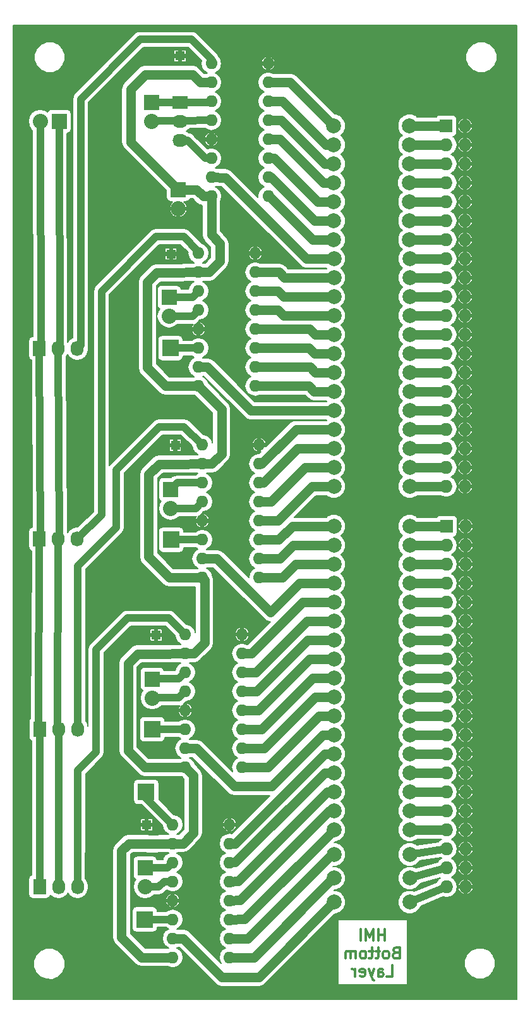
<source format=gbr>
G04 #@! TF.FileFunction,Copper,L2,Bot*
%FSLAX46Y46*%
G04 Gerber Fmt 4.6, Leading zero omitted, Abs format (unit mm)*
G04 Created by KiCad (PCBNEW 0.201511171411+6319~30~ubuntu15.04.1-product) date Wed 18 Nov 2015 02:30:17 PM CET*
%MOMM*%
G01*
G04 APERTURE LIST*
%ADD10C,0.100000*%
%ADD11C,0.300000*%
%ADD12R,2.032000X2.032000*%
%ADD13O,2.032000X2.032000*%
%ADD14R,1.727200X1.727200*%
%ADD15O,1.727200X1.727200*%
%ADD16C,1.998980*%
%ADD17O,1.600000X1.600000*%
%ADD18R,1.300000X1.300000*%
%ADD19C,1.300000*%
%ADD20R,1.727200X2.032000*%
%ADD21O,1.727200X2.032000*%
%ADD22R,2.235200X2.235200*%
%ADD23R,2.032000X1.727200*%
%ADD24O,2.032000X1.727200*%
%ADD25C,1.000000*%
%ADD26C,1.300000*%
%ADD27C,0.150000*%
G04 APERTURE END LIST*
D10*
D11*
X156366957Y-148925971D02*
X156366957Y-147425971D01*
X156366957Y-148140257D02*
X155509814Y-148140257D01*
X155509814Y-148925971D02*
X155509814Y-147425971D01*
X154795528Y-148925971D02*
X154795528Y-147425971D01*
X154295528Y-148497400D01*
X153795528Y-147425971D01*
X153795528Y-148925971D01*
X153081242Y-148925971D02*
X153081242Y-147425971D01*
X157831243Y-150540257D02*
X157616957Y-150611686D01*
X157545529Y-150683114D01*
X157474100Y-150825971D01*
X157474100Y-151040257D01*
X157545529Y-151183114D01*
X157616957Y-151254543D01*
X157759815Y-151325971D01*
X158331243Y-151325971D01*
X158331243Y-149825971D01*
X157831243Y-149825971D01*
X157688386Y-149897400D01*
X157616957Y-149968829D01*
X157545529Y-150111686D01*
X157545529Y-150254543D01*
X157616957Y-150397400D01*
X157688386Y-150468829D01*
X157831243Y-150540257D01*
X158331243Y-150540257D01*
X156616957Y-151325971D02*
X156759815Y-151254543D01*
X156831243Y-151183114D01*
X156902672Y-151040257D01*
X156902672Y-150611686D01*
X156831243Y-150468829D01*
X156759815Y-150397400D01*
X156616957Y-150325971D01*
X156402672Y-150325971D01*
X156259815Y-150397400D01*
X156188386Y-150468829D01*
X156116957Y-150611686D01*
X156116957Y-151040257D01*
X156188386Y-151183114D01*
X156259815Y-151254543D01*
X156402672Y-151325971D01*
X156616957Y-151325971D01*
X155688386Y-150325971D02*
X155116957Y-150325971D01*
X155474100Y-149825971D02*
X155474100Y-151111686D01*
X155402672Y-151254543D01*
X155259814Y-151325971D01*
X155116957Y-151325971D01*
X154831243Y-150325971D02*
X154259814Y-150325971D01*
X154616957Y-149825971D02*
X154616957Y-151111686D01*
X154545529Y-151254543D01*
X154402671Y-151325971D01*
X154259814Y-151325971D01*
X153545528Y-151325971D02*
X153688386Y-151254543D01*
X153759814Y-151183114D01*
X153831243Y-151040257D01*
X153831243Y-150611686D01*
X153759814Y-150468829D01*
X153688386Y-150397400D01*
X153545528Y-150325971D01*
X153331243Y-150325971D01*
X153188386Y-150397400D01*
X153116957Y-150468829D01*
X153045528Y-150611686D01*
X153045528Y-151040257D01*
X153116957Y-151183114D01*
X153188386Y-151254543D01*
X153331243Y-151325971D01*
X153545528Y-151325971D01*
X152402671Y-151325971D02*
X152402671Y-150325971D01*
X152402671Y-150468829D02*
X152331243Y-150397400D01*
X152188385Y-150325971D01*
X151974100Y-150325971D01*
X151831243Y-150397400D01*
X151759814Y-150540257D01*
X151759814Y-151325971D01*
X151759814Y-150540257D02*
X151688385Y-150397400D01*
X151545528Y-150325971D01*
X151331243Y-150325971D01*
X151188385Y-150397400D01*
X151116957Y-150540257D01*
X151116957Y-151325971D01*
X156616956Y-153725971D02*
X157331242Y-153725971D01*
X157331242Y-152225971D01*
X155474099Y-153725971D02*
X155474099Y-152940257D01*
X155545528Y-152797400D01*
X155688385Y-152725971D01*
X155974099Y-152725971D01*
X156116956Y-152797400D01*
X155474099Y-153654543D02*
X155616956Y-153725971D01*
X155974099Y-153725971D01*
X156116956Y-153654543D01*
X156188385Y-153511686D01*
X156188385Y-153368829D01*
X156116956Y-153225971D01*
X155974099Y-153154543D01*
X155616956Y-153154543D01*
X155474099Y-153083114D01*
X154902670Y-152725971D02*
X154545527Y-153725971D01*
X154188385Y-152725971D02*
X154545527Y-153725971D01*
X154688385Y-154083114D01*
X154759813Y-154154543D01*
X154902670Y-154225971D01*
X153045528Y-153654543D02*
X153188385Y-153725971D01*
X153474099Y-153725971D01*
X153616956Y-153654543D01*
X153688385Y-153511686D01*
X153688385Y-152940257D01*
X153616956Y-152797400D01*
X153474099Y-152725971D01*
X153188385Y-152725971D01*
X153045528Y-152797400D01*
X152974099Y-152940257D01*
X152974099Y-153083114D01*
X153688385Y-153225971D01*
X152331242Y-153725971D02*
X152331242Y-152725971D01*
X152331242Y-153011686D02*
X152259814Y-152868829D01*
X152188385Y-152797400D01*
X152045528Y-152725971D01*
X151902671Y-152725971D01*
D12*
X128676400Y-48412400D03*
D13*
X128676400Y-50952400D03*
D14*
X164566400Y-39878000D03*
D15*
X167106400Y-39878000D03*
X164566400Y-42418000D03*
X167106400Y-42418000D03*
X164566400Y-44958000D03*
X167106400Y-44958000D03*
X164566400Y-47498000D03*
X167106400Y-47498000D03*
X164566400Y-50038000D03*
X167106400Y-50038000D03*
X164566400Y-52578000D03*
X167106400Y-52578000D03*
X164566400Y-55118000D03*
X167106400Y-55118000D03*
X164566400Y-57658000D03*
X167106400Y-57658000D03*
X164566400Y-60198000D03*
X167106400Y-60198000D03*
X164566400Y-62738000D03*
X167106400Y-62738000D03*
X164566400Y-65278000D03*
X167106400Y-65278000D03*
X164566400Y-67818000D03*
X167106400Y-67818000D03*
X164566400Y-70358000D03*
X167106400Y-70358000D03*
X164566400Y-72898000D03*
X167106400Y-72898000D03*
X164566400Y-75438000D03*
X167106400Y-75438000D03*
X164566400Y-77978000D03*
X167106400Y-77978000D03*
X164566400Y-80518000D03*
X167106400Y-80518000D03*
X164566400Y-83058000D03*
X167106400Y-83058000D03*
X164566400Y-85598000D03*
X167106400Y-85598000D03*
X164566400Y-88138000D03*
X167106400Y-88138000D03*
D14*
X164617400Y-93472000D03*
D15*
X167157400Y-93472000D03*
X164617400Y-96012000D03*
X167157400Y-96012000D03*
X164617400Y-98552000D03*
X167157400Y-98552000D03*
X164617400Y-101092000D03*
X167157400Y-101092000D03*
X164617400Y-103632000D03*
X167157400Y-103632000D03*
X164617400Y-106172000D03*
X167157400Y-106172000D03*
X164617400Y-108712000D03*
X167157400Y-108712000D03*
X164617400Y-111252000D03*
X167157400Y-111252000D03*
X164617400Y-113792000D03*
X167157400Y-113792000D03*
X164617400Y-116332000D03*
X167157400Y-116332000D03*
X164617400Y-118872000D03*
X167157400Y-118872000D03*
X164617400Y-121412000D03*
X167157400Y-121412000D03*
X164617400Y-123952000D03*
X167157400Y-123952000D03*
X164617400Y-126492000D03*
X167157400Y-126492000D03*
X164617400Y-129032000D03*
X167157400Y-129032000D03*
X164617400Y-131572000D03*
X167157400Y-131572000D03*
X164617400Y-134112000D03*
X167157400Y-134112000D03*
X164617400Y-136652000D03*
X167157400Y-136652000D03*
X164617400Y-139192000D03*
X167157400Y-139192000D03*
X164617400Y-141732000D03*
X167157400Y-141732000D03*
D16*
X159664400Y-39878000D03*
X149504400Y-39878000D03*
X159664400Y-42418000D03*
X149504400Y-42418000D03*
X159664400Y-44958000D03*
X149504400Y-44958000D03*
X159639400Y-47498000D03*
X149479400Y-47498000D03*
X159664400Y-50038000D03*
X149504400Y-50038000D03*
X159664400Y-52578000D03*
X149504400Y-52578000D03*
X159664400Y-55118000D03*
X149504400Y-55118000D03*
X159689400Y-57658000D03*
X149529400Y-57658000D03*
X159689400Y-60198000D03*
X149529400Y-60198000D03*
X159689400Y-62763000D03*
X149529400Y-62763000D03*
X159689400Y-65278000D03*
X149529400Y-65278000D03*
X159689400Y-67818000D03*
X149529400Y-67818000D03*
X159689400Y-70383000D03*
X149529400Y-70383000D03*
X159689400Y-72898000D03*
X149529400Y-72898000D03*
X159689400Y-75438000D03*
X149529400Y-75438000D03*
X159689400Y-77978000D03*
X149529400Y-77978000D03*
X159689400Y-80518000D03*
X149529400Y-80518000D03*
X159689400Y-83058000D03*
X149529400Y-83058000D03*
X159689400Y-85598000D03*
X149529400Y-85598000D03*
X159689400Y-88138000D03*
X149529400Y-88138000D03*
X159689400Y-93472000D03*
X149529400Y-93472000D03*
X159689400Y-96012000D03*
X149529400Y-96012000D03*
X159689400Y-98552000D03*
X149529400Y-98552000D03*
X159689400Y-101117000D03*
X149529400Y-101117000D03*
X159689400Y-103632000D03*
X149529400Y-103632000D03*
X159689400Y-106172000D03*
X149529400Y-106172000D03*
X159689400Y-108712000D03*
X149529400Y-108712000D03*
X159689400Y-111252000D03*
X149529400Y-111252000D03*
X159689400Y-113792000D03*
X149529400Y-113792000D03*
X159689400Y-116332000D03*
X149529400Y-116332000D03*
X159689400Y-118872000D03*
X149529400Y-118872000D03*
X159689400Y-121412000D03*
X149529400Y-121412000D03*
X159689400Y-123952000D03*
X149529400Y-123952000D03*
X159689400Y-126492000D03*
X149529400Y-126492000D03*
X159689400Y-129057000D03*
X149529400Y-129057000D03*
X159689400Y-131572000D03*
X149529400Y-131572000D03*
X159689400Y-134112000D03*
X149529400Y-134112000D03*
D17*
X137210800Y-125730000D03*
X137210800Y-123190000D03*
X137210800Y-120650000D03*
X137210800Y-118110000D03*
X137210800Y-115570000D03*
X137210800Y-113030000D03*
X137210800Y-110490000D03*
X137210800Y-107950000D03*
X129590800Y-107950000D03*
X129590800Y-110490000D03*
X129590800Y-113030000D03*
X129590800Y-115570000D03*
X129590800Y-118110000D03*
X129590800Y-120650000D03*
X129590800Y-123190000D03*
X129590800Y-125730000D03*
X138988800Y-74701400D03*
X138988800Y-72161400D03*
X138988800Y-69621400D03*
X138988800Y-67081400D03*
X138988800Y-64541400D03*
X138988800Y-62001400D03*
X138988800Y-59461400D03*
X138988800Y-56921400D03*
X131368800Y-56921400D03*
X131368800Y-59461400D03*
X131368800Y-62001400D03*
X131368800Y-64541400D03*
X131368800Y-67081400D03*
X131368800Y-69621400D03*
X131368800Y-72161400D03*
X131368800Y-74701400D03*
X135534400Y-151180800D03*
X135534400Y-148640800D03*
X135534400Y-146100800D03*
X135534400Y-143560800D03*
X135534400Y-141020800D03*
X135534400Y-138480800D03*
X135534400Y-135940800D03*
X135534400Y-133400800D03*
X127914400Y-133400800D03*
X127914400Y-135940800D03*
X127914400Y-138480800D03*
X127914400Y-141020800D03*
X127914400Y-143560800D03*
X127914400Y-146100800D03*
X127914400Y-148640800D03*
X127914400Y-151180800D03*
X140716000Y-49301400D03*
X140716000Y-46761400D03*
X140716000Y-44221400D03*
X140716000Y-41681400D03*
X140716000Y-39141400D03*
X140716000Y-36601400D03*
X140716000Y-34061400D03*
X140716000Y-31521400D03*
X133096000Y-31521400D03*
X133096000Y-34061400D03*
X133096000Y-36601400D03*
X133096000Y-39141400D03*
X133096000Y-41681400D03*
X133096000Y-44221400D03*
X133096000Y-46761400D03*
X133096000Y-49301400D03*
X139496800Y-100355400D03*
X139496800Y-97815400D03*
X139496800Y-95275400D03*
X139496800Y-92735400D03*
X139496800Y-90195400D03*
X139496800Y-87655400D03*
X139496800Y-85115400D03*
X139496800Y-82575400D03*
X131876800Y-82575400D03*
X131876800Y-85115400D03*
X131876800Y-87655400D03*
X131876800Y-90195400D03*
X131876800Y-92735400D03*
X131876800Y-95275400D03*
X131876800Y-97815400D03*
X131876800Y-100355400D03*
D18*
X128905000Y-30505400D03*
D19*
X128905000Y-33005400D03*
D18*
X127685800Y-57023000D03*
D19*
X127685800Y-59523000D03*
D18*
X128270000Y-82626200D03*
D19*
X128270000Y-85126200D03*
D18*
X125704600Y-108051600D03*
D19*
X125704600Y-110551600D03*
D18*
X124434600Y-133426200D03*
D19*
X124434600Y-135926200D03*
D20*
X110058200Y-69672200D03*
D21*
X112598200Y-69672200D03*
X115138200Y-69672200D03*
D20*
X110058200Y-95173800D03*
D21*
X112598200Y-95173800D03*
X115138200Y-95173800D03*
D20*
X110083600Y-120624600D03*
D21*
X112623600Y-120624600D03*
X115163600Y-120624600D03*
D12*
X127431800Y-62814200D03*
D13*
X127431800Y-65354200D03*
D12*
X124231400Y-139192000D03*
D13*
X124231400Y-141732000D03*
D12*
X125120400Y-36753800D03*
D13*
X125120400Y-39293800D03*
D12*
X127635000Y-88544400D03*
D13*
X127635000Y-91084400D03*
D22*
X125171200Y-120650000D03*
X124180600Y-146100800D03*
X127609600Y-69621400D03*
X127711200Y-95275400D03*
D20*
X110070900Y-141719300D03*
D21*
X112610900Y-141719300D03*
X115150900Y-141719300D03*
D12*
X125171200Y-113919000D03*
D13*
X125171200Y-116459000D03*
D12*
X112699800Y-39268400D03*
D13*
X110159800Y-39268400D03*
D23*
X128930400Y-36728400D03*
D24*
X128930400Y-39268400D03*
X128930400Y-41808400D03*
D22*
X124358400Y-129019300D03*
D16*
X159689800Y-137401300D03*
X149529800Y-137401300D03*
X159689800Y-140576300D03*
X149529800Y-140576300D03*
X159689800Y-143776700D03*
X149529800Y-143776700D03*
D25*
X110058200Y-95173800D02*
X109905800Y-120446800D01*
X109905800Y-120446800D02*
X110083600Y-120624600D01*
X110058200Y-69672200D02*
X110185200Y-95046800D01*
X110185200Y-95046800D02*
X110058200Y-95173800D01*
X110159800Y-39268400D02*
X110236000Y-69494400D01*
X110236000Y-69494400D02*
X110058200Y-69672200D01*
X124231400Y-139192000D02*
X127203200Y-139192000D01*
X127203200Y-139192000D02*
X127914400Y-138480800D01*
X127431800Y-62814200D02*
X130556000Y-62814200D01*
X130556000Y-62814200D02*
X131368800Y-62001400D01*
X110070900Y-141719300D02*
X110083600Y-120624600D01*
X110109000Y-120599200D02*
X110083600Y-120624600D01*
X131876800Y-87655400D02*
X128524000Y-87655400D01*
X128524000Y-87655400D02*
X127635000Y-88544400D01*
X125349000Y-113868200D02*
X128752600Y-113868200D01*
X128752600Y-113868200D02*
X129590800Y-113030000D01*
X128930400Y-36728400D02*
X125222000Y-36728400D01*
X125222000Y-36728400D02*
X125171200Y-36677600D01*
X128930400Y-36728400D02*
X132994000Y-36703400D01*
X132994000Y-36703400D02*
X133096000Y-36601400D01*
X112598200Y-95173800D02*
X112445800Y-120446800D01*
X112445800Y-120446800D02*
X112623600Y-120624600D01*
X112598200Y-69672200D02*
X112725200Y-95046800D01*
X112725200Y-95046800D02*
X112598200Y-95173800D01*
X112699800Y-39268400D02*
X112776000Y-69494400D01*
X112776000Y-69494400D02*
X112598200Y-69672200D01*
X127431800Y-65354200D02*
X130556000Y-65354200D01*
X130556000Y-65354200D02*
X131368800Y-64541400D01*
X112623600Y-120624600D02*
X112610900Y-141719300D01*
X112649000Y-120599200D02*
X112623600Y-120624600D01*
X127635000Y-91084400D02*
X130987800Y-91084400D01*
X130987800Y-91084400D02*
X131876800Y-90195400D01*
X125349000Y-116408200D02*
X128752600Y-116408200D01*
X128752600Y-116408200D02*
X129590800Y-115570000D01*
X127914400Y-141020800D02*
X126771400Y-141020800D01*
X126771400Y-141020800D02*
X126060200Y-141732000D01*
X126060200Y-141732000D02*
X124231400Y-141732000D01*
X125171200Y-39217600D02*
X128879600Y-39217600D01*
X128879600Y-39217600D02*
X128930400Y-39268400D01*
X133096000Y-39141400D02*
X129032400Y-39166400D01*
X129032400Y-39166400D02*
X128930400Y-39268400D01*
X128930400Y-41808400D02*
X129895600Y-41808400D01*
X129895600Y-41808400D02*
X132308600Y-44221400D01*
X132308600Y-44221400D02*
X133096000Y-44221400D01*
X124358400Y-129019300D02*
X124358400Y-129844800D01*
X124358400Y-129844800D02*
X127914400Y-133400800D01*
X127914400Y-133400800D02*
X127889000Y-133400800D01*
D26*
X124434600Y-135926200D02*
X122036200Y-135926200D01*
X123748800Y-151180800D02*
X127914400Y-151180800D01*
X121056400Y-148488400D02*
X123748800Y-151180800D01*
X121056400Y-136906000D02*
X121056400Y-148488400D01*
X122036200Y-135926200D02*
X121056400Y-136906000D01*
X127914400Y-135940800D02*
X129286000Y-135940800D01*
X130683000Y-126822200D02*
X129590800Y-125730000D01*
X130683000Y-134543800D02*
X130683000Y-126822200D01*
X129286000Y-135940800D02*
X130683000Y-134543800D01*
X125704600Y-110551600D02*
X123204600Y-110551600D01*
X123204600Y-110551600D02*
X121945400Y-111810800D01*
X121945400Y-111810800D02*
X121945400Y-123494800D01*
X121945400Y-123494800D02*
X124180600Y-125730000D01*
X124180600Y-125730000D02*
X129590800Y-125730000D01*
X129590800Y-110490000D02*
X130759200Y-110490000D01*
X132181600Y-109067600D02*
X132181600Y-100660200D01*
X130759200Y-110490000D02*
X132181600Y-109067600D01*
X132181600Y-100660200D02*
X131876800Y-100355400D01*
X128270000Y-85126200D02*
X126100200Y-85126200D01*
X127482600Y-100355400D02*
X131876800Y-100355400D01*
X124688600Y-97561400D02*
X127482600Y-100355400D01*
X124688600Y-86537800D02*
X124688600Y-97561400D01*
X126100200Y-85126200D02*
X124688600Y-86537800D01*
X131876800Y-85115400D02*
X133172200Y-85115400D01*
X134467600Y-77800200D02*
X131368800Y-74701400D01*
X134467600Y-83820000D02*
X134467600Y-77800200D01*
X133172200Y-85115400D02*
X134467600Y-83820000D01*
X127685800Y-59523000D02*
X125770000Y-59523000D01*
X125770000Y-59523000D02*
X124510800Y-60782200D01*
X124510800Y-60782200D02*
X124510800Y-72237600D01*
X124510800Y-72237600D02*
X126974600Y-74701400D01*
X126974600Y-74701400D02*
X131368800Y-74701400D01*
X133096000Y-49301400D02*
X133096000Y-54457600D01*
X132791200Y-59461400D02*
X131368800Y-59461400D01*
X134239000Y-58013600D02*
X132791200Y-59461400D01*
X134239000Y-55600600D02*
X134239000Y-58013600D01*
X133096000Y-54457600D02*
X134239000Y-55600600D01*
X128905000Y-33005400D02*
X124220600Y-33005400D01*
X122301000Y-42037000D02*
X128676400Y-48412400D01*
X122301000Y-34925000D02*
X122301000Y-42037000D01*
X124220600Y-33005400D02*
X122301000Y-34925000D01*
X128676400Y-48412400D02*
X131114800Y-48412400D01*
X131114800Y-48412400D02*
X132003800Y-49301400D01*
X132003800Y-49301400D02*
X133096000Y-49301400D01*
X128905000Y-33005400D02*
X130592200Y-33005400D01*
X130592200Y-33005400D02*
X131648200Y-34061400D01*
X131648200Y-34061400D02*
X133096000Y-34061400D01*
X127914400Y-135940800D02*
X124485400Y-135977000D01*
X124485400Y-135977000D02*
X124434600Y-135926200D01*
X129590800Y-110490000D02*
X125704600Y-110551600D01*
X128270000Y-85126200D02*
X131851400Y-85090000D01*
X131851400Y-85090000D02*
X131876800Y-85115400D01*
X131368800Y-59461400D02*
X127685800Y-59523000D01*
X124419600Y-135941200D02*
X124434600Y-135926200D01*
X159664400Y-39878000D02*
X164566400Y-39878000D01*
X159664400Y-42418000D02*
X164566400Y-42418000D01*
X159664400Y-44958000D02*
X164566400Y-44958000D01*
X159639400Y-47498000D02*
X164566400Y-47498000D01*
X159664400Y-50038000D02*
X164566400Y-50038000D01*
X159664400Y-52578000D02*
X164566400Y-52578000D01*
X159664400Y-55118000D02*
X164566400Y-55118000D01*
X159689400Y-57658000D02*
X164566400Y-57658000D01*
X159689400Y-60198000D02*
X164566400Y-60198000D01*
X162527500Y-62763000D02*
X162552500Y-62738000D01*
X159689400Y-62763000D02*
X162527500Y-62763000D01*
X164566400Y-62738000D02*
X162552500Y-62738000D01*
X159689400Y-65278000D02*
X164566400Y-65278000D01*
X159689400Y-67818000D02*
X164566400Y-67818000D01*
X162527500Y-70383000D02*
X162552500Y-70358000D01*
X159689400Y-70383000D02*
X162527500Y-70383000D01*
X164566400Y-70358000D02*
X162552500Y-70358000D01*
X159689400Y-72898000D02*
X164566400Y-72898000D01*
X159689400Y-75438000D02*
X164566400Y-75438000D01*
X159689400Y-77978000D02*
X164566400Y-77978000D01*
X159689400Y-80518000D02*
X164566400Y-80518000D01*
X159689400Y-83058000D02*
X164566400Y-83058000D01*
X159689400Y-85598000D02*
X164566400Y-85598000D01*
X159689400Y-88138000D02*
X164566400Y-88138000D01*
X159689400Y-93472000D02*
X164617400Y-93472000D01*
X159689400Y-96012000D02*
X164617400Y-96012000D01*
X159689400Y-98552000D02*
X164617400Y-98552000D01*
X162578500Y-101117000D02*
X162603500Y-101092000D01*
X159689400Y-101117000D02*
X162578500Y-101117000D01*
X164617400Y-101092000D02*
X162603500Y-101092000D01*
X159689400Y-103632000D02*
X164617400Y-103632000D01*
X159689400Y-106172000D02*
X164617400Y-106172000D01*
X159689400Y-108712000D02*
X164617400Y-108712000D01*
X159689400Y-111252000D02*
X164617400Y-111252000D01*
X159689400Y-113792000D02*
X164617400Y-113792000D01*
X159689400Y-116332000D02*
X164617400Y-116332000D01*
X159689400Y-118872000D02*
X164617400Y-118872000D01*
X159689400Y-121412000D02*
X164617400Y-121412000D01*
X159689400Y-123952000D02*
X164617400Y-123952000D01*
X159689400Y-126492000D02*
X164617400Y-126492000D01*
X162578500Y-129057000D02*
X162603500Y-129032000D01*
X159689400Y-129057000D02*
X162578500Y-129057000D01*
X164617400Y-129032000D02*
X162603500Y-129032000D01*
X159689400Y-131572000D02*
X164617400Y-131572000D01*
X159689400Y-134112000D02*
X164617400Y-134112000D01*
X149529800Y-137401300D02*
X149225000Y-137401300D01*
X149225000Y-137401300D02*
X137985500Y-148640800D01*
X137985500Y-148640800D02*
X135534400Y-148640800D01*
X149529800Y-140576300D02*
X149402800Y-140576300D01*
X149402800Y-140576300D02*
X138798300Y-151180800D01*
X138798300Y-151180800D02*
X135534400Y-151180800D01*
X149529800Y-143776700D02*
X149517100Y-143776700D01*
X149517100Y-143776700D02*
X139446000Y-153847800D01*
X139446000Y-153847800D02*
X134531100Y-153847800D01*
X134531100Y-153847800D02*
X129324100Y-148640800D01*
X129324100Y-148640800D02*
X127914400Y-148640800D01*
X140716000Y-34061400D02*
X143662400Y-34036000D01*
X143662400Y-34036000D02*
X149504400Y-39878000D01*
X142646400Y-36576000D02*
X140716000Y-36601400D01*
X148488400Y-42418000D02*
X142646400Y-36576000D01*
X149504400Y-42418000D02*
X148488400Y-42418000D01*
X148259800Y-44958000D02*
X149504400Y-44958000D01*
X142417800Y-39116000D02*
X148259800Y-44958000D01*
X140716000Y-39141400D02*
X142417800Y-39116000D01*
X140716000Y-41681400D02*
X142290800Y-41656000D01*
X142290800Y-41656000D02*
X148132800Y-47498000D01*
X148132800Y-47498000D02*
X149479400Y-47498000D01*
X140716000Y-44221400D02*
X141528800Y-44196000D01*
X141528800Y-44196000D02*
X147370800Y-50038000D01*
X147370800Y-50038000D02*
X149504400Y-50038000D01*
X140716000Y-46761400D02*
X141122400Y-46736000D01*
X141122400Y-46736000D02*
X146964400Y-52578000D01*
X146964400Y-52578000D02*
X149504400Y-52578000D01*
X140716000Y-49301400D02*
X140868400Y-49301400D01*
X140868400Y-49301400D02*
X146685000Y-55118000D01*
X146685000Y-55118000D02*
X149504400Y-55118000D01*
X133096000Y-46761400D02*
X134966364Y-46802964D01*
X145821400Y-57658000D02*
X149529400Y-57658000D01*
X134966364Y-46802964D02*
X145821400Y-57658000D01*
X138988800Y-59461400D02*
X142163800Y-59461400D01*
X142900400Y-60198000D02*
X149529400Y-60198000D01*
X142163800Y-59461400D02*
X142900400Y-60198000D01*
X138988800Y-62001400D02*
X141986000Y-62001400D01*
X142747600Y-62763000D02*
X149529400Y-62763000D01*
X141986000Y-62001400D02*
X142747600Y-62763000D01*
X139649200Y-62001400D02*
X138988800Y-62001400D01*
X138988800Y-64541400D02*
X142062200Y-64541400D01*
X142798800Y-65278000D02*
X149529400Y-65278000D01*
X142062200Y-64541400D02*
X142798800Y-65278000D01*
X138988800Y-67081400D02*
X146278600Y-67081400D01*
X147015200Y-67818000D02*
X149529400Y-67818000D01*
X146278600Y-67081400D02*
X147015200Y-67818000D01*
X138988800Y-69621400D02*
X146151600Y-69621400D01*
X146913200Y-70383000D02*
X149529400Y-70383000D01*
X146151600Y-69621400D02*
X146913200Y-70383000D01*
X138988800Y-72161400D02*
X146304000Y-72161400D01*
X147040600Y-72898000D02*
X149529400Y-72898000D01*
X146304000Y-72161400D02*
X147040600Y-72898000D01*
X138988800Y-74701400D02*
X146151600Y-74701400D01*
X146888200Y-75438000D02*
X149529400Y-75438000D01*
X146151600Y-74701400D02*
X146888200Y-75438000D01*
X131368800Y-72161400D02*
X132562600Y-72161400D01*
X138379200Y-77978000D02*
X149529400Y-77978000D01*
X132562600Y-72161400D02*
X138379200Y-77978000D01*
X144449800Y-80518000D02*
X139859393Y-85108407D01*
X149529400Y-80518000D02*
X144449800Y-80518000D01*
X139496800Y-85115400D02*
X139859393Y-85108407D01*
X144691100Y-83058000D02*
X149529400Y-83058000D01*
X140094520Y-87654580D02*
X144691100Y-83058000D01*
X139496800Y-87655400D02*
X140094520Y-87654580D01*
X145694400Y-85598000D02*
X149529400Y-85598000D01*
X141098461Y-90193939D02*
X145694400Y-85598000D01*
X139496800Y-90195400D02*
X141098461Y-90193939D01*
X139496800Y-92735400D02*
X141987061Y-92734338D01*
X146583399Y-88138000D02*
X149529400Y-88138000D01*
X141987061Y-92734338D02*
X146583399Y-88138000D01*
X143941800Y-93472000D02*
X149529400Y-93472000D01*
X142139299Y-95274501D02*
X143941800Y-93472000D01*
X139496800Y-95275400D02*
X142139299Y-95274501D01*
X144043400Y-96012000D02*
X149529400Y-96012000D01*
X142240852Y-97814548D02*
X144043400Y-96012000D01*
X139496800Y-97815400D02*
X142240852Y-97814548D01*
X149529400Y-98552000D02*
X144411700Y-98552000D01*
X142609094Y-100354606D02*
X139496800Y-100355400D01*
X144411700Y-98552000D02*
X142609094Y-100354606D01*
X149529400Y-101117000D02*
X144882000Y-101117000D01*
X141008100Y-104990900D02*
X144335900Y-101663100D01*
X133832600Y-97815400D02*
X141008100Y-104990900D01*
X133832600Y-97815400D02*
X131876800Y-97815400D01*
X144882000Y-101117000D02*
X144335900Y-101663100D01*
X149529400Y-103632000D02*
X145338800Y-103632000D01*
X138480800Y-110490000D02*
X137210800Y-110490000D01*
X145338800Y-103632000D02*
X138480800Y-110490000D01*
X149529400Y-106172000D02*
X145884900Y-106172000D01*
X139026900Y-113030000D02*
X137210800Y-113030000D01*
X145884900Y-106172000D02*
X139026900Y-113030000D01*
X149529400Y-108712000D02*
X146011900Y-108712000D01*
X139153900Y-115570000D02*
X137210800Y-115570000D01*
X146011900Y-108712000D02*
X139153900Y-115570000D01*
X139395200Y-118110000D02*
X137210800Y-118110000D01*
X146253200Y-111252000D02*
X139395200Y-118110000D01*
X149529400Y-111252000D02*
X146253200Y-111252000D01*
X149529400Y-113792000D02*
X146646900Y-113792000D01*
X139788900Y-120650000D02*
X137210800Y-120650000D01*
X146646900Y-113792000D02*
X139788900Y-120650000D01*
X140182600Y-123190000D02*
X137210800Y-123190000D01*
X147040600Y-116332000D02*
X140182600Y-123190000D01*
X149529400Y-116332000D02*
X147040600Y-116332000D01*
X140690600Y-125730000D02*
X137210800Y-125730000D01*
X147548600Y-118872000D02*
X140690600Y-125730000D01*
X149529400Y-118872000D02*
X147548600Y-118872000D01*
X149529400Y-121412000D02*
X148056600Y-121412000D01*
X131064000Y-123190000D02*
X129590800Y-123190000D01*
X136169400Y-128295400D02*
X131064000Y-123190000D01*
X141173200Y-128295400D02*
X136169400Y-128295400D01*
X148056600Y-121412000D02*
X141173200Y-128295400D01*
X135534400Y-135940800D02*
X136265412Y-135940800D01*
X136265412Y-135940800D02*
X148254212Y-123952000D01*
X148254212Y-123952000D02*
X149529400Y-123952000D01*
X149529400Y-126492000D02*
X148259800Y-126492000D01*
X136297718Y-138454082D02*
X135534400Y-138480800D01*
X148259800Y-126492000D02*
X136297718Y-138454082D01*
X135534400Y-141020800D02*
X136652969Y-140994431D01*
X148590400Y-129057000D02*
X149529400Y-129057000D01*
X136652969Y-140994431D02*
X148590400Y-129057000D01*
X149529400Y-131572000D02*
X148869400Y-131572000D01*
X136906573Y-143534827D02*
X135534400Y-143560800D01*
X148869400Y-131572000D02*
X136906573Y-143534827D01*
X137566400Y-146075000D02*
X149529400Y-134112000D01*
X135534400Y-146100800D02*
X137566400Y-146075000D01*
D25*
X133096000Y-31521400D02*
X133096000Y-30975300D01*
X133096000Y-30975300D02*
X130416300Y-28295600D01*
X130416300Y-28295600D02*
X123571000Y-28295600D01*
X123571000Y-28295600D02*
X115570000Y-36296600D01*
X115570000Y-36296600D02*
X115570000Y-69240400D01*
X115570000Y-69240400D02*
X115138200Y-69672200D01*
X127609600Y-69621400D02*
X131368800Y-69621400D01*
X131368800Y-56921400D02*
X131368800Y-56680100D01*
X131368800Y-56680100D02*
X129387600Y-54698900D01*
X129387600Y-54698900D02*
X125691900Y-54698900D01*
X125691900Y-54698900D02*
X118364000Y-62026800D01*
X118364000Y-62026800D02*
X118364000Y-91948000D01*
X118364000Y-91948000D02*
X115138200Y-95173800D01*
X127711200Y-95275400D02*
X131876800Y-95275400D01*
X115163600Y-120624600D02*
X115163600Y-98793300D01*
X129451100Y-80149700D02*
X131876800Y-82575400D01*
X126098300Y-80149700D02*
X129451100Y-80149700D01*
X120357900Y-85890100D02*
X126098300Y-80149700D01*
X120357900Y-93599000D02*
X120357900Y-85890100D01*
X115163600Y-98793300D02*
X120357900Y-93599000D01*
X125171200Y-120650000D02*
X129590800Y-120650000D01*
X115150900Y-141719300D02*
X115189000Y-126174500D01*
X127406400Y-105765600D02*
X129590800Y-107950000D01*
X121843800Y-105765600D02*
X127406400Y-105765600D01*
X117652800Y-109956600D02*
X121843800Y-105765600D01*
X117652800Y-123710700D02*
X117652800Y-109956600D01*
X115189000Y-126174500D02*
X117652800Y-123710700D01*
X124180600Y-146100800D02*
X127914400Y-146100800D01*
X164617400Y-136652000D02*
X159689800Y-137401300D01*
X159689800Y-140576300D02*
X164617400Y-139192000D01*
X164617400Y-141732000D02*
X159689800Y-143776700D01*
D27*
G36*
X171246800Y-26376700D02*
X174029300Y-26376700D01*
X174029300Y-156757300D01*
X106539100Y-156757300D01*
X106539100Y-152456916D01*
X109295640Y-152456916D01*
X109612089Y-153222783D01*
X110197535Y-153809251D01*
X110962848Y-154127037D01*
X111791516Y-154127760D01*
X112557383Y-153811311D01*
X113143851Y-153225865D01*
X113461637Y-152460552D01*
X113462360Y-151631884D01*
X113145911Y-150866017D01*
X112560465Y-150279549D01*
X111795152Y-149961763D01*
X110966484Y-149961040D01*
X110200617Y-150277489D01*
X109614149Y-150862935D01*
X109296363Y-151628248D01*
X109295640Y-152456916D01*
X106539100Y-152456916D01*
X106539100Y-39237074D01*
X108560800Y-39237074D01*
X108560800Y-39299726D01*
X108682517Y-39911637D01*
X109029136Y-40430390D01*
X109079811Y-40464250D01*
X109149406Y-68070283D01*
X108978553Y-68102431D01*
X108780128Y-68230114D01*
X108647011Y-68424937D01*
X108600179Y-68656200D01*
X108600179Y-70688200D01*
X108640831Y-70904247D01*
X108768514Y-71102672D01*
X108963337Y-71235789D01*
X108983033Y-71239777D01*
X109094856Y-93582147D01*
X108978553Y-93604031D01*
X108780128Y-93731714D01*
X108647011Y-93926537D01*
X108600179Y-94157800D01*
X108600179Y-96189800D01*
X108640831Y-96405847D01*
X108768514Y-96604272D01*
X108963337Y-96737389D01*
X108965749Y-96737877D01*
X108830501Y-119166444D01*
X108805528Y-119182514D01*
X108672411Y-119377337D01*
X108625579Y-119608600D01*
X108625579Y-121640600D01*
X108666231Y-121856647D01*
X108793914Y-122055072D01*
X108988737Y-122188189D01*
X108999657Y-122190400D01*
X108988844Y-140151081D01*
X108792828Y-140277214D01*
X108659711Y-140472037D01*
X108612879Y-140703300D01*
X108612879Y-142735300D01*
X108653531Y-142951347D01*
X108781214Y-143149772D01*
X108976037Y-143282889D01*
X109207300Y-143329721D01*
X110934500Y-143329721D01*
X111150547Y-143289069D01*
X111348972Y-143161386D01*
X111482089Y-142966563D01*
X111513037Y-142813738D01*
X111587999Y-142925927D01*
X112057310Y-143239510D01*
X112610900Y-143349626D01*
X113164490Y-143239510D01*
X113633801Y-142925927D01*
X113880900Y-142556117D01*
X114127999Y-142925927D01*
X114597310Y-143239510D01*
X115150900Y-143349626D01*
X115704490Y-143239510D01*
X116173801Y-142925927D01*
X116487384Y-142456616D01*
X116597500Y-141903026D01*
X116597500Y-141535574D01*
X116487384Y-140981984D01*
X116236630Y-140606704D01*
X116253678Y-133650950D01*
X123601600Y-133650950D01*
X123601600Y-134112601D01*
X123629460Y-134179861D01*
X123680939Y-134231340D01*
X123748199Y-134259200D01*
X124209850Y-134259200D01*
X124255600Y-134213450D01*
X124255600Y-133605200D01*
X124613600Y-133605200D01*
X124613600Y-134213450D01*
X124659350Y-134259200D01*
X125121001Y-134259200D01*
X125188261Y-134231340D01*
X125239740Y-134179861D01*
X125267600Y-134112601D01*
X125267600Y-133650950D01*
X125221850Y-133605200D01*
X124613600Y-133605200D01*
X124255600Y-133605200D01*
X123647350Y-133605200D01*
X123601600Y-133650950D01*
X116253678Y-133650950D01*
X116255911Y-132739799D01*
X123601600Y-132739799D01*
X123601600Y-133201450D01*
X123647350Y-133247200D01*
X124255600Y-133247200D01*
X124255600Y-132638950D01*
X124613600Y-132638950D01*
X124613600Y-133247200D01*
X125221850Y-133247200D01*
X125267600Y-133201450D01*
X125267600Y-132739799D01*
X125239740Y-132672539D01*
X125188261Y-132621060D01*
X125121001Y-132593200D01*
X124659350Y-132593200D01*
X124613600Y-132638950D01*
X124255600Y-132638950D01*
X124209850Y-132593200D01*
X123748199Y-132593200D01*
X123680939Y-132621060D01*
X123629460Y-132672539D01*
X123601600Y-132739799D01*
X116255911Y-132739799D01*
X116270901Y-126624193D01*
X118418594Y-124476499D01*
X118418597Y-124476497D01*
X118653362Y-124125146D01*
X118735800Y-123710700D01*
X118735800Y-110405194D01*
X120864644Y-108276350D01*
X124871600Y-108276350D01*
X124871600Y-108738001D01*
X124899460Y-108805261D01*
X124950939Y-108856740D01*
X125018199Y-108884600D01*
X125479850Y-108884600D01*
X125525600Y-108838850D01*
X125525600Y-108230600D01*
X125883600Y-108230600D01*
X125883600Y-108838850D01*
X125929350Y-108884600D01*
X126391001Y-108884600D01*
X126458261Y-108856740D01*
X126509740Y-108805261D01*
X126537600Y-108738001D01*
X126537600Y-108276350D01*
X126491850Y-108230600D01*
X125883600Y-108230600D01*
X125525600Y-108230600D01*
X124917350Y-108230600D01*
X124871600Y-108276350D01*
X120864644Y-108276350D01*
X121775795Y-107365199D01*
X124871600Y-107365199D01*
X124871600Y-107826850D01*
X124917350Y-107872600D01*
X125525600Y-107872600D01*
X125525600Y-107264350D01*
X125883600Y-107264350D01*
X125883600Y-107872600D01*
X126491850Y-107872600D01*
X126537600Y-107826850D01*
X126537600Y-107365199D01*
X126509740Y-107297939D01*
X126458261Y-107246460D01*
X126391001Y-107218600D01*
X125929350Y-107218600D01*
X125883600Y-107264350D01*
X125525600Y-107264350D01*
X125479850Y-107218600D01*
X125018199Y-107218600D01*
X124950939Y-107246460D01*
X124899460Y-107297939D01*
X124871600Y-107365199D01*
X121775795Y-107365199D01*
X122292394Y-106848600D01*
X126957806Y-106848600D01*
X128210874Y-108101668D01*
X128285980Y-108479251D01*
X128585776Y-108927929D01*
X129022893Y-109220000D01*
X128952610Y-109266961D01*
X125695402Y-109318591D01*
X125460417Y-109318386D01*
X125459899Y-109318600D01*
X123204605Y-109318600D01*
X123204600Y-109318599D01*
X122732752Y-109412456D01*
X122732750Y-109412457D01*
X122732751Y-109412457D01*
X122332737Y-109679737D01*
X122332735Y-109679740D01*
X121073537Y-110938937D01*
X120806257Y-111338951D01*
X120712400Y-111810800D01*
X120712400Y-123494800D01*
X120806257Y-123966649D01*
X120940748Y-124167929D01*
X121073537Y-124366663D01*
X123308737Y-126601863D01*
X123708751Y-126869143D01*
X124180600Y-126963000D01*
X128967518Y-126963000D01*
X129034454Y-127007725D01*
X129147232Y-127030158D01*
X129450000Y-127332926D01*
X129450000Y-134033075D01*
X128775274Y-134707800D01*
X128537682Y-134707800D01*
X128482307Y-134670800D01*
X128919424Y-134378729D01*
X129219220Y-133930051D01*
X129324495Y-133400800D01*
X129219220Y-132871549D01*
X128919424Y-132422871D01*
X128470746Y-132123075D01*
X128093162Y-132047968D01*
X126070421Y-130025227D01*
X126070421Y-127901700D01*
X126029769Y-127685653D01*
X125902086Y-127487228D01*
X125707263Y-127354111D01*
X125476000Y-127307279D01*
X123240800Y-127307279D01*
X123024753Y-127347931D01*
X122826328Y-127475614D01*
X122693211Y-127670437D01*
X122646379Y-127901700D01*
X122646379Y-130136900D01*
X122687031Y-130352947D01*
X122814714Y-130551372D01*
X123009537Y-130684489D01*
X123240800Y-130731321D01*
X123713327Y-130731321D01*
X126534474Y-133552467D01*
X126609580Y-133930051D01*
X126909376Y-134378729D01*
X127346493Y-134670800D01*
X127281216Y-134714416D01*
X124794730Y-134740666D01*
X124680935Y-134693414D01*
X124190417Y-134692986D01*
X124189899Y-134693200D01*
X122036200Y-134693200D01*
X121564351Y-134787057D01*
X121164337Y-135054337D01*
X121164335Y-135054340D01*
X120184537Y-136034137D01*
X119917257Y-136434151D01*
X119823400Y-136906000D01*
X119823400Y-148488400D01*
X119917257Y-148960249D01*
X120057442Y-149170051D01*
X120184537Y-149360263D01*
X122876935Y-152052660D01*
X122876937Y-152052663D01*
X123144218Y-152231254D01*
X123276952Y-152319944D01*
X123748800Y-152413801D01*
X123748805Y-152413800D01*
X127291118Y-152413800D01*
X127358054Y-152458525D01*
X127887305Y-152563800D01*
X127941495Y-152563800D01*
X128470746Y-152458525D01*
X128919424Y-152158729D01*
X129219220Y-151710051D01*
X129324495Y-151180800D01*
X129219220Y-150651549D01*
X128919424Y-150202871D01*
X128482307Y-149910800D01*
X128537682Y-149873800D01*
X128813374Y-149873800D01*
X133659237Y-154719663D01*
X134059251Y-154986943D01*
X134531100Y-155080800D01*
X139446000Y-155080800D01*
X139917849Y-154986943D01*
X140317863Y-154719663D01*
X148873126Y-146164400D01*
X150026814Y-146164400D01*
X150026814Y-154830400D01*
X159421386Y-154830400D01*
X159421386Y-152406116D01*
X167004440Y-152406116D01*
X167320889Y-153171983D01*
X167906335Y-153758451D01*
X168671648Y-154076237D01*
X169500316Y-154076960D01*
X170266183Y-153760511D01*
X170852651Y-153175065D01*
X171170437Y-152409752D01*
X171171160Y-151581084D01*
X170854711Y-150815217D01*
X170269265Y-150228749D01*
X169503952Y-149910963D01*
X168675284Y-149910240D01*
X167909417Y-150226689D01*
X167322949Y-150812135D01*
X167005163Y-151577448D01*
X167004440Y-152406116D01*
X159421386Y-152406116D01*
X159421386Y-146164400D01*
X150026814Y-146164400D01*
X148873126Y-146164400D01*
X149678206Y-145359320D01*
X149843196Y-145359464D01*
X150425038Y-145119052D01*
X150870588Y-144674279D01*
X151112015Y-144092858D01*
X151112564Y-143463304D01*
X150872152Y-142881462D01*
X150427379Y-142435912D01*
X149845958Y-142194485D01*
X149528617Y-142194208D01*
X149564005Y-142158821D01*
X149843196Y-142159064D01*
X150425038Y-141918652D01*
X150870588Y-141473879D01*
X151112015Y-140892458D01*
X151112564Y-140262904D01*
X150872152Y-139681062D01*
X150427379Y-139235512D01*
X149845958Y-138994085D01*
X149376350Y-138993675D01*
X149386359Y-138983666D01*
X149843196Y-138984064D01*
X150425038Y-138743652D01*
X150870588Y-138298879D01*
X151112015Y-137717458D01*
X151112564Y-137087904D01*
X150872152Y-136506062D01*
X150427379Y-136060512D01*
X149845958Y-135819085D01*
X149566285Y-135818841D01*
X149690495Y-135694631D01*
X149842796Y-135694764D01*
X150424638Y-135454352D01*
X150870188Y-135009579D01*
X151111615Y-134428158D01*
X151112164Y-133798604D01*
X150871752Y-133216762D01*
X150497380Y-132841736D01*
X150870188Y-132469579D01*
X151111615Y-131888158D01*
X151112164Y-131258604D01*
X150871752Y-130676762D01*
X150509880Y-130314258D01*
X150870188Y-129954579D01*
X151111615Y-129373158D01*
X151112164Y-128743604D01*
X150871752Y-128161762D01*
X150484880Y-127774215D01*
X150870188Y-127389579D01*
X151111615Y-126808158D01*
X151112164Y-126178604D01*
X150871752Y-125596762D01*
X150497380Y-125221736D01*
X150870188Y-124849579D01*
X151111615Y-124268158D01*
X151112164Y-123638604D01*
X150871752Y-123056762D01*
X150497380Y-122681736D01*
X150870188Y-122309579D01*
X151111615Y-121728158D01*
X151112164Y-121098604D01*
X150871752Y-120516762D01*
X150497380Y-120141736D01*
X150870188Y-119769579D01*
X151111615Y-119188158D01*
X151112164Y-118558604D01*
X150871752Y-117976762D01*
X150497380Y-117601736D01*
X150870188Y-117229579D01*
X151111615Y-116648158D01*
X151112164Y-116018604D01*
X150871752Y-115436762D01*
X150497380Y-115061736D01*
X150870188Y-114689579D01*
X151111615Y-114108158D01*
X151112164Y-113478604D01*
X150871752Y-112896762D01*
X150497380Y-112521736D01*
X150870188Y-112149579D01*
X151111615Y-111568158D01*
X151112164Y-110938604D01*
X150871752Y-110356762D01*
X150497380Y-109981736D01*
X150870188Y-109609579D01*
X151111615Y-109028158D01*
X151112164Y-108398604D01*
X150871752Y-107816762D01*
X150497380Y-107441736D01*
X150870188Y-107069579D01*
X151111615Y-106488158D01*
X151112164Y-105858604D01*
X150871752Y-105276762D01*
X150497380Y-104901736D01*
X150870188Y-104529579D01*
X151111615Y-103948158D01*
X151112164Y-103318604D01*
X150871752Y-102736762D01*
X150509880Y-102374258D01*
X150870188Y-102014579D01*
X151111615Y-101433158D01*
X151112164Y-100803604D01*
X150871752Y-100221762D01*
X150484880Y-99834215D01*
X150870188Y-99449579D01*
X151111615Y-98868158D01*
X151112164Y-98238604D01*
X150871752Y-97656762D01*
X150497380Y-97281736D01*
X150870188Y-96909579D01*
X151111615Y-96328158D01*
X151112164Y-95698604D01*
X150871752Y-95116762D01*
X150497380Y-94741736D01*
X150870188Y-94369579D01*
X151111615Y-93788158D01*
X151111617Y-93785396D01*
X158106636Y-93785396D01*
X158347048Y-94367238D01*
X158721420Y-94742264D01*
X158348612Y-95114421D01*
X158107185Y-95695842D01*
X158106636Y-96325396D01*
X158347048Y-96907238D01*
X158721420Y-97282264D01*
X158348612Y-97654421D01*
X158107185Y-98235842D01*
X158106636Y-98865396D01*
X158347048Y-99447238D01*
X158733920Y-99834785D01*
X158348612Y-100219421D01*
X158107185Y-100800842D01*
X158106636Y-101430396D01*
X158347048Y-102012238D01*
X158708920Y-102374742D01*
X158348612Y-102734421D01*
X158107185Y-103315842D01*
X158106636Y-103945396D01*
X158347048Y-104527238D01*
X158721420Y-104902264D01*
X158348612Y-105274421D01*
X158107185Y-105855842D01*
X158106636Y-106485396D01*
X158347048Y-107067238D01*
X158721420Y-107442264D01*
X158348612Y-107814421D01*
X158107185Y-108395842D01*
X158106636Y-109025396D01*
X158347048Y-109607238D01*
X158721420Y-109982264D01*
X158348612Y-110354421D01*
X158107185Y-110935842D01*
X158106636Y-111565396D01*
X158347048Y-112147238D01*
X158721420Y-112522264D01*
X158348612Y-112894421D01*
X158107185Y-113475842D01*
X158106636Y-114105396D01*
X158347048Y-114687238D01*
X158721420Y-115062264D01*
X158348612Y-115434421D01*
X158107185Y-116015842D01*
X158106636Y-116645396D01*
X158347048Y-117227238D01*
X158721420Y-117602264D01*
X158348612Y-117974421D01*
X158107185Y-118555842D01*
X158106636Y-119185396D01*
X158347048Y-119767238D01*
X158721420Y-120142264D01*
X158348612Y-120514421D01*
X158107185Y-121095842D01*
X158106636Y-121725396D01*
X158347048Y-122307238D01*
X158721420Y-122682264D01*
X158348612Y-123054421D01*
X158107185Y-123635842D01*
X158106636Y-124265396D01*
X158347048Y-124847238D01*
X158721420Y-125222264D01*
X158348612Y-125594421D01*
X158107185Y-126175842D01*
X158106636Y-126805396D01*
X158347048Y-127387238D01*
X158733920Y-127774785D01*
X158348612Y-128159421D01*
X158107185Y-128740842D01*
X158106636Y-129370396D01*
X158347048Y-129952238D01*
X158708920Y-130314742D01*
X158348612Y-130674421D01*
X158107185Y-131255842D01*
X158106636Y-131885396D01*
X158347048Y-132467238D01*
X158721420Y-132842264D01*
X158348612Y-133214421D01*
X158107185Y-133795842D01*
X158106636Y-134425396D01*
X158347048Y-135007238D01*
X158791821Y-135452788D01*
X159373242Y-135694215D01*
X160002796Y-135694764D01*
X160584638Y-135454352D01*
X160694181Y-135345000D01*
X163880594Y-135345000D01*
X163935968Y-135382000D01*
X163566158Y-135629099D01*
X163501225Y-135726278D01*
X160681720Y-136155017D01*
X160587379Y-136060512D01*
X160005958Y-135819085D01*
X159376404Y-135818536D01*
X158794562Y-136058948D01*
X158349012Y-136503721D01*
X158107585Y-137085142D01*
X158107036Y-137714696D01*
X158347448Y-138296538D01*
X158792221Y-138742088D01*
X159373642Y-138983515D01*
X160003196Y-138984064D01*
X160585038Y-138743652D01*
X161030588Y-138298879D01*
X161033253Y-138292461D01*
X163849493Y-137864219D01*
X163935968Y-137922000D01*
X163566158Y-138169099D01*
X163407152Y-138407069D01*
X160535250Y-139213866D01*
X160005958Y-138994085D01*
X159376404Y-138993536D01*
X158794562Y-139233948D01*
X158349012Y-139678721D01*
X158107585Y-140260142D01*
X158107036Y-140889696D01*
X158347448Y-141471538D01*
X158792221Y-141917088D01*
X159373642Y-142158515D01*
X160003196Y-142159064D01*
X160585038Y-141918652D01*
X161030588Y-141473879D01*
X161100779Y-141304840D01*
X163816261Y-140541986D01*
X163566158Y-140709099D01*
X163301217Y-141105612D01*
X160341414Y-142333778D01*
X160005958Y-142194485D01*
X159376404Y-142193936D01*
X158794562Y-142434348D01*
X158349012Y-142879121D01*
X158107585Y-143460542D01*
X158107036Y-144090096D01*
X158347448Y-144671938D01*
X158792221Y-145117488D01*
X159373642Y-145358915D01*
X160003196Y-145359464D01*
X160585038Y-145119052D01*
X161030588Y-144674279D01*
X161171760Y-144334298D01*
X164161756Y-143093604D01*
X164589059Y-143178600D01*
X164645741Y-143178600D01*
X165199331Y-143068484D01*
X165668642Y-142754901D01*
X165982225Y-142285590D01*
X166025087Y-142070108D01*
X166166918Y-142070108D01*
X166217930Y-142193309D01*
X166465978Y-142517714D01*
X166819289Y-142722501D01*
X166978400Y-142717449D01*
X166978400Y-141911000D01*
X167336400Y-141911000D01*
X167336400Y-142717449D01*
X167495511Y-142722501D01*
X167848822Y-142517714D01*
X168096870Y-142193309D01*
X168147882Y-142070108D01*
X168142113Y-141911000D01*
X167336400Y-141911000D01*
X166978400Y-141911000D01*
X166172687Y-141911000D01*
X166166918Y-142070108D01*
X166025087Y-142070108D01*
X166092341Y-141732000D01*
X166025088Y-141393892D01*
X166166918Y-141393892D01*
X166172687Y-141553000D01*
X166978400Y-141553000D01*
X166978400Y-140746551D01*
X167336400Y-140746551D01*
X167336400Y-141553000D01*
X168142113Y-141553000D01*
X168147882Y-141393892D01*
X168096870Y-141270691D01*
X167848822Y-140946286D01*
X167495511Y-140741499D01*
X167336400Y-140746551D01*
X166978400Y-140746551D01*
X166819289Y-140741499D01*
X166465978Y-140946286D01*
X166217930Y-141270691D01*
X166166918Y-141393892D01*
X166025088Y-141393892D01*
X165982225Y-141178410D01*
X165668642Y-140709099D01*
X165298832Y-140462000D01*
X165668642Y-140214901D01*
X165982225Y-139745590D01*
X166025087Y-139530108D01*
X166166918Y-139530108D01*
X166217930Y-139653309D01*
X166465978Y-139977714D01*
X166819289Y-140182501D01*
X166978400Y-140177449D01*
X166978400Y-139371000D01*
X167336400Y-139371000D01*
X167336400Y-140177449D01*
X167495511Y-140182501D01*
X167848822Y-139977714D01*
X168096870Y-139653309D01*
X168147882Y-139530108D01*
X168142113Y-139371000D01*
X167336400Y-139371000D01*
X166978400Y-139371000D01*
X166172687Y-139371000D01*
X166166918Y-139530108D01*
X166025087Y-139530108D01*
X166092341Y-139192000D01*
X166025088Y-138853892D01*
X166166918Y-138853892D01*
X166172687Y-139013000D01*
X166978400Y-139013000D01*
X166978400Y-138206551D01*
X167336400Y-138206551D01*
X167336400Y-139013000D01*
X168142113Y-139013000D01*
X168147882Y-138853892D01*
X168096870Y-138730691D01*
X167848822Y-138406286D01*
X167495511Y-138201499D01*
X167336400Y-138206551D01*
X166978400Y-138206551D01*
X166819289Y-138201499D01*
X166465978Y-138406286D01*
X166217930Y-138730691D01*
X166166918Y-138853892D01*
X166025088Y-138853892D01*
X165982225Y-138638410D01*
X165668642Y-138169099D01*
X165298832Y-137922000D01*
X165668642Y-137674901D01*
X165982225Y-137205590D01*
X166025087Y-136990108D01*
X166166918Y-136990108D01*
X166217930Y-137113309D01*
X166465978Y-137437714D01*
X166819289Y-137642501D01*
X166978400Y-137637449D01*
X166978400Y-136831000D01*
X167336400Y-136831000D01*
X167336400Y-137637449D01*
X167495511Y-137642501D01*
X167848822Y-137437714D01*
X168096870Y-137113309D01*
X168147882Y-136990108D01*
X168142113Y-136831000D01*
X167336400Y-136831000D01*
X166978400Y-136831000D01*
X166172687Y-136831000D01*
X166166918Y-136990108D01*
X166025087Y-136990108D01*
X166092341Y-136652000D01*
X166025088Y-136313892D01*
X166166918Y-136313892D01*
X166172687Y-136473000D01*
X166978400Y-136473000D01*
X166978400Y-135666551D01*
X167336400Y-135666551D01*
X167336400Y-136473000D01*
X168142113Y-136473000D01*
X168147882Y-136313892D01*
X168096870Y-136190691D01*
X167848822Y-135866286D01*
X167495511Y-135661499D01*
X167336400Y-135666551D01*
X166978400Y-135666551D01*
X166819289Y-135661499D01*
X166465978Y-135866286D01*
X166217930Y-136190691D01*
X166166918Y-136313892D01*
X166025088Y-136313892D01*
X165982225Y-136098410D01*
X165668642Y-135629099D01*
X165298832Y-135382000D01*
X165668642Y-135134901D01*
X165982225Y-134665590D01*
X166025087Y-134450108D01*
X166166918Y-134450108D01*
X166217930Y-134573309D01*
X166465978Y-134897714D01*
X166819289Y-135102501D01*
X166978400Y-135097449D01*
X166978400Y-134291000D01*
X167336400Y-134291000D01*
X167336400Y-135097449D01*
X167495511Y-135102501D01*
X167848822Y-134897714D01*
X168096870Y-134573309D01*
X168147882Y-134450108D01*
X168142113Y-134291000D01*
X167336400Y-134291000D01*
X166978400Y-134291000D01*
X166172687Y-134291000D01*
X166166918Y-134450108D01*
X166025087Y-134450108D01*
X166092341Y-134112000D01*
X166025088Y-133773892D01*
X166166918Y-133773892D01*
X166172687Y-133933000D01*
X166978400Y-133933000D01*
X166978400Y-133126551D01*
X167336400Y-133126551D01*
X167336400Y-133933000D01*
X168142113Y-133933000D01*
X168147882Y-133773892D01*
X168096870Y-133650691D01*
X167848822Y-133326286D01*
X167495511Y-133121499D01*
X167336400Y-133126551D01*
X166978400Y-133126551D01*
X166819289Y-133121499D01*
X166465978Y-133326286D01*
X166217930Y-133650691D01*
X166166918Y-133773892D01*
X166025088Y-133773892D01*
X165982225Y-133558410D01*
X165668642Y-133089099D01*
X165298832Y-132842000D01*
X165668642Y-132594901D01*
X165982225Y-132125590D01*
X166025087Y-131910108D01*
X166166918Y-131910108D01*
X166217930Y-132033309D01*
X166465978Y-132357714D01*
X166819289Y-132562501D01*
X166978400Y-132557449D01*
X166978400Y-131751000D01*
X167336400Y-131751000D01*
X167336400Y-132557449D01*
X167495511Y-132562501D01*
X167848822Y-132357714D01*
X168096870Y-132033309D01*
X168147882Y-131910108D01*
X168142113Y-131751000D01*
X167336400Y-131751000D01*
X166978400Y-131751000D01*
X166172687Y-131751000D01*
X166166918Y-131910108D01*
X166025087Y-131910108D01*
X166092341Y-131572000D01*
X166025088Y-131233892D01*
X166166918Y-131233892D01*
X166172687Y-131393000D01*
X166978400Y-131393000D01*
X166978400Y-130586551D01*
X167336400Y-130586551D01*
X167336400Y-131393000D01*
X168142113Y-131393000D01*
X168147882Y-131233892D01*
X168096870Y-131110691D01*
X167848822Y-130786286D01*
X167495511Y-130581499D01*
X167336400Y-130586551D01*
X166978400Y-130586551D01*
X166819289Y-130581499D01*
X166465978Y-130786286D01*
X166217930Y-131110691D01*
X166166918Y-131233892D01*
X166025088Y-131233892D01*
X165982225Y-131018410D01*
X165668642Y-130549099D01*
X165298832Y-130302000D01*
X165668642Y-130054901D01*
X165982225Y-129585590D01*
X166025087Y-129370108D01*
X166166918Y-129370108D01*
X166217930Y-129493309D01*
X166465978Y-129817714D01*
X166819289Y-130022501D01*
X166978400Y-130017449D01*
X166978400Y-129211000D01*
X167336400Y-129211000D01*
X167336400Y-130017449D01*
X167495511Y-130022501D01*
X167848822Y-129817714D01*
X168096870Y-129493309D01*
X168147882Y-129370108D01*
X168142113Y-129211000D01*
X167336400Y-129211000D01*
X166978400Y-129211000D01*
X166172687Y-129211000D01*
X166166918Y-129370108D01*
X166025087Y-129370108D01*
X166092341Y-129032000D01*
X166025088Y-128693892D01*
X166166918Y-128693892D01*
X166172687Y-128853000D01*
X166978400Y-128853000D01*
X166978400Y-128046551D01*
X167336400Y-128046551D01*
X167336400Y-128853000D01*
X168142113Y-128853000D01*
X168147882Y-128693892D01*
X168096870Y-128570691D01*
X167848822Y-128246286D01*
X167495511Y-128041499D01*
X167336400Y-128046551D01*
X166978400Y-128046551D01*
X166819289Y-128041499D01*
X166465978Y-128246286D01*
X166217930Y-128570691D01*
X166166918Y-128693892D01*
X166025088Y-128693892D01*
X165982225Y-128478410D01*
X165668642Y-128009099D01*
X165298832Y-127762000D01*
X165668642Y-127514901D01*
X165982225Y-127045590D01*
X166025087Y-126830108D01*
X166166918Y-126830108D01*
X166217930Y-126953309D01*
X166465978Y-127277714D01*
X166819289Y-127482501D01*
X166978400Y-127477449D01*
X166978400Y-126671000D01*
X167336400Y-126671000D01*
X167336400Y-127477449D01*
X167495511Y-127482501D01*
X167848822Y-127277714D01*
X168096870Y-126953309D01*
X168147882Y-126830108D01*
X168142113Y-126671000D01*
X167336400Y-126671000D01*
X166978400Y-126671000D01*
X166172687Y-126671000D01*
X166166918Y-126830108D01*
X166025087Y-126830108D01*
X166092341Y-126492000D01*
X166025088Y-126153892D01*
X166166918Y-126153892D01*
X166172687Y-126313000D01*
X166978400Y-126313000D01*
X166978400Y-125506551D01*
X167336400Y-125506551D01*
X167336400Y-126313000D01*
X168142113Y-126313000D01*
X168147882Y-126153892D01*
X168096870Y-126030691D01*
X167848822Y-125706286D01*
X167495511Y-125501499D01*
X167336400Y-125506551D01*
X166978400Y-125506551D01*
X166819289Y-125501499D01*
X166465978Y-125706286D01*
X166217930Y-126030691D01*
X166166918Y-126153892D01*
X166025088Y-126153892D01*
X165982225Y-125938410D01*
X165668642Y-125469099D01*
X165298832Y-125222000D01*
X165668642Y-124974901D01*
X165982225Y-124505590D01*
X166025087Y-124290108D01*
X166166918Y-124290108D01*
X166217930Y-124413309D01*
X166465978Y-124737714D01*
X166819289Y-124942501D01*
X166978400Y-124937449D01*
X166978400Y-124131000D01*
X167336400Y-124131000D01*
X167336400Y-124937449D01*
X167495511Y-124942501D01*
X167848822Y-124737714D01*
X168096870Y-124413309D01*
X168147882Y-124290108D01*
X168142113Y-124131000D01*
X167336400Y-124131000D01*
X166978400Y-124131000D01*
X166172687Y-124131000D01*
X166166918Y-124290108D01*
X166025087Y-124290108D01*
X166092341Y-123952000D01*
X166025088Y-123613892D01*
X166166918Y-123613892D01*
X166172687Y-123773000D01*
X166978400Y-123773000D01*
X166978400Y-122966551D01*
X167336400Y-122966551D01*
X167336400Y-123773000D01*
X168142113Y-123773000D01*
X168147882Y-123613892D01*
X168096870Y-123490691D01*
X167848822Y-123166286D01*
X167495511Y-122961499D01*
X167336400Y-122966551D01*
X166978400Y-122966551D01*
X166819289Y-122961499D01*
X166465978Y-123166286D01*
X166217930Y-123490691D01*
X166166918Y-123613892D01*
X166025088Y-123613892D01*
X165982225Y-123398410D01*
X165668642Y-122929099D01*
X165298832Y-122682000D01*
X165668642Y-122434901D01*
X165982225Y-121965590D01*
X166025087Y-121750108D01*
X166166918Y-121750108D01*
X166217930Y-121873309D01*
X166465978Y-122197714D01*
X166819289Y-122402501D01*
X166978400Y-122397449D01*
X166978400Y-121591000D01*
X167336400Y-121591000D01*
X167336400Y-122397449D01*
X167495511Y-122402501D01*
X167848822Y-122197714D01*
X168096870Y-121873309D01*
X168147882Y-121750108D01*
X168142113Y-121591000D01*
X167336400Y-121591000D01*
X166978400Y-121591000D01*
X166172687Y-121591000D01*
X166166918Y-121750108D01*
X166025087Y-121750108D01*
X166092341Y-121412000D01*
X166025088Y-121073892D01*
X166166918Y-121073892D01*
X166172687Y-121233000D01*
X166978400Y-121233000D01*
X166978400Y-120426551D01*
X167336400Y-120426551D01*
X167336400Y-121233000D01*
X168142113Y-121233000D01*
X168147882Y-121073892D01*
X168096870Y-120950691D01*
X167848822Y-120626286D01*
X167495511Y-120421499D01*
X167336400Y-120426551D01*
X166978400Y-120426551D01*
X166819289Y-120421499D01*
X166465978Y-120626286D01*
X166217930Y-120950691D01*
X166166918Y-121073892D01*
X166025088Y-121073892D01*
X165982225Y-120858410D01*
X165668642Y-120389099D01*
X165298832Y-120142000D01*
X165668642Y-119894901D01*
X165982225Y-119425590D01*
X166025087Y-119210108D01*
X166166918Y-119210108D01*
X166217930Y-119333309D01*
X166465978Y-119657714D01*
X166819289Y-119862501D01*
X166978400Y-119857449D01*
X166978400Y-119051000D01*
X167336400Y-119051000D01*
X167336400Y-119857449D01*
X167495511Y-119862501D01*
X167848822Y-119657714D01*
X168096870Y-119333309D01*
X168147882Y-119210108D01*
X168142113Y-119051000D01*
X167336400Y-119051000D01*
X166978400Y-119051000D01*
X166172687Y-119051000D01*
X166166918Y-119210108D01*
X166025087Y-119210108D01*
X166092341Y-118872000D01*
X166025088Y-118533892D01*
X166166918Y-118533892D01*
X166172687Y-118693000D01*
X166978400Y-118693000D01*
X166978400Y-117886551D01*
X167336400Y-117886551D01*
X167336400Y-118693000D01*
X168142113Y-118693000D01*
X168147882Y-118533892D01*
X168096870Y-118410691D01*
X167848822Y-118086286D01*
X167495511Y-117881499D01*
X167336400Y-117886551D01*
X166978400Y-117886551D01*
X166819289Y-117881499D01*
X166465978Y-118086286D01*
X166217930Y-118410691D01*
X166166918Y-118533892D01*
X166025088Y-118533892D01*
X165982225Y-118318410D01*
X165668642Y-117849099D01*
X165298832Y-117602000D01*
X165668642Y-117354901D01*
X165982225Y-116885590D01*
X166025087Y-116670108D01*
X166166918Y-116670108D01*
X166217930Y-116793309D01*
X166465978Y-117117714D01*
X166819289Y-117322501D01*
X166978400Y-117317449D01*
X166978400Y-116511000D01*
X167336400Y-116511000D01*
X167336400Y-117317449D01*
X167495511Y-117322501D01*
X167848822Y-117117714D01*
X168096870Y-116793309D01*
X168147882Y-116670108D01*
X168142113Y-116511000D01*
X167336400Y-116511000D01*
X166978400Y-116511000D01*
X166172687Y-116511000D01*
X166166918Y-116670108D01*
X166025087Y-116670108D01*
X166092341Y-116332000D01*
X166025088Y-115993892D01*
X166166918Y-115993892D01*
X166172687Y-116153000D01*
X166978400Y-116153000D01*
X166978400Y-115346551D01*
X167336400Y-115346551D01*
X167336400Y-116153000D01*
X168142113Y-116153000D01*
X168147882Y-115993892D01*
X168096870Y-115870691D01*
X167848822Y-115546286D01*
X167495511Y-115341499D01*
X167336400Y-115346551D01*
X166978400Y-115346551D01*
X166819289Y-115341499D01*
X166465978Y-115546286D01*
X166217930Y-115870691D01*
X166166918Y-115993892D01*
X166025088Y-115993892D01*
X165982225Y-115778410D01*
X165668642Y-115309099D01*
X165298832Y-115062000D01*
X165668642Y-114814901D01*
X165982225Y-114345590D01*
X166025087Y-114130108D01*
X166166918Y-114130108D01*
X166217930Y-114253309D01*
X166465978Y-114577714D01*
X166819289Y-114782501D01*
X166978400Y-114777449D01*
X166978400Y-113971000D01*
X167336400Y-113971000D01*
X167336400Y-114777449D01*
X167495511Y-114782501D01*
X167848822Y-114577714D01*
X168096870Y-114253309D01*
X168147882Y-114130108D01*
X168142113Y-113971000D01*
X167336400Y-113971000D01*
X166978400Y-113971000D01*
X166172687Y-113971000D01*
X166166918Y-114130108D01*
X166025087Y-114130108D01*
X166092341Y-113792000D01*
X166025088Y-113453892D01*
X166166918Y-113453892D01*
X166172687Y-113613000D01*
X166978400Y-113613000D01*
X166978400Y-112806551D01*
X167336400Y-112806551D01*
X167336400Y-113613000D01*
X168142113Y-113613000D01*
X168147882Y-113453892D01*
X168096870Y-113330691D01*
X167848822Y-113006286D01*
X167495511Y-112801499D01*
X167336400Y-112806551D01*
X166978400Y-112806551D01*
X166819289Y-112801499D01*
X166465978Y-113006286D01*
X166217930Y-113330691D01*
X166166918Y-113453892D01*
X166025088Y-113453892D01*
X165982225Y-113238410D01*
X165668642Y-112769099D01*
X165298832Y-112522000D01*
X165668642Y-112274901D01*
X165982225Y-111805590D01*
X166025087Y-111590108D01*
X166166918Y-111590108D01*
X166217930Y-111713309D01*
X166465978Y-112037714D01*
X166819289Y-112242501D01*
X166978400Y-112237449D01*
X166978400Y-111431000D01*
X167336400Y-111431000D01*
X167336400Y-112237449D01*
X167495511Y-112242501D01*
X167848822Y-112037714D01*
X168096870Y-111713309D01*
X168147882Y-111590108D01*
X168142113Y-111431000D01*
X167336400Y-111431000D01*
X166978400Y-111431000D01*
X166172687Y-111431000D01*
X166166918Y-111590108D01*
X166025087Y-111590108D01*
X166092341Y-111252000D01*
X166025088Y-110913892D01*
X166166918Y-110913892D01*
X166172687Y-111073000D01*
X166978400Y-111073000D01*
X166978400Y-110266551D01*
X167336400Y-110266551D01*
X167336400Y-111073000D01*
X168142113Y-111073000D01*
X168147882Y-110913892D01*
X168096870Y-110790691D01*
X167848822Y-110466286D01*
X167495511Y-110261499D01*
X167336400Y-110266551D01*
X166978400Y-110266551D01*
X166819289Y-110261499D01*
X166465978Y-110466286D01*
X166217930Y-110790691D01*
X166166918Y-110913892D01*
X166025088Y-110913892D01*
X165982225Y-110698410D01*
X165668642Y-110229099D01*
X165298832Y-109982000D01*
X165668642Y-109734901D01*
X165982225Y-109265590D01*
X166025087Y-109050108D01*
X166166918Y-109050108D01*
X166217930Y-109173309D01*
X166465978Y-109497714D01*
X166819289Y-109702501D01*
X166978400Y-109697449D01*
X166978400Y-108891000D01*
X167336400Y-108891000D01*
X167336400Y-109697449D01*
X167495511Y-109702501D01*
X167848822Y-109497714D01*
X168096870Y-109173309D01*
X168147882Y-109050108D01*
X168142113Y-108891000D01*
X167336400Y-108891000D01*
X166978400Y-108891000D01*
X166172687Y-108891000D01*
X166166918Y-109050108D01*
X166025087Y-109050108D01*
X166092341Y-108712000D01*
X166025088Y-108373892D01*
X166166918Y-108373892D01*
X166172687Y-108533000D01*
X166978400Y-108533000D01*
X166978400Y-107726551D01*
X167336400Y-107726551D01*
X167336400Y-108533000D01*
X168142113Y-108533000D01*
X168147882Y-108373892D01*
X168096870Y-108250691D01*
X167848822Y-107926286D01*
X167495511Y-107721499D01*
X167336400Y-107726551D01*
X166978400Y-107726551D01*
X166819289Y-107721499D01*
X166465978Y-107926286D01*
X166217930Y-108250691D01*
X166166918Y-108373892D01*
X166025088Y-108373892D01*
X165982225Y-108158410D01*
X165668642Y-107689099D01*
X165298832Y-107442000D01*
X165668642Y-107194901D01*
X165982225Y-106725590D01*
X166025087Y-106510108D01*
X166166918Y-106510108D01*
X166217930Y-106633309D01*
X166465978Y-106957714D01*
X166819289Y-107162501D01*
X166978400Y-107157449D01*
X166978400Y-106351000D01*
X167336400Y-106351000D01*
X167336400Y-107157449D01*
X167495511Y-107162501D01*
X167848822Y-106957714D01*
X168096870Y-106633309D01*
X168147882Y-106510108D01*
X168142113Y-106351000D01*
X167336400Y-106351000D01*
X166978400Y-106351000D01*
X166172687Y-106351000D01*
X166166918Y-106510108D01*
X166025087Y-106510108D01*
X166092341Y-106172000D01*
X166025088Y-105833892D01*
X166166918Y-105833892D01*
X166172687Y-105993000D01*
X166978400Y-105993000D01*
X166978400Y-105186551D01*
X167336400Y-105186551D01*
X167336400Y-105993000D01*
X168142113Y-105993000D01*
X168147882Y-105833892D01*
X168096870Y-105710691D01*
X167848822Y-105386286D01*
X167495511Y-105181499D01*
X167336400Y-105186551D01*
X166978400Y-105186551D01*
X166819289Y-105181499D01*
X166465978Y-105386286D01*
X166217930Y-105710691D01*
X166166918Y-105833892D01*
X166025088Y-105833892D01*
X165982225Y-105618410D01*
X165668642Y-105149099D01*
X165298832Y-104902000D01*
X165668642Y-104654901D01*
X165982225Y-104185590D01*
X166025087Y-103970108D01*
X166166918Y-103970108D01*
X166217930Y-104093309D01*
X166465978Y-104417714D01*
X166819289Y-104622501D01*
X166978400Y-104617449D01*
X166978400Y-103811000D01*
X167336400Y-103811000D01*
X167336400Y-104617449D01*
X167495511Y-104622501D01*
X167848822Y-104417714D01*
X168096870Y-104093309D01*
X168147882Y-103970108D01*
X168142113Y-103811000D01*
X167336400Y-103811000D01*
X166978400Y-103811000D01*
X166172687Y-103811000D01*
X166166918Y-103970108D01*
X166025087Y-103970108D01*
X166092341Y-103632000D01*
X166025088Y-103293892D01*
X166166918Y-103293892D01*
X166172687Y-103453000D01*
X166978400Y-103453000D01*
X166978400Y-102646551D01*
X167336400Y-102646551D01*
X167336400Y-103453000D01*
X168142113Y-103453000D01*
X168147882Y-103293892D01*
X168096870Y-103170691D01*
X167848822Y-102846286D01*
X167495511Y-102641499D01*
X167336400Y-102646551D01*
X166978400Y-102646551D01*
X166819289Y-102641499D01*
X166465978Y-102846286D01*
X166217930Y-103170691D01*
X166166918Y-103293892D01*
X166025088Y-103293892D01*
X165982225Y-103078410D01*
X165668642Y-102609099D01*
X165298832Y-102362000D01*
X165668642Y-102114901D01*
X165982225Y-101645590D01*
X166025087Y-101430108D01*
X166166918Y-101430108D01*
X166217930Y-101553309D01*
X166465978Y-101877714D01*
X166819289Y-102082501D01*
X166978400Y-102077449D01*
X166978400Y-101271000D01*
X167336400Y-101271000D01*
X167336400Y-102077449D01*
X167495511Y-102082501D01*
X167848822Y-101877714D01*
X168096870Y-101553309D01*
X168147882Y-101430108D01*
X168142113Y-101271000D01*
X167336400Y-101271000D01*
X166978400Y-101271000D01*
X166172687Y-101271000D01*
X166166918Y-101430108D01*
X166025087Y-101430108D01*
X166092341Y-101092000D01*
X166025088Y-100753892D01*
X166166918Y-100753892D01*
X166172687Y-100913000D01*
X166978400Y-100913000D01*
X166978400Y-100106551D01*
X167336400Y-100106551D01*
X167336400Y-100913000D01*
X168142113Y-100913000D01*
X168147882Y-100753892D01*
X168096870Y-100630691D01*
X167848822Y-100306286D01*
X167495511Y-100101499D01*
X167336400Y-100106551D01*
X166978400Y-100106551D01*
X166819289Y-100101499D01*
X166465978Y-100306286D01*
X166217930Y-100630691D01*
X166166918Y-100753892D01*
X166025088Y-100753892D01*
X165982225Y-100538410D01*
X165668642Y-100069099D01*
X165298832Y-99822000D01*
X165668642Y-99574901D01*
X165982225Y-99105590D01*
X166025087Y-98890108D01*
X166166918Y-98890108D01*
X166217930Y-99013309D01*
X166465978Y-99337714D01*
X166819289Y-99542501D01*
X166978400Y-99537449D01*
X166978400Y-98731000D01*
X167336400Y-98731000D01*
X167336400Y-99537449D01*
X167495511Y-99542501D01*
X167848822Y-99337714D01*
X168096870Y-99013309D01*
X168147882Y-98890108D01*
X168142113Y-98731000D01*
X167336400Y-98731000D01*
X166978400Y-98731000D01*
X166172687Y-98731000D01*
X166166918Y-98890108D01*
X166025087Y-98890108D01*
X166092341Y-98552000D01*
X166025088Y-98213892D01*
X166166918Y-98213892D01*
X166172687Y-98373000D01*
X166978400Y-98373000D01*
X166978400Y-97566551D01*
X167336400Y-97566551D01*
X167336400Y-98373000D01*
X168142113Y-98373000D01*
X168147882Y-98213892D01*
X168096870Y-98090691D01*
X167848822Y-97766286D01*
X167495511Y-97561499D01*
X167336400Y-97566551D01*
X166978400Y-97566551D01*
X166819289Y-97561499D01*
X166465978Y-97766286D01*
X166217930Y-98090691D01*
X166166918Y-98213892D01*
X166025088Y-98213892D01*
X165982225Y-97998410D01*
X165668642Y-97529099D01*
X165298832Y-97282000D01*
X165668642Y-97034901D01*
X165982225Y-96565590D01*
X166025087Y-96350108D01*
X166166918Y-96350108D01*
X166217930Y-96473309D01*
X166465978Y-96797714D01*
X166819289Y-97002501D01*
X166978400Y-96997449D01*
X166978400Y-96191000D01*
X167336400Y-96191000D01*
X167336400Y-96997449D01*
X167495511Y-97002501D01*
X167848822Y-96797714D01*
X168096870Y-96473309D01*
X168147882Y-96350108D01*
X168142113Y-96191000D01*
X167336400Y-96191000D01*
X166978400Y-96191000D01*
X166172687Y-96191000D01*
X166166918Y-96350108D01*
X166025087Y-96350108D01*
X166092341Y-96012000D01*
X166025088Y-95673892D01*
X166166918Y-95673892D01*
X166172687Y-95833000D01*
X166978400Y-95833000D01*
X166978400Y-95026551D01*
X167336400Y-95026551D01*
X167336400Y-95833000D01*
X168142113Y-95833000D01*
X168147882Y-95673892D01*
X168096870Y-95550691D01*
X167848822Y-95226286D01*
X167495511Y-95021499D01*
X167336400Y-95026551D01*
X166978400Y-95026551D01*
X166819289Y-95021499D01*
X166465978Y-95226286D01*
X166217930Y-95550691D01*
X166166918Y-95673892D01*
X166025088Y-95673892D01*
X165982225Y-95458410D01*
X165668642Y-94989099D01*
X165558423Y-94915453D01*
X165697047Y-94889369D01*
X165895472Y-94761686D01*
X166028589Y-94566863D01*
X166075421Y-94335600D01*
X166075421Y-93810108D01*
X166166918Y-93810108D01*
X166217930Y-93933309D01*
X166465978Y-94257714D01*
X166819289Y-94462501D01*
X166978400Y-94457449D01*
X166978400Y-93651000D01*
X167336400Y-93651000D01*
X167336400Y-94457449D01*
X167495511Y-94462501D01*
X167848822Y-94257714D01*
X168096870Y-93933309D01*
X168147882Y-93810108D01*
X168142113Y-93651000D01*
X167336400Y-93651000D01*
X166978400Y-93651000D01*
X166172687Y-93651000D01*
X166166918Y-93810108D01*
X166075421Y-93810108D01*
X166075421Y-93133892D01*
X166166918Y-93133892D01*
X166172687Y-93293000D01*
X166978400Y-93293000D01*
X166978400Y-92486551D01*
X167336400Y-92486551D01*
X167336400Y-93293000D01*
X168142113Y-93293000D01*
X168147882Y-93133892D01*
X168096870Y-93010691D01*
X167848822Y-92686286D01*
X167495511Y-92481499D01*
X167336400Y-92486551D01*
X166978400Y-92486551D01*
X166819289Y-92481499D01*
X166465978Y-92686286D01*
X166217930Y-93010691D01*
X166166918Y-93133892D01*
X166075421Y-93133892D01*
X166075421Y-92608400D01*
X166034769Y-92392353D01*
X165907086Y-92193928D01*
X165712263Y-92060811D01*
X165481000Y-92013979D01*
X163753800Y-92013979D01*
X163537753Y-92054631D01*
X163339328Y-92182314D01*
X163300596Y-92239000D01*
X160694579Y-92239000D01*
X160586979Y-92131212D01*
X160005558Y-91889785D01*
X159376004Y-91889236D01*
X158794162Y-92129648D01*
X158348612Y-92574421D01*
X158107185Y-93155842D01*
X158106636Y-93785396D01*
X151111617Y-93785396D01*
X151112164Y-93158604D01*
X150871752Y-92576762D01*
X150426979Y-92131212D01*
X149845558Y-91889785D01*
X149216004Y-91889236D01*
X148634162Y-92129648D01*
X148524619Y-92239000D01*
X144226125Y-92239000D01*
X147094124Y-89371000D01*
X148524221Y-89371000D01*
X148631821Y-89478788D01*
X149213242Y-89720215D01*
X149842796Y-89720764D01*
X150424638Y-89480352D01*
X150870188Y-89035579D01*
X151111615Y-88454158D01*
X151112164Y-87824604D01*
X150871752Y-87242762D01*
X150497380Y-86867736D01*
X150870188Y-86495579D01*
X151111615Y-85914158D01*
X151112164Y-85284604D01*
X150871752Y-84702762D01*
X150497380Y-84327736D01*
X150870188Y-83955579D01*
X151111615Y-83374158D01*
X151112164Y-82744604D01*
X150871752Y-82162762D01*
X150497380Y-81787736D01*
X150870188Y-81415579D01*
X151111615Y-80834158D01*
X151112164Y-80204604D01*
X150871752Y-79622762D01*
X150497380Y-79247736D01*
X150870188Y-78875579D01*
X151111615Y-78294158D01*
X151112164Y-77664604D01*
X150871752Y-77082762D01*
X150497380Y-76707736D01*
X150870188Y-76335579D01*
X151111615Y-75754158D01*
X151112164Y-75124604D01*
X150871752Y-74542762D01*
X150497380Y-74167736D01*
X150870188Y-73795579D01*
X151111615Y-73214158D01*
X151112164Y-72584604D01*
X150871752Y-72002762D01*
X150509880Y-71640258D01*
X150870188Y-71280579D01*
X151111615Y-70699158D01*
X151112164Y-70069604D01*
X150871752Y-69487762D01*
X150484880Y-69100215D01*
X150870188Y-68715579D01*
X151111615Y-68134158D01*
X151112164Y-67504604D01*
X150871752Y-66922762D01*
X150497380Y-66547736D01*
X150870188Y-66175579D01*
X151111615Y-65594158D01*
X151112164Y-64964604D01*
X150871752Y-64382762D01*
X150509880Y-64020258D01*
X150870188Y-63660579D01*
X151111615Y-63079158D01*
X151112164Y-62449604D01*
X150871752Y-61867762D01*
X150484880Y-61480215D01*
X150870188Y-61095579D01*
X151111615Y-60514158D01*
X151112164Y-59884604D01*
X150871752Y-59302762D01*
X150497380Y-58927736D01*
X150870188Y-58555579D01*
X151111615Y-57974158D01*
X151112164Y-57344604D01*
X150871752Y-56762762D01*
X150484902Y-56375236D01*
X150845188Y-56015579D01*
X151086615Y-55434158D01*
X151087164Y-54804604D01*
X150846752Y-54222762D01*
X150472380Y-53847736D01*
X150845188Y-53475579D01*
X151086615Y-52894158D01*
X151087164Y-52264604D01*
X150846752Y-51682762D01*
X150472380Y-51307736D01*
X150845188Y-50935579D01*
X151086615Y-50354158D01*
X151087164Y-49724604D01*
X150846752Y-49142762D01*
X150459902Y-48755236D01*
X150820188Y-48395579D01*
X151061615Y-47814158D01*
X151061617Y-47811396D01*
X158056636Y-47811396D01*
X158297048Y-48393238D01*
X158683898Y-48780764D01*
X158323612Y-49140421D01*
X158082185Y-49721842D01*
X158081636Y-50351396D01*
X158322048Y-50933238D01*
X158696420Y-51308264D01*
X158323612Y-51680421D01*
X158082185Y-52261842D01*
X158081636Y-52891396D01*
X158322048Y-53473238D01*
X158696420Y-53848264D01*
X158323612Y-54220421D01*
X158082185Y-54801842D01*
X158081636Y-55431396D01*
X158322048Y-56013238D01*
X158708898Y-56400764D01*
X158348612Y-56760421D01*
X158107185Y-57341842D01*
X158106636Y-57971396D01*
X158347048Y-58553238D01*
X158721420Y-58928264D01*
X158348612Y-59300421D01*
X158107185Y-59881842D01*
X158106636Y-60511396D01*
X158347048Y-61093238D01*
X158733920Y-61480785D01*
X158348612Y-61865421D01*
X158107185Y-62446842D01*
X158106636Y-63076396D01*
X158347048Y-63658238D01*
X158708920Y-64020742D01*
X158348612Y-64380421D01*
X158107185Y-64961842D01*
X158106636Y-65591396D01*
X158347048Y-66173238D01*
X158721420Y-66548264D01*
X158348612Y-66920421D01*
X158107185Y-67501842D01*
X158106636Y-68131396D01*
X158347048Y-68713238D01*
X158733920Y-69100785D01*
X158348612Y-69485421D01*
X158107185Y-70066842D01*
X158106636Y-70696396D01*
X158347048Y-71278238D01*
X158708920Y-71640742D01*
X158348612Y-72000421D01*
X158107185Y-72581842D01*
X158106636Y-73211396D01*
X158347048Y-73793238D01*
X158721420Y-74168264D01*
X158348612Y-74540421D01*
X158107185Y-75121842D01*
X158106636Y-75751396D01*
X158347048Y-76333238D01*
X158721420Y-76708264D01*
X158348612Y-77080421D01*
X158107185Y-77661842D01*
X158106636Y-78291396D01*
X158347048Y-78873238D01*
X158721420Y-79248264D01*
X158348612Y-79620421D01*
X158107185Y-80201842D01*
X158106636Y-80831396D01*
X158347048Y-81413238D01*
X158721420Y-81788264D01*
X158348612Y-82160421D01*
X158107185Y-82741842D01*
X158106636Y-83371396D01*
X158347048Y-83953238D01*
X158721420Y-84328264D01*
X158348612Y-84700421D01*
X158107185Y-85281842D01*
X158106636Y-85911396D01*
X158347048Y-86493238D01*
X158721420Y-86868264D01*
X158348612Y-87240421D01*
X158107185Y-87821842D01*
X158106636Y-88451396D01*
X158347048Y-89033238D01*
X158791821Y-89478788D01*
X159373242Y-89720215D01*
X160002796Y-89720764D01*
X160584638Y-89480352D01*
X160694181Y-89371000D01*
X163829594Y-89371000D01*
X163984469Y-89474484D01*
X164538059Y-89584600D01*
X164594741Y-89584600D01*
X165148331Y-89474484D01*
X165617642Y-89160901D01*
X165931225Y-88691590D01*
X165974087Y-88476108D01*
X166115918Y-88476108D01*
X166166930Y-88599309D01*
X166414978Y-88923714D01*
X166768289Y-89128501D01*
X166927400Y-89123449D01*
X166927400Y-88317000D01*
X167285400Y-88317000D01*
X167285400Y-89123449D01*
X167444511Y-89128501D01*
X167797822Y-88923714D01*
X168045870Y-88599309D01*
X168096882Y-88476108D01*
X168091113Y-88317000D01*
X167285400Y-88317000D01*
X166927400Y-88317000D01*
X166121687Y-88317000D01*
X166115918Y-88476108D01*
X165974087Y-88476108D01*
X166041341Y-88138000D01*
X165974088Y-87799892D01*
X166115918Y-87799892D01*
X166121687Y-87959000D01*
X166927400Y-87959000D01*
X166927400Y-87152551D01*
X167285400Y-87152551D01*
X167285400Y-87959000D01*
X168091113Y-87959000D01*
X168096882Y-87799892D01*
X168045870Y-87676691D01*
X167797822Y-87352286D01*
X167444511Y-87147499D01*
X167285400Y-87152551D01*
X166927400Y-87152551D01*
X166768289Y-87147499D01*
X166414978Y-87352286D01*
X166166930Y-87676691D01*
X166115918Y-87799892D01*
X165974088Y-87799892D01*
X165931225Y-87584410D01*
X165617642Y-87115099D01*
X165247832Y-86868000D01*
X165617642Y-86620901D01*
X165931225Y-86151590D01*
X165974087Y-85936108D01*
X166115918Y-85936108D01*
X166166930Y-86059309D01*
X166414978Y-86383714D01*
X166768289Y-86588501D01*
X166927400Y-86583449D01*
X166927400Y-85777000D01*
X167285400Y-85777000D01*
X167285400Y-86583449D01*
X167444511Y-86588501D01*
X167797822Y-86383714D01*
X168045870Y-86059309D01*
X168096882Y-85936108D01*
X168091113Y-85777000D01*
X167285400Y-85777000D01*
X166927400Y-85777000D01*
X166121687Y-85777000D01*
X166115918Y-85936108D01*
X165974087Y-85936108D01*
X166041341Y-85598000D01*
X165974088Y-85259892D01*
X166115918Y-85259892D01*
X166121687Y-85419000D01*
X166927400Y-85419000D01*
X166927400Y-84612551D01*
X167285400Y-84612551D01*
X167285400Y-85419000D01*
X168091113Y-85419000D01*
X168096882Y-85259892D01*
X168045870Y-85136691D01*
X167797822Y-84812286D01*
X167444511Y-84607499D01*
X167285400Y-84612551D01*
X166927400Y-84612551D01*
X166768289Y-84607499D01*
X166414978Y-84812286D01*
X166166930Y-85136691D01*
X166115918Y-85259892D01*
X165974088Y-85259892D01*
X165931225Y-85044410D01*
X165617642Y-84575099D01*
X165247832Y-84328000D01*
X165617642Y-84080901D01*
X165931225Y-83611590D01*
X165974087Y-83396108D01*
X166115918Y-83396108D01*
X166166930Y-83519309D01*
X166414978Y-83843714D01*
X166768289Y-84048501D01*
X166927400Y-84043449D01*
X166927400Y-83237000D01*
X167285400Y-83237000D01*
X167285400Y-84043449D01*
X167444511Y-84048501D01*
X167797822Y-83843714D01*
X168045870Y-83519309D01*
X168096882Y-83396108D01*
X168091113Y-83237000D01*
X167285400Y-83237000D01*
X166927400Y-83237000D01*
X166121687Y-83237000D01*
X166115918Y-83396108D01*
X165974087Y-83396108D01*
X166041341Y-83058000D01*
X165974088Y-82719892D01*
X166115918Y-82719892D01*
X166121687Y-82879000D01*
X166927400Y-82879000D01*
X166927400Y-82072551D01*
X167285400Y-82072551D01*
X167285400Y-82879000D01*
X168091113Y-82879000D01*
X168096882Y-82719892D01*
X168045870Y-82596691D01*
X167797822Y-82272286D01*
X167444511Y-82067499D01*
X167285400Y-82072551D01*
X166927400Y-82072551D01*
X166768289Y-82067499D01*
X166414978Y-82272286D01*
X166166930Y-82596691D01*
X166115918Y-82719892D01*
X165974088Y-82719892D01*
X165931225Y-82504410D01*
X165617642Y-82035099D01*
X165247832Y-81788000D01*
X165617642Y-81540901D01*
X165931225Y-81071590D01*
X165974087Y-80856108D01*
X166115918Y-80856108D01*
X166166930Y-80979309D01*
X166414978Y-81303714D01*
X166768289Y-81508501D01*
X166927400Y-81503449D01*
X166927400Y-80697000D01*
X167285400Y-80697000D01*
X167285400Y-81503449D01*
X167444511Y-81508501D01*
X167797822Y-81303714D01*
X168045870Y-80979309D01*
X168096882Y-80856108D01*
X168091113Y-80697000D01*
X167285400Y-80697000D01*
X166927400Y-80697000D01*
X166121687Y-80697000D01*
X166115918Y-80856108D01*
X165974087Y-80856108D01*
X166041341Y-80518000D01*
X165974088Y-80179892D01*
X166115918Y-80179892D01*
X166121687Y-80339000D01*
X166927400Y-80339000D01*
X166927400Y-79532551D01*
X167285400Y-79532551D01*
X167285400Y-80339000D01*
X168091113Y-80339000D01*
X168096882Y-80179892D01*
X168045870Y-80056691D01*
X167797822Y-79732286D01*
X167444511Y-79527499D01*
X167285400Y-79532551D01*
X166927400Y-79532551D01*
X166768289Y-79527499D01*
X166414978Y-79732286D01*
X166166930Y-80056691D01*
X166115918Y-80179892D01*
X165974088Y-80179892D01*
X165931225Y-79964410D01*
X165617642Y-79495099D01*
X165247832Y-79248000D01*
X165617642Y-79000901D01*
X165931225Y-78531590D01*
X165974087Y-78316108D01*
X166115918Y-78316108D01*
X166166930Y-78439309D01*
X166414978Y-78763714D01*
X166768289Y-78968501D01*
X166927400Y-78963449D01*
X166927400Y-78157000D01*
X167285400Y-78157000D01*
X167285400Y-78963449D01*
X167444511Y-78968501D01*
X167797822Y-78763714D01*
X168045870Y-78439309D01*
X168096882Y-78316108D01*
X168091113Y-78157000D01*
X167285400Y-78157000D01*
X166927400Y-78157000D01*
X166121687Y-78157000D01*
X166115918Y-78316108D01*
X165974087Y-78316108D01*
X166041341Y-77978000D01*
X165974088Y-77639892D01*
X166115918Y-77639892D01*
X166121687Y-77799000D01*
X166927400Y-77799000D01*
X166927400Y-76992551D01*
X167285400Y-76992551D01*
X167285400Y-77799000D01*
X168091113Y-77799000D01*
X168096882Y-77639892D01*
X168045870Y-77516691D01*
X167797822Y-77192286D01*
X167444511Y-76987499D01*
X167285400Y-76992551D01*
X166927400Y-76992551D01*
X166768289Y-76987499D01*
X166414978Y-77192286D01*
X166166930Y-77516691D01*
X166115918Y-77639892D01*
X165974088Y-77639892D01*
X165931225Y-77424410D01*
X165617642Y-76955099D01*
X165247832Y-76708000D01*
X165617642Y-76460901D01*
X165931225Y-75991590D01*
X165974087Y-75776108D01*
X166115918Y-75776108D01*
X166166930Y-75899309D01*
X166414978Y-76223714D01*
X166768289Y-76428501D01*
X166927400Y-76423449D01*
X166927400Y-75617000D01*
X167285400Y-75617000D01*
X167285400Y-76423449D01*
X167444511Y-76428501D01*
X167797822Y-76223714D01*
X168045870Y-75899309D01*
X168096882Y-75776108D01*
X168091113Y-75617000D01*
X167285400Y-75617000D01*
X166927400Y-75617000D01*
X166121687Y-75617000D01*
X166115918Y-75776108D01*
X165974087Y-75776108D01*
X166041341Y-75438000D01*
X165974088Y-75099892D01*
X166115918Y-75099892D01*
X166121687Y-75259000D01*
X166927400Y-75259000D01*
X166927400Y-74452551D01*
X167285400Y-74452551D01*
X167285400Y-75259000D01*
X168091113Y-75259000D01*
X168096882Y-75099892D01*
X168045870Y-74976691D01*
X167797822Y-74652286D01*
X167444511Y-74447499D01*
X167285400Y-74452551D01*
X166927400Y-74452551D01*
X166768289Y-74447499D01*
X166414978Y-74652286D01*
X166166930Y-74976691D01*
X166115918Y-75099892D01*
X165974088Y-75099892D01*
X165931225Y-74884410D01*
X165617642Y-74415099D01*
X165247832Y-74168000D01*
X165617642Y-73920901D01*
X165931225Y-73451590D01*
X165974087Y-73236108D01*
X166115918Y-73236108D01*
X166166930Y-73359309D01*
X166414978Y-73683714D01*
X166768289Y-73888501D01*
X166927400Y-73883449D01*
X166927400Y-73077000D01*
X167285400Y-73077000D01*
X167285400Y-73883449D01*
X167444511Y-73888501D01*
X167797822Y-73683714D01*
X168045870Y-73359309D01*
X168096882Y-73236108D01*
X168091113Y-73077000D01*
X167285400Y-73077000D01*
X166927400Y-73077000D01*
X166121687Y-73077000D01*
X166115918Y-73236108D01*
X165974087Y-73236108D01*
X166041341Y-72898000D01*
X165974088Y-72559892D01*
X166115918Y-72559892D01*
X166121687Y-72719000D01*
X166927400Y-72719000D01*
X166927400Y-71912551D01*
X167285400Y-71912551D01*
X167285400Y-72719000D01*
X168091113Y-72719000D01*
X168096882Y-72559892D01*
X168045870Y-72436691D01*
X167797822Y-72112286D01*
X167444511Y-71907499D01*
X167285400Y-71912551D01*
X166927400Y-71912551D01*
X166768289Y-71907499D01*
X166414978Y-72112286D01*
X166166930Y-72436691D01*
X166115918Y-72559892D01*
X165974088Y-72559892D01*
X165931225Y-72344410D01*
X165617642Y-71875099D01*
X165247832Y-71628000D01*
X165617642Y-71380901D01*
X165931225Y-70911590D01*
X165974087Y-70696108D01*
X166115918Y-70696108D01*
X166166930Y-70819309D01*
X166414978Y-71143714D01*
X166768289Y-71348501D01*
X166927400Y-71343449D01*
X166927400Y-70537000D01*
X167285400Y-70537000D01*
X167285400Y-71343449D01*
X167444511Y-71348501D01*
X167797822Y-71143714D01*
X168045870Y-70819309D01*
X168096882Y-70696108D01*
X168091113Y-70537000D01*
X167285400Y-70537000D01*
X166927400Y-70537000D01*
X166121687Y-70537000D01*
X166115918Y-70696108D01*
X165974087Y-70696108D01*
X166041341Y-70358000D01*
X165974088Y-70019892D01*
X166115918Y-70019892D01*
X166121687Y-70179000D01*
X166927400Y-70179000D01*
X166927400Y-69372551D01*
X167285400Y-69372551D01*
X167285400Y-70179000D01*
X168091113Y-70179000D01*
X168096882Y-70019892D01*
X168045870Y-69896691D01*
X167797822Y-69572286D01*
X167444511Y-69367499D01*
X167285400Y-69372551D01*
X166927400Y-69372551D01*
X166768289Y-69367499D01*
X166414978Y-69572286D01*
X166166930Y-69896691D01*
X166115918Y-70019892D01*
X165974088Y-70019892D01*
X165931225Y-69804410D01*
X165617642Y-69335099D01*
X165247832Y-69088000D01*
X165617642Y-68840901D01*
X165931225Y-68371590D01*
X165974087Y-68156108D01*
X166115918Y-68156108D01*
X166166930Y-68279309D01*
X166414978Y-68603714D01*
X166768289Y-68808501D01*
X166927400Y-68803449D01*
X166927400Y-67997000D01*
X167285400Y-67997000D01*
X167285400Y-68803449D01*
X167444511Y-68808501D01*
X167797822Y-68603714D01*
X168045870Y-68279309D01*
X168096882Y-68156108D01*
X168091113Y-67997000D01*
X167285400Y-67997000D01*
X166927400Y-67997000D01*
X166121687Y-67997000D01*
X166115918Y-68156108D01*
X165974087Y-68156108D01*
X166041341Y-67818000D01*
X165974088Y-67479892D01*
X166115918Y-67479892D01*
X166121687Y-67639000D01*
X166927400Y-67639000D01*
X166927400Y-66832551D01*
X167285400Y-66832551D01*
X167285400Y-67639000D01*
X168091113Y-67639000D01*
X168096882Y-67479892D01*
X168045870Y-67356691D01*
X167797822Y-67032286D01*
X167444511Y-66827499D01*
X167285400Y-66832551D01*
X166927400Y-66832551D01*
X166768289Y-66827499D01*
X166414978Y-67032286D01*
X166166930Y-67356691D01*
X166115918Y-67479892D01*
X165974088Y-67479892D01*
X165931225Y-67264410D01*
X165617642Y-66795099D01*
X165247832Y-66548000D01*
X165617642Y-66300901D01*
X165931225Y-65831590D01*
X165974087Y-65616108D01*
X166115918Y-65616108D01*
X166166930Y-65739309D01*
X166414978Y-66063714D01*
X166768289Y-66268501D01*
X166927400Y-66263449D01*
X166927400Y-65457000D01*
X167285400Y-65457000D01*
X167285400Y-66263449D01*
X167444511Y-66268501D01*
X167797822Y-66063714D01*
X168045870Y-65739309D01*
X168096882Y-65616108D01*
X168091113Y-65457000D01*
X167285400Y-65457000D01*
X166927400Y-65457000D01*
X166121687Y-65457000D01*
X166115918Y-65616108D01*
X165974087Y-65616108D01*
X166041341Y-65278000D01*
X165974088Y-64939892D01*
X166115918Y-64939892D01*
X166121687Y-65099000D01*
X166927400Y-65099000D01*
X166927400Y-64292551D01*
X167285400Y-64292551D01*
X167285400Y-65099000D01*
X168091113Y-65099000D01*
X168096882Y-64939892D01*
X168045870Y-64816691D01*
X167797822Y-64492286D01*
X167444511Y-64287499D01*
X167285400Y-64292551D01*
X166927400Y-64292551D01*
X166768289Y-64287499D01*
X166414978Y-64492286D01*
X166166930Y-64816691D01*
X166115918Y-64939892D01*
X165974088Y-64939892D01*
X165931225Y-64724410D01*
X165617642Y-64255099D01*
X165247832Y-64008000D01*
X165617642Y-63760901D01*
X165931225Y-63291590D01*
X165974087Y-63076108D01*
X166115918Y-63076108D01*
X166166930Y-63199309D01*
X166414978Y-63523714D01*
X166768289Y-63728501D01*
X166927400Y-63723449D01*
X166927400Y-62917000D01*
X167285400Y-62917000D01*
X167285400Y-63723449D01*
X167444511Y-63728501D01*
X167797822Y-63523714D01*
X168045870Y-63199309D01*
X168096882Y-63076108D01*
X168091113Y-62917000D01*
X167285400Y-62917000D01*
X166927400Y-62917000D01*
X166121687Y-62917000D01*
X166115918Y-63076108D01*
X165974087Y-63076108D01*
X166041341Y-62738000D01*
X165974088Y-62399892D01*
X166115918Y-62399892D01*
X166121687Y-62559000D01*
X166927400Y-62559000D01*
X166927400Y-61752551D01*
X167285400Y-61752551D01*
X167285400Y-62559000D01*
X168091113Y-62559000D01*
X168096882Y-62399892D01*
X168045870Y-62276691D01*
X167797822Y-61952286D01*
X167444511Y-61747499D01*
X167285400Y-61752551D01*
X166927400Y-61752551D01*
X166768289Y-61747499D01*
X166414978Y-61952286D01*
X166166930Y-62276691D01*
X166115918Y-62399892D01*
X165974088Y-62399892D01*
X165931225Y-62184410D01*
X165617642Y-61715099D01*
X165247832Y-61468000D01*
X165617642Y-61220901D01*
X165931225Y-60751590D01*
X165974087Y-60536108D01*
X166115918Y-60536108D01*
X166166930Y-60659309D01*
X166414978Y-60983714D01*
X166768289Y-61188501D01*
X166927400Y-61183449D01*
X166927400Y-60377000D01*
X167285400Y-60377000D01*
X167285400Y-61183449D01*
X167444511Y-61188501D01*
X167797822Y-60983714D01*
X168045870Y-60659309D01*
X168096882Y-60536108D01*
X168091113Y-60377000D01*
X167285400Y-60377000D01*
X166927400Y-60377000D01*
X166121687Y-60377000D01*
X166115918Y-60536108D01*
X165974087Y-60536108D01*
X166041341Y-60198000D01*
X165974088Y-59859892D01*
X166115918Y-59859892D01*
X166121687Y-60019000D01*
X166927400Y-60019000D01*
X166927400Y-59212551D01*
X167285400Y-59212551D01*
X167285400Y-60019000D01*
X168091113Y-60019000D01*
X168096882Y-59859892D01*
X168045870Y-59736691D01*
X167797822Y-59412286D01*
X167444511Y-59207499D01*
X167285400Y-59212551D01*
X166927400Y-59212551D01*
X166768289Y-59207499D01*
X166414978Y-59412286D01*
X166166930Y-59736691D01*
X166115918Y-59859892D01*
X165974088Y-59859892D01*
X165931225Y-59644410D01*
X165617642Y-59175099D01*
X165247832Y-58928000D01*
X165617642Y-58680901D01*
X165931225Y-58211590D01*
X165974087Y-57996108D01*
X166115918Y-57996108D01*
X166166930Y-58119309D01*
X166414978Y-58443714D01*
X166768289Y-58648501D01*
X166927400Y-58643449D01*
X166927400Y-57837000D01*
X167285400Y-57837000D01*
X167285400Y-58643449D01*
X167444511Y-58648501D01*
X167797822Y-58443714D01*
X168045870Y-58119309D01*
X168096882Y-57996108D01*
X168091113Y-57837000D01*
X167285400Y-57837000D01*
X166927400Y-57837000D01*
X166121687Y-57837000D01*
X166115918Y-57996108D01*
X165974087Y-57996108D01*
X166041341Y-57658000D01*
X165974088Y-57319892D01*
X166115918Y-57319892D01*
X166121687Y-57479000D01*
X166927400Y-57479000D01*
X166927400Y-56672551D01*
X167285400Y-56672551D01*
X167285400Y-57479000D01*
X168091113Y-57479000D01*
X168096882Y-57319892D01*
X168045870Y-57196691D01*
X167797822Y-56872286D01*
X167444511Y-56667499D01*
X167285400Y-56672551D01*
X166927400Y-56672551D01*
X166768289Y-56667499D01*
X166414978Y-56872286D01*
X166166930Y-57196691D01*
X166115918Y-57319892D01*
X165974088Y-57319892D01*
X165931225Y-57104410D01*
X165617642Y-56635099D01*
X165247832Y-56388000D01*
X165617642Y-56140901D01*
X165931225Y-55671590D01*
X165974087Y-55456108D01*
X166115918Y-55456108D01*
X166166930Y-55579309D01*
X166414978Y-55903714D01*
X166768289Y-56108501D01*
X166927400Y-56103449D01*
X166927400Y-55297000D01*
X167285400Y-55297000D01*
X167285400Y-56103449D01*
X167444511Y-56108501D01*
X167797822Y-55903714D01*
X168045870Y-55579309D01*
X168096882Y-55456108D01*
X168091113Y-55297000D01*
X167285400Y-55297000D01*
X166927400Y-55297000D01*
X166121687Y-55297000D01*
X166115918Y-55456108D01*
X165974087Y-55456108D01*
X166041341Y-55118000D01*
X165974088Y-54779892D01*
X166115918Y-54779892D01*
X166121687Y-54939000D01*
X166927400Y-54939000D01*
X166927400Y-54132551D01*
X167285400Y-54132551D01*
X167285400Y-54939000D01*
X168091113Y-54939000D01*
X168096882Y-54779892D01*
X168045870Y-54656691D01*
X167797822Y-54332286D01*
X167444511Y-54127499D01*
X167285400Y-54132551D01*
X166927400Y-54132551D01*
X166768289Y-54127499D01*
X166414978Y-54332286D01*
X166166930Y-54656691D01*
X166115918Y-54779892D01*
X165974088Y-54779892D01*
X165931225Y-54564410D01*
X165617642Y-54095099D01*
X165247832Y-53848000D01*
X165617642Y-53600901D01*
X165931225Y-53131590D01*
X165974087Y-52916108D01*
X166115918Y-52916108D01*
X166166930Y-53039309D01*
X166414978Y-53363714D01*
X166768289Y-53568501D01*
X166927400Y-53563449D01*
X166927400Y-52757000D01*
X167285400Y-52757000D01*
X167285400Y-53563449D01*
X167444511Y-53568501D01*
X167797822Y-53363714D01*
X168045870Y-53039309D01*
X168096882Y-52916108D01*
X168091113Y-52757000D01*
X167285400Y-52757000D01*
X166927400Y-52757000D01*
X166121687Y-52757000D01*
X166115918Y-52916108D01*
X165974087Y-52916108D01*
X166041341Y-52578000D01*
X165974088Y-52239892D01*
X166115918Y-52239892D01*
X166121687Y-52399000D01*
X166927400Y-52399000D01*
X166927400Y-51592551D01*
X167285400Y-51592551D01*
X167285400Y-52399000D01*
X168091113Y-52399000D01*
X168096882Y-52239892D01*
X168045870Y-52116691D01*
X167797822Y-51792286D01*
X167444511Y-51587499D01*
X167285400Y-51592551D01*
X166927400Y-51592551D01*
X166768289Y-51587499D01*
X166414978Y-51792286D01*
X166166930Y-52116691D01*
X166115918Y-52239892D01*
X165974088Y-52239892D01*
X165931225Y-52024410D01*
X165617642Y-51555099D01*
X165247832Y-51308000D01*
X165617642Y-51060901D01*
X165931225Y-50591590D01*
X165974087Y-50376108D01*
X166115918Y-50376108D01*
X166166930Y-50499309D01*
X166414978Y-50823714D01*
X166768289Y-51028501D01*
X166927400Y-51023449D01*
X166927400Y-50217000D01*
X167285400Y-50217000D01*
X167285400Y-51023449D01*
X167444511Y-51028501D01*
X167797822Y-50823714D01*
X168045870Y-50499309D01*
X168096882Y-50376108D01*
X168091113Y-50217000D01*
X167285400Y-50217000D01*
X166927400Y-50217000D01*
X166121687Y-50217000D01*
X166115918Y-50376108D01*
X165974087Y-50376108D01*
X166041341Y-50038000D01*
X165974088Y-49699892D01*
X166115918Y-49699892D01*
X166121687Y-49859000D01*
X166927400Y-49859000D01*
X166927400Y-49052551D01*
X167285400Y-49052551D01*
X167285400Y-49859000D01*
X168091113Y-49859000D01*
X168096882Y-49699892D01*
X168045870Y-49576691D01*
X167797822Y-49252286D01*
X167444511Y-49047499D01*
X167285400Y-49052551D01*
X166927400Y-49052551D01*
X166768289Y-49047499D01*
X166414978Y-49252286D01*
X166166930Y-49576691D01*
X166115918Y-49699892D01*
X165974088Y-49699892D01*
X165931225Y-49484410D01*
X165617642Y-49015099D01*
X165247832Y-48768000D01*
X165617642Y-48520901D01*
X165931225Y-48051590D01*
X165974087Y-47836108D01*
X166115918Y-47836108D01*
X166166930Y-47959309D01*
X166414978Y-48283714D01*
X166768289Y-48488501D01*
X166927400Y-48483449D01*
X166927400Y-47677000D01*
X167285400Y-47677000D01*
X167285400Y-48483449D01*
X167444511Y-48488501D01*
X167797822Y-48283714D01*
X168045870Y-47959309D01*
X168096882Y-47836108D01*
X168091113Y-47677000D01*
X167285400Y-47677000D01*
X166927400Y-47677000D01*
X166121687Y-47677000D01*
X166115918Y-47836108D01*
X165974087Y-47836108D01*
X166041341Y-47498000D01*
X165974088Y-47159892D01*
X166115918Y-47159892D01*
X166121687Y-47319000D01*
X166927400Y-47319000D01*
X166927400Y-46512551D01*
X167285400Y-46512551D01*
X167285400Y-47319000D01*
X168091113Y-47319000D01*
X168096882Y-47159892D01*
X168045870Y-47036691D01*
X167797822Y-46712286D01*
X167444511Y-46507499D01*
X167285400Y-46512551D01*
X166927400Y-46512551D01*
X166768289Y-46507499D01*
X166414978Y-46712286D01*
X166166930Y-47036691D01*
X166115918Y-47159892D01*
X165974088Y-47159892D01*
X165931225Y-46944410D01*
X165617642Y-46475099D01*
X165247832Y-46228000D01*
X165617642Y-45980901D01*
X165931225Y-45511590D01*
X165974087Y-45296108D01*
X166115918Y-45296108D01*
X166166930Y-45419309D01*
X166414978Y-45743714D01*
X166768289Y-45948501D01*
X166927400Y-45943449D01*
X166927400Y-45137000D01*
X167285400Y-45137000D01*
X167285400Y-45943449D01*
X167444511Y-45948501D01*
X167797822Y-45743714D01*
X168045870Y-45419309D01*
X168096882Y-45296108D01*
X168091113Y-45137000D01*
X167285400Y-45137000D01*
X166927400Y-45137000D01*
X166121687Y-45137000D01*
X166115918Y-45296108D01*
X165974087Y-45296108D01*
X166041341Y-44958000D01*
X165974088Y-44619892D01*
X166115918Y-44619892D01*
X166121687Y-44779000D01*
X166927400Y-44779000D01*
X166927400Y-43972551D01*
X167285400Y-43972551D01*
X167285400Y-44779000D01*
X168091113Y-44779000D01*
X168096882Y-44619892D01*
X168045870Y-44496691D01*
X167797822Y-44172286D01*
X167444511Y-43967499D01*
X167285400Y-43972551D01*
X166927400Y-43972551D01*
X166768289Y-43967499D01*
X166414978Y-44172286D01*
X166166930Y-44496691D01*
X166115918Y-44619892D01*
X165974088Y-44619892D01*
X165931225Y-44404410D01*
X165617642Y-43935099D01*
X165247832Y-43688000D01*
X165617642Y-43440901D01*
X165931225Y-42971590D01*
X165974087Y-42756108D01*
X166115918Y-42756108D01*
X166166930Y-42879309D01*
X166414978Y-43203714D01*
X166768289Y-43408501D01*
X166927400Y-43403449D01*
X166927400Y-42597000D01*
X167285400Y-42597000D01*
X167285400Y-43403449D01*
X167444511Y-43408501D01*
X167797822Y-43203714D01*
X168045870Y-42879309D01*
X168096882Y-42756108D01*
X168091113Y-42597000D01*
X167285400Y-42597000D01*
X166927400Y-42597000D01*
X166121687Y-42597000D01*
X166115918Y-42756108D01*
X165974087Y-42756108D01*
X166041341Y-42418000D01*
X165974088Y-42079892D01*
X166115918Y-42079892D01*
X166121687Y-42239000D01*
X166927400Y-42239000D01*
X166927400Y-41432551D01*
X167285400Y-41432551D01*
X167285400Y-42239000D01*
X168091113Y-42239000D01*
X168096882Y-42079892D01*
X168045870Y-41956691D01*
X167797822Y-41632286D01*
X167444511Y-41427499D01*
X167285400Y-41432551D01*
X166927400Y-41432551D01*
X166768289Y-41427499D01*
X166414978Y-41632286D01*
X166166930Y-41956691D01*
X166115918Y-42079892D01*
X165974088Y-42079892D01*
X165931225Y-41864410D01*
X165617642Y-41395099D01*
X165507423Y-41321453D01*
X165646047Y-41295369D01*
X165844472Y-41167686D01*
X165977589Y-40972863D01*
X166024421Y-40741600D01*
X166024421Y-40216108D01*
X166115918Y-40216108D01*
X166166930Y-40339309D01*
X166414978Y-40663714D01*
X166768289Y-40868501D01*
X166927400Y-40863449D01*
X166927400Y-40057000D01*
X167285400Y-40057000D01*
X167285400Y-40863449D01*
X167444511Y-40868501D01*
X167797822Y-40663714D01*
X168045870Y-40339309D01*
X168096882Y-40216108D01*
X168091113Y-40057000D01*
X167285400Y-40057000D01*
X166927400Y-40057000D01*
X166121687Y-40057000D01*
X166115918Y-40216108D01*
X166024421Y-40216108D01*
X166024421Y-39539892D01*
X166115918Y-39539892D01*
X166121687Y-39699000D01*
X166927400Y-39699000D01*
X166927400Y-38892551D01*
X167285400Y-38892551D01*
X167285400Y-39699000D01*
X168091113Y-39699000D01*
X168096882Y-39539892D01*
X168045870Y-39416691D01*
X167797822Y-39092286D01*
X167444511Y-38887499D01*
X167285400Y-38892551D01*
X166927400Y-38892551D01*
X166768289Y-38887499D01*
X166414978Y-39092286D01*
X166166930Y-39416691D01*
X166115918Y-39539892D01*
X166024421Y-39539892D01*
X166024421Y-39014400D01*
X165983769Y-38798353D01*
X165856086Y-38599928D01*
X165661263Y-38466811D01*
X165430000Y-38419979D01*
X163702800Y-38419979D01*
X163486753Y-38460631D01*
X163288328Y-38588314D01*
X163249596Y-38645000D01*
X160669579Y-38645000D01*
X160561979Y-38537212D01*
X159980558Y-38295785D01*
X159351004Y-38295236D01*
X158769162Y-38535648D01*
X158323612Y-38980421D01*
X158082185Y-39561842D01*
X158081636Y-40191396D01*
X158322048Y-40773238D01*
X158696420Y-41148264D01*
X158323612Y-41520421D01*
X158082185Y-42101842D01*
X158081636Y-42731396D01*
X158322048Y-43313238D01*
X158696420Y-43688264D01*
X158323612Y-44060421D01*
X158082185Y-44641842D01*
X158081636Y-45271396D01*
X158322048Y-45853238D01*
X158683941Y-46215764D01*
X158298612Y-46600421D01*
X158057185Y-47181842D01*
X158056636Y-47811396D01*
X151061617Y-47811396D01*
X151062164Y-47184604D01*
X150821752Y-46602762D01*
X150459859Y-46240236D01*
X150845188Y-45855579D01*
X151086615Y-45274158D01*
X151087164Y-44644604D01*
X150846752Y-44062762D01*
X150472380Y-43687736D01*
X150845188Y-43315579D01*
X151086615Y-42734158D01*
X151087164Y-42104604D01*
X150846752Y-41522762D01*
X150472380Y-41147736D01*
X150845188Y-40775579D01*
X151086615Y-40194158D01*
X151087164Y-39564604D01*
X150846752Y-38982762D01*
X150401979Y-38537212D01*
X149820558Y-38295785D01*
X149665775Y-38295650D01*
X144534263Y-33164137D01*
X144529759Y-33161128D01*
X144526714Y-33156654D01*
X144329955Y-33027623D01*
X144134248Y-32896857D01*
X144128938Y-32895801D01*
X144124411Y-32892832D01*
X143893231Y-32848915D01*
X143662400Y-32803000D01*
X143657089Y-32804056D01*
X143651771Y-32803046D01*
X141331275Y-32823050D01*
X141272346Y-32783675D01*
X140743095Y-32678400D01*
X140688905Y-32678400D01*
X140159654Y-32783675D01*
X139710976Y-33083471D01*
X139411180Y-33532149D01*
X139305905Y-34061400D01*
X139411180Y-34590651D01*
X139710976Y-35039329D01*
X140148093Y-35331400D01*
X139710976Y-35623471D01*
X139411180Y-36072149D01*
X139305905Y-36601400D01*
X139411180Y-37130651D01*
X139710976Y-37579329D01*
X140148093Y-37871400D01*
X139710976Y-38163471D01*
X139411180Y-38612149D01*
X139305905Y-39141400D01*
X139411180Y-39670651D01*
X139710976Y-40119329D01*
X140148093Y-40411400D01*
X139710976Y-40703471D01*
X139411180Y-41152149D01*
X139305905Y-41681400D01*
X139411180Y-42210651D01*
X139710976Y-42659329D01*
X140148093Y-42951400D01*
X139710976Y-43243471D01*
X139411180Y-43692149D01*
X139305905Y-44221400D01*
X139411180Y-44750651D01*
X139710976Y-45199329D01*
X140148093Y-45491400D01*
X139710976Y-45783471D01*
X139411180Y-46232149D01*
X139305905Y-46761400D01*
X139411180Y-47290651D01*
X139710976Y-47739329D01*
X140148093Y-48031400D01*
X139710976Y-48323471D01*
X139411180Y-48772149D01*
X139305905Y-49301400D01*
X139330085Y-49422959D01*
X135838227Y-45931101D01*
X135649410Y-45804938D01*
X135463405Y-45674585D01*
X135449798Y-45671563D01*
X135438212Y-45663821D01*
X135215486Y-45619518D01*
X134993758Y-45570268D01*
X133740253Y-45542412D01*
X133663907Y-45491400D01*
X134101024Y-45199329D01*
X134400820Y-44750651D01*
X134506095Y-44221400D01*
X134400820Y-43692149D01*
X134101024Y-43243471D01*
X133652346Y-42943675D01*
X133123095Y-42838400D01*
X133068905Y-42838400D01*
X132558683Y-42939890D01*
X131628194Y-42009400D01*
X132169337Y-42009400D01*
X132208801Y-42104731D01*
X132438337Y-42412023D01*
X132767996Y-42608084D01*
X132917000Y-42602236D01*
X132917000Y-41860400D01*
X133275000Y-41860400D01*
X133275000Y-42602236D01*
X133424004Y-42608084D01*
X133753663Y-42412023D01*
X133983199Y-42104731D01*
X134022663Y-42009400D01*
X134015998Y-41860400D01*
X133275000Y-41860400D01*
X132917000Y-41860400D01*
X132176002Y-41860400D01*
X132169337Y-42009400D01*
X131628194Y-42009400D01*
X130972194Y-41353400D01*
X132169337Y-41353400D01*
X132176002Y-41502400D01*
X132917000Y-41502400D01*
X132917000Y-40760564D01*
X133275000Y-40760564D01*
X133275000Y-41502400D01*
X134015998Y-41502400D01*
X134022663Y-41353400D01*
X133983199Y-41258069D01*
X133753663Y-40950777D01*
X133424004Y-40754716D01*
X133275000Y-40760564D01*
X132917000Y-40760564D01*
X132767996Y-40754716D01*
X132438337Y-40950777D01*
X132208801Y-41258069D01*
X132169337Y-41353400D01*
X130972194Y-41353400D01*
X130661397Y-41042603D01*
X130310047Y-40807838D01*
X130111291Y-40768303D01*
X129767217Y-40538400D01*
X130137027Y-40291301D01*
X130169685Y-40242424D01*
X132255992Y-40229589D01*
X132539654Y-40419125D01*
X133068905Y-40524400D01*
X133123095Y-40524400D01*
X133652346Y-40419125D01*
X134101024Y-40119329D01*
X134400820Y-39670651D01*
X134506095Y-39141400D01*
X134400820Y-38612149D01*
X134101024Y-38163471D01*
X133663907Y-37871400D01*
X134101024Y-37579329D01*
X134400820Y-37130651D01*
X134506095Y-36601400D01*
X134400820Y-36072149D01*
X134101024Y-35623471D01*
X133663907Y-35331400D01*
X134101024Y-35039329D01*
X134400820Y-34590651D01*
X134506095Y-34061400D01*
X134400820Y-33532149D01*
X134101024Y-33083471D01*
X133663907Y-32791400D01*
X134101024Y-32499329D01*
X134400820Y-32050651D01*
X134440851Y-31849400D01*
X139789337Y-31849400D01*
X139828801Y-31944731D01*
X140058337Y-32252023D01*
X140387996Y-32448084D01*
X140537000Y-32442236D01*
X140537000Y-31700400D01*
X140895000Y-31700400D01*
X140895000Y-32442236D01*
X141044004Y-32448084D01*
X141373663Y-32252023D01*
X141603199Y-31944731D01*
X141642663Y-31849400D01*
X141635998Y-31700400D01*
X140895000Y-31700400D01*
X140537000Y-31700400D01*
X139796002Y-31700400D01*
X139789337Y-31849400D01*
X134440851Y-31849400D01*
X134506095Y-31521400D01*
X134440852Y-31193400D01*
X139789337Y-31193400D01*
X139796002Y-31342400D01*
X140537000Y-31342400D01*
X140537000Y-30600564D01*
X140895000Y-30600564D01*
X140895000Y-31342400D01*
X141635998Y-31342400D01*
X141642663Y-31193400D01*
X141603199Y-31098069D01*
X141601442Y-31095716D01*
X167207640Y-31095716D01*
X167524089Y-31861583D01*
X168109535Y-32448051D01*
X168874848Y-32765837D01*
X169703516Y-32766560D01*
X170469383Y-32450111D01*
X171055851Y-31864665D01*
X171373637Y-31099352D01*
X171374360Y-30270684D01*
X171057911Y-29504817D01*
X170472465Y-28918349D01*
X169707152Y-28600563D01*
X168878484Y-28599840D01*
X168112617Y-28916289D01*
X167526149Y-29501735D01*
X167208363Y-30267048D01*
X167207640Y-31095716D01*
X141601442Y-31095716D01*
X141373663Y-30790777D01*
X141044004Y-30594716D01*
X140895000Y-30600564D01*
X140537000Y-30600564D01*
X140387996Y-30594716D01*
X140058337Y-30790777D01*
X139828801Y-31098069D01*
X139789337Y-31193400D01*
X134440852Y-31193400D01*
X134400820Y-30992149D01*
X134101024Y-30543471D01*
X134071981Y-30524065D01*
X133861797Y-30209503D01*
X131182097Y-27529803D01*
X130830747Y-27295038D01*
X130416300Y-27212599D01*
X130416295Y-27212600D01*
X123571005Y-27212600D01*
X123571000Y-27212599D01*
X123156554Y-27295038D01*
X122805203Y-27529803D01*
X122805201Y-27529806D01*
X114804203Y-35530803D01*
X114569438Y-35882153D01*
X114486999Y-36296600D01*
X114487000Y-36296605D01*
X114487000Y-68217211D01*
X114115299Y-68465573D01*
X113868200Y-68835383D01*
X113857301Y-68819073D01*
X113786830Y-40865456D01*
X113931847Y-40838169D01*
X114130272Y-40710486D01*
X114263389Y-40515663D01*
X114310221Y-40284400D01*
X114310221Y-38252400D01*
X114269569Y-38036353D01*
X114141886Y-37837928D01*
X113947063Y-37704811D01*
X113715800Y-37657979D01*
X111683800Y-37657979D01*
X111467753Y-37698631D01*
X111269328Y-37826314D01*
X111144559Y-38008919D01*
X110771711Y-37759791D01*
X110159800Y-37638074D01*
X109547889Y-37759791D01*
X109029136Y-38106410D01*
X108682517Y-38625163D01*
X108560800Y-39237074D01*
X106539100Y-39237074D01*
X106539100Y-31095716D01*
X109346440Y-31095716D01*
X109662889Y-31861583D01*
X110248335Y-32448051D01*
X111013648Y-32765837D01*
X111842316Y-32766560D01*
X112608183Y-32450111D01*
X113194651Y-31864665D01*
X113512437Y-31099352D01*
X113513160Y-30270684D01*
X113196711Y-29504817D01*
X112611265Y-28918349D01*
X111845952Y-28600563D01*
X111017284Y-28599840D01*
X110251417Y-28916289D01*
X109664949Y-29501735D01*
X109347163Y-30267048D01*
X109346440Y-31095716D01*
X106539100Y-31095716D01*
X106539100Y-26376700D01*
X171221400Y-26376700D01*
X171234100Y-26374174D01*
X171246800Y-26376700D01*
X171246800Y-26376700D01*
G37*
X171246800Y-26376700D02*
X174029300Y-26376700D01*
X174029300Y-156757300D01*
X106539100Y-156757300D01*
X106539100Y-152456916D01*
X109295640Y-152456916D01*
X109612089Y-153222783D01*
X110197535Y-153809251D01*
X110962848Y-154127037D01*
X111791516Y-154127760D01*
X112557383Y-153811311D01*
X113143851Y-153225865D01*
X113461637Y-152460552D01*
X113462360Y-151631884D01*
X113145911Y-150866017D01*
X112560465Y-150279549D01*
X111795152Y-149961763D01*
X110966484Y-149961040D01*
X110200617Y-150277489D01*
X109614149Y-150862935D01*
X109296363Y-151628248D01*
X109295640Y-152456916D01*
X106539100Y-152456916D01*
X106539100Y-39237074D01*
X108560800Y-39237074D01*
X108560800Y-39299726D01*
X108682517Y-39911637D01*
X109029136Y-40430390D01*
X109079811Y-40464250D01*
X109149406Y-68070283D01*
X108978553Y-68102431D01*
X108780128Y-68230114D01*
X108647011Y-68424937D01*
X108600179Y-68656200D01*
X108600179Y-70688200D01*
X108640831Y-70904247D01*
X108768514Y-71102672D01*
X108963337Y-71235789D01*
X108983033Y-71239777D01*
X109094856Y-93582147D01*
X108978553Y-93604031D01*
X108780128Y-93731714D01*
X108647011Y-93926537D01*
X108600179Y-94157800D01*
X108600179Y-96189800D01*
X108640831Y-96405847D01*
X108768514Y-96604272D01*
X108963337Y-96737389D01*
X108965749Y-96737877D01*
X108830501Y-119166444D01*
X108805528Y-119182514D01*
X108672411Y-119377337D01*
X108625579Y-119608600D01*
X108625579Y-121640600D01*
X108666231Y-121856647D01*
X108793914Y-122055072D01*
X108988737Y-122188189D01*
X108999657Y-122190400D01*
X108988844Y-140151081D01*
X108792828Y-140277214D01*
X108659711Y-140472037D01*
X108612879Y-140703300D01*
X108612879Y-142735300D01*
X108653531Y-142951347D01*
X108781214Y-143149772D01*
X108976037Y-143282889D01*
X109207300Y-143329721D01*
X110934500Y-143329721D01*
X111150547Y-143289069D01*
X111348972Y-143161386D01*
X111482089Y-142966563D01*
X111513037Y-142813738D01*
X111587999Y-142925927D01*
X112057310Y-143239510D01*
X112610900Y-143349626D01*
X113164490Y-143239510D01*
X113633801Y-142925927D01*
X113880900Y-142556117D01*
X114127999Y-142925927D01*
X114597310Y-143239510D01*
X115150900Y-143349626D01*
X115704490Y-143239510D01*
X116173801Y-142925927D01*
X116487384Y-142456616D01*
X116597500Y-141903026D01*
X116597500Y-141535574D01*
X116487384Y-140981984D01*
X116236630Y-140606704D01*
X116253678Y-133650950D01*
X123601600Y-133650950D01*
X123601600Y-134112601D01*
X123629460Y-134179861D01*
X123680939Y-134231340D01*
X123748199Y-134259200D01*
X124209850Y-134259200D01*
X124255600Y-134213450D01*
X124255600Y-133605200D01*
X124613600Y-133605200D01*
X124613600Y-134213450D01*
X124659350Y-134259200D01*
X125121001Y-134259200D01*
X125188261Y-134231340D01*
X125239740Y-134179861D01*
X125267600Y-134112601D01*
X125267600Y-133650950D01*
X125221850Y-133605200D01*
X124613600Y-133605200D01*
X124255600Y-133605200D01*
X123647350Y-133605200D01*
X123601600Y-133650950D01*
X116253678Y-133650950D01*
X116255911Y-132739799D01*
X123601600Y-132739799D01*
X123601600Y-133201450D01*
X123647350Y-133247200D01*
X124255600Y-133247200D01*
X124255600Y-132638950D01*
X124613600Y-132638950D01*
X124613600Y-133247200D01*
X125221850Y-133247200D01*
X125267600Y-133201450D01*
X125267600Y-132739799D01*
X125239740Y-132672539D01*
X125188261Y-132621060D01*
X125121001Y-132593200D01*
X124659350Y-132593200D01*
X124613600Y-132638950D01*
X124255600Y-132638950D01*
X124209850Y-132593200D01*
X123748199Y-132593200D01*
X123680939Y-132621060D01*
X123629460Y-132672539D01*
X123601600Y-132739799D01*
X116255911Y-132739799D01*
X116270901Y-126624193D01*
X118418594Y-124476499D01*
X118418597Y-124476497D01*
X118653362Y-124125146D01*
X118735800Y-123710700D01*
X118735800Y-110405194D01*
X120864644Y-108276350D01*
X124871600Y-108276350D01*
X124871600Y-108738001D01*
X124899460Y-108805261D01*
X124950939Y-108856740D01*
X125018199Y-108884600D01*
X125479850Y-108884600D01*
X125525600Y-108838850D01*
X125525600Y-108230600D01*
X125883600Y-108230600D01*
X125883600Y-108838850D01*
X125929350Y-108884600D01*
X126391001Y-108884600D01*
X126458261Y-108856740D01*
X126509740Y-108805261D01*
X126537600Y-108738001D01*
X126537600Y-108276350D01*
X126491850Y-108230600D01*
X125883600Y-108230600D01*
X125525600Y-108230600D01*
X124917350Y-108230600D01*
X124871600Y-108276350D01*
X120864644Y-108276350D01*
X121775795Y-107365199D01*
X124871600Y-107365199D01*
X124871600Y-107826850D01*
X124917350Y-107872600D01*
X125525600Y-107872600D01*
X125525600Y-107264350D01*
X125883600Y-107264350D01*
X125883600Y-107872600D01*
X126491850Y-107872600D01*
X126537600Y-107826850D01*
X126537600Y-107365199D01*
X126509740Y-107297939D01*
X126458261Y-107246460D01*
X126391001Y-107218600D01*
X125929350Y-107218600D01*
X125883600Y-107264350D01*
X125525600Y-107264350D01*
X125479850Y-107218600D01*
X125018199Y-107218600D01*
X124950939Y-107246460D01*
X124899460Y-107297939D01*
X124871600Y-107365199D01*
X121775795Y-107365199D01*
X122292394Y-106848600D01*
X126957806Y-106848600D01*
X128210874Y-108101668D01*
X128285980Y-108479251D01*
X128585776Y-108927929D01*
X129022893Y-109220000D01*
X128952610Y-109266961D01*
X125695402Y-109318591D01*
X125460417Y-109318386D01*
X125459899Y-109318600D01*
X123204605Y-109318600D01*
X123204600Y-109318599D01*
X122732752Y-109412456D01*
X122732750Y-109412457D01*
X122732751Y-109412457D01*
X122332737Y-109679737D01*
X122332735Y-109679740D01*
X121073537Y-110938937D01*
X120806257Y-111338951D01*
X120712400Y-111810800D01*
X120712400Y-123494800D01*
X120806257Y-123966649D01*
X120940748Y-124167929D01*
X121073537Y-124366663D01*
X123308737Y-126601863D01*
X123708751Y-126869143D01*
X124180600Y-126963000D01*
X128967518Y-126963000D01*
X129034454Y-127007725D01*
X129147232Y-127030158D01*
X129450000Y-127332926D01*
X129450000Y-134033075D01*
X128775274Y-134707800D01*
X128537682Y-134707800D01*
X128482307Y-134670800D01*
X128919424Y-134378729D01*
X129219220Y-133930051D01*
X129324495Y-133400800D01*
X129219220Y-132871549D01*
X128919424Y-132422871D01*
X128470746Y-132123075D01*
X128093162Y-132047968D01*
X126070421Y-130025227D01*
X126070421Y-127901700D01*
X126029769Y-127685653D01*
X125902086Y-127487228D01*
X125707263Y-127354111D01*
X125476000Y-127307279D01*
X123240800Y-127307279D01*
X123024753Y-127347931D01*
X122826328Y-127475614D01*
X122693211Y-127670437D01*
X122646379Y-127901700D01*
X122646379Y-130136900D01*
X122687031Y-130352947D01*
X122814714Y-130551372D01*
X123009537Y-130684489D01*
X123240800Y-130731321D01*
X123713327Y-130731321D01*
X126534474Y-133552467D01*
X126609580Y-133930051D01*
X126909376Y-134378729D01*
X127346493Y-134670800D01*
X127281216Y-134714416D01*
X124794730Y-134740666D01*
X124680935Y-134693414D01*
X124190417Y-134692986D01*
X124189899Y-134693200D01*
X122036200Y-134693200D01*
X121564351Y-134787057D01*
X121164337Y-135054337D01*
X121164335Y-135054340D01*
X120184537Y-136034137D01*
X119917257Y-136434151D01*
X119823400Y-136906000D01*
X119823400Y-148488400D01*
X119917257Y-148960249D01*
X120057442Y-149170051D01*
X120184537Y-149360263D01*
X122876935Y-152052660D01*
X122876937Y-152052663D01*
X123144218Y-152231254D01*
X123276952Y-152319944D01*
X123748800Y-152413801D01*
X123748805Y-152413800D01*
X127291118Y-152413800D01*
X127358054Y-152458525D01*
X127887305Y-152563800D01*
X127941495Y-152563800D01*
X128470746Y-152458525D01*
X128919424Y-152158729D01*
X129219220Y-151710051D01*
X129324495Y-151180800D01*
X129219220Y-150651549D01*
X128919424Y-150202871D01*
X128482307Y-149910800D01*
X128537682Y-149873800D01*
X128813374Y-149873800D01*
X133659237Y-154719663D01*
X134059251Y-154986943D01*
X134531100Y-155080800D01*
X139446000Y-155080800D01*
X139917849Y-154986943D01*
X140317863Y-154719663D01*
X148873126Y-146164400D01*
X150026814Y-146164400D01*
X150026814Y-154830400D01*
X159421386Y-154830400D01*
X159421386Y-152406116D01*
X167004440Y-152406116D01*
X167320889Y-153171983D01*
X167906335Y-153758451D01*
X168671648Y-154076237D01*
X169500316Y-154076960D01*
X170266183Y-153760511D01*
X170852651Y-153175065D01*
X171170437Y-152409752D01*
X171171160Y-151581084D01*
X170854711Y-150815217D01*
X170269265Y-150228749D01*
X169503952Y-149910963D01*
X168675284Y-149910240D01*
X167909417Y-150226689D01*
X167322949Y-150812135D01*
X167005163Y-151577448D01*
X167004440Y-152406116D01*
X159421386Y-152406116D01*
X159421386Y-146164400D01*
X150026814Y-146164400D01*
X148873126Y-146164400D01*
X149678206Y-145359320D01*
X149843196Y-145359464D01*
X150425038Y-145119052D01*
X150870588Y-144674279D01*
X151112015Y-144092858D01*
X151112564Y-143463304D01*
X150872152Y-142881462D01*
X150427379Y-142435912D01*
X149845958Y-142194485D01*
X149528617Y-142194208D01*
X149564005Y-142158821D01*
X149843196Y-142159064D01*
X150425038Y-141918652D01*
X150870588Y-141473879D01*
X151112015Y-140892458D01*
X151112564Y-140262904D01*
X150872152Y-139681062D01*
X150427379Y-139235512D01*
X149845958Y-138994085D01*
X149376350Y-138993675D01*
X149386359Y-138983666D01*
X149843196Y-138984064D01*
X150425038Y-138743652D01*
X150870588Y-138298879D01*
X151112015Y-137717458D01*
X151112564Y-137087904D01*
X150872152Y-136506062D01*
X150427379Y-136060512D01*
X149845958Y-135819085D01*
X149566285Y-135818841D01*
X149690495Y-135694631D01*
X149842796Y-135694764D01*
X150424638Y-135454352D01*
X150870188Y-135009579D01*
X151111615Y-134428158D01*
X151112164Y-133798604D01*
X150871752Y-133216762D01*
X150497380Y-132841736D01*
X150870188Y-132469579D01*
X151111615Y-131888158D01*
X151112164Y-131258604D01*
X150871752Y-130676762D01*
X150509880Y-130314258D01*
X150870188Y-129954579D01*
X151111615Y-129373158D01*
X151112164Y-128743604D01*
X150871752Y-128161762D01*
X150484880Y-127774215D01*
X150870188Y-127389579D01*
X151111615Y-126808158D01*
X151112164Y-126178604D01*
X150871752Y-125596762D01*
X150497380Y-125221736D01*
X150870188Y-124849579D01*
X151111615Y-124268158D01*
X151112164Y-123638604D01*
X150871752Y-123056762D01*
X150497380Y-122681736D01*
X150870188Y-122309579D01*
X151111615Y-121728158D01*
X151112164Y-121098604D01*
X150871752Y-120516762D01*
X150497380Y-120141736D01*
X150870188Y-119769579D01*
X151111615Y-119188158D01*
X151112164Y-118558604D01*
X150871752Y-117976762D01*
X150497380Y-117601736D01*
X150870188Y-117229579D01*
X151111615Y-116648158D01*
X151112164Y-116018604D01*
X150871752Y-115436762D01*
X150497380Y-115061736D01*
X150870188Y-114689579D01*
X151111615Y-114108158D01*
X151112164Y-113478604D01*
X150871752Y-112896762D01*
X150497380Y-112521736D01*
X150870188Y-112149579D01*
X151111615Y-111568158D01*
X151112164Y-110938604D01*
X150871752Y-110356762D01*
X150497380Y-109981736D01*
X150870188Y-109609579D01*
X151111615Y-109028158D01*
X151112164Y-108398604D01*
X150871752Y-107816762D01*
X150497380Y-107441736D01*
X150870188Y-107069579D01*
X151111615Y-106488158D01*
X151112164Y-105858604D01*
X150871752Y-105276762D01*
X150497380Y-104901736D01*
X150870188Y-104529579D01*
X151111615Y-103948158D01*
X151112164Y-103318604D01*
X150871752Y-102736762D01*
X150509880Y-102374258D01*
X150870188Y-102014579D01*
X151111615Y-101433158D01*
X151112164Y-100803604D01*
X150871752Y-100221762D01*
X150484880Y-99834215D01*
X150870188Y-99449579D01*
X151111615Y-98868158D01*
X151112164Y-98238604D01*
X150871752Y-97656762D01*
X150497380Y-97281736D01*
X150870188Y-96909579D01*
X151111615Y-96328158D01*
X151112164Y-95698604D01*
X150871752Y-95116762D01*
X150497380Y-94741736D01*
X150870188Y-94369579D01*
X151111615Y-93788158D01*
X151111617Y-93785396D01*
X158106636Y-93785396D01*
X158347048Y-94367238D01*
X158721420Y-94742264D01*
X158348612Y-95114421D01*
X158107185Y-95695842D01*
X158106636Y-96325396D01*
X158347048Y-96907238D01*
X158721420Y-97282264D01*
X158348612Y-97654421D01*
X158107185Y-98235842D01*
X158106636Y-98865396D01*
X158347048Y-99447238D01*
X158733920Y-99834785D01*
X158348612Y-100219421D01*
X158107185Y-100800842D01*
X158106636Y-101430396D01*
X158347048Y-102012238D01*
X158708920Y-102374742D01*
X158348612Y-102734421D01*
X158107185Y-103315842D01*
X158106636Y-103945396D01*
X158347048Y-104527238D01*
X158721420Y-104902264D01*
X158348612Y-105274421D01*
X158107185Y-105855842D01*
X158106636Y-106485396D01*
X158347048Y-107067238D01*
X158721420Y-107442264D01*
X158348612Y-107814421D01*
X158107185Y-108395842D01*
X158106636Y-109025396D01*
X158347048Y-109607238D01*
X158721420Y-109982264D01*
X158348612Y-110354421D01*
X158107185Y-110935842D01*
X158106636Y-111565396D01*
X158347048Y-112147238D01*
X158721420Y-112522264D01*
X158348612Y-112894421D01*
X158107185Y-113475842D01*
X158106636Y-114105396D01*
X158347048Y-114687238D01*
X158721420Y-115062264D01*
X158348612Y-115434421D01*
X158107185Y-116015842D01*
X158106636Y-116645396D01*
X158347048Y-117227238D01*
X158721420Y-117602264D01*
X158348612Y-117974421D01*
X158107185Y-118555842D01*
X158106636Y-119185396D01*
X158347048Y-119767238D01*
X158721420Y-120142264D01*
X158348612Y-120514421D01*
X158107185Y-121095842D01*
X158106636Y-121725396D01*
X158347048Y-122307238D01*
X158721420Y-122682264D01*
X158348612Y-123054421D01*
X158107185Y-123635842D01*
X158106636Y-124265396D01*
X158347048Y-124847238D01*
X158721420Y-125222264D01*
X158348612Y-125594421D01*
X158107185Y-126175842D01*
X158106636Y-126805396D01*
X158347048Y-127387238D01*
X158733920Y-127774785D01*
X158348612Y-128159421D01*
X158107185Y-128740842D01*
X158106636Y-129370396D01*
X158347048Y-129952238D01*
X158708920Y-130314742D01*
X158348612Y-130674421D01*
X158107185Y-131255842D01*
X158106636Y-131885396D01*
X158347048Y-132467238D01*
X158721420Y-132842264D01*
X158348612Y-133214421D01*
X158107185Y-133795842D01*
X158106636Y-134425396D01*
X158347048Y-135007238D01*
X158791821Y-135452788D01*
X159373242Y-135694215D01*
X160002796Y-135694764D01*
X160584638Y-135454352D01*
X160694181Y-135345000D01*
X163880594Y-135345000D01*
X163935968Y-135382000D01*
X163566158Y-135629099D01*
X163501225Y-135726278D01*
X160681720Y-136155017D01*
X160587379Y-136060512D01*
X160005958Y-135819085D01*
X159376404Y-135818536D01*
X158794562Y-136058948D01*
X158349012Y-136503721D01*
X158107585Y-137085142D01*
X158107036Y-137714696D01*
X158347448Y-138296538D01*
X158792221Y-138742088D01*
X159373642Y-138983515D01*
X160003196Y-138984064D01*
X160585038Y-138743652D01*
X161030588Y-138298879D01*
X161033253Y-138292461D01*
X163849493Y-137864219D01*
X163935968Y-137922000D01*
X163566158Y-138169099D01*
X163407152Y-138407069D01*
X160535250Y-139213866D01*
X160005958Y-138994085D01*
X159376404Y-138993536D01*
X158794562Y-139233948D01*
X158349012Y-139678721D01*
X158107585Y-140260142D01*
X158107036Y-140889696D01*
X158347448Y-141471538D01*
X158792221Y-141917088D01*
X159373642Y-142158515D01*
X160003196Y-142159064D01*
X160585038Y-141918652D01*
X161030588Y-141473879D01*
X161100779Y-141304840D01*
X163816261Y-140541986D01*
X163566158Y-140709099D01*
X163301217Y-141105612D01*
X160341414Y-142333778D01*
X160005958Y-142194485D01*
X159376404Y-142193936D01*
X158794562Y-142434348D01*
X158349012Y-142879121D01*
X158107585Y-143460542D01*
X158107036Y-144090096D01*
X158347448Y-144671938D01*
X158792221Y-145117488D01*
X159373642Y-145358915D01*
X160003196Y-145359464D01*
X160585038Y-145119052D01*
X161030588Y-144674279D01*
X161171760Y-144334298D01*
X164161756Y-143093604D01*
X164589059Y-143178600D01*
X164645741Y-143178600D01*
X165199331Y-143068484D01*
X165668642Y-142754901D01*
X165982225Y-142285590D01*
X166025087Y-142070108D01*
X166166918Y-142070108D01*
X166217930Y-142193309D01*
X166465978Y-142517714D01*
X166819289Y-142722501D01*
X166978400Y-142717449D01*
X166978400Y-141911000D01*
X167336400Y-141911000D01*
X167336400Y-142717449D01*
X167495511Y-142722501D01*
X167848822Y-142517714D01*
X168096870Y-142193309D01*
X168147882Y-142070108D01*
X168142113Y-141911000D01*
X167336400Y-141911000D01*
X166978400Y-141911000D01*
X166172687Y-141911000D01*
X166166918Y-142070108D01*
X166025087Y-142070108D01*
X166092341Y-141732000D01*
X166025088Y-141393892D01*
X166166918Y-141393892D01*
X166172687Y-141553000D01*
X166978400Y-141553000D01*
X166978400Y-140746551D01*
X167336400Y-140746551D01*
X167336400Y-141553000D01*
X168142113Y-141553000D01*
X168147882Y-141393892D01*
X168096870Y-141270691D01*
X167848822Y-140946286D01*
X167495511Y-140741499D01*
X167336400Y-140746551D01*
X166978400Y-140746551D01*
X166819289Y-140741499D01*
X166465978Y-140946286D01*
X166217930Y-141270691D01*
X166166918Y-141393892D01*
X166025088Y-141393892D01*
X165982225Y-141178410D01*
X165668642Y-140709099D01*
X165298832Y-140462000D01*
X165668642Y-140214901D01*
X165982225Y-139745590D01*
X166025087Y-139530108D01*
X166166918Y-139530108D01*
X166217930Y-139653309D01*
X166465978Y-139977714D01*
X166819289Y-140182501D01*
X166978400Y-140177449D01*
X166978400Y-139371000D01*
X167336400Y-139371000D01*
X167336400Y-140177449D01*
X167495511Y-140182501D01*
X167848822Y-139977714D01*
X168096870Y-139653309D01*
X168147882Y-139530108D01*
X168142113Y-139371000D01*
X167336400Y-139371000D01*
X166978400Y-139371000D01*
X166172687Y-139371000D01*
X166166918Y-139530108D01*
X166025087Y-139530108D01*
X166092341Y-139192000D01*
X166025088Y-138853892D01*
X166166918Y-138853892D01*
X166172687Y-139013000D01*
X166978400Y-139013000D01*
X166978400Y-138206551D01*
X167336400Y-138206551D01*
X167336400Y-139013000D01*
X168142113Y-139013000D01*
X168147882Y-138853892D01*
X168096870Y-138730691D01*
X167848822Y-138406286D01*
X167495511Y-138201499D01*
X167336400Y-138206551D01*
X166978400Y-138206551D01*
X166819289Y-138201499D01*
X166465978Y-138406286D01*
X166217930Y-138730691D01*
X166166918Y-138853892D01*
X166025088Y-138853892D01*
X165982225Y-138638410D01*
X165668642Y-138169099D01*
X165298832Y-137922000D01*
X165668642Y-137674901D01*
X165982225Y-137205590D01*
X166025087Y-136990108D01*
X166166918Y-136990108D01*
X166217930Y-137113309D01*
X166465978Y-137437714D01*
X166819289Y-137642501D01*
X166978400Y-137637449D01*
X166978400Y-136831000D01*
X167336400Y-136831000D01*
X167336400Y-137637449D01*
X167495511Y-137642501D01*
X167848822Y-137437714D01*
X168096870Y-137113309D01*
X168147882Y-136990108D01*
X168142113Y-136831000D01*
X167336400Y-136831000D01*
X166978400Y-136831000D01*
X166172687Y-136831000D01*
X166166918Y-136990108D01*
X166025087Y-136990108D01*
X166092341Y-136652000D01*
X166025088Y-136313892D01*
X166166918Y-136313892D01*
X166172687Y-136473000D01*
X166978400Y-136473000D01*
X166978400Y-135666551D01*
X167336400Y-135666551D01*
X167336400Y-136473000D01*
X168142113Y-136473000D01*
X168147882Y-136313892D01*
X168096870Y-136190691D01*
X167848822Y-135866286D01*
X167495511Y-135661499D01*
X167336400Y-135666551D01*
X166978400Y-135666551D01*
X166819289Y-135661499D01*
X166465978Y-135866286D01*
X166217930Y-136190691D01*
X166166918Y-136313892D01*
X166025088Y-136313892D01*
X165982225Y-136098410D01*
X165668642Y-135629099D01*
X165298832Y-135382000D01*
X165668642Y-135134901D01*
X165982225Y-134665590D01*
X166025087Y-134450108D01*
X166166918Y-134450108D01*
X166217930Y-134573309D01*
X166465978Y-134897714D01*
X166819289Y-135102501D01*
X166978400Y-135097449D01*
X166978400Y-134291000D01*
X167336400Y-134291000D01*
X167336400Y-135097449D01*
X167495511Y-135102501D01*
X167848822Y-134897714D01*
X168096870Y-134573309D01*
X168147882Y-134450108D01*
X168142113Y-134291000D01*
X167336400Y-134291000D01*
X166978400Y-134291000D01*
X166172687Y-134291000D01*
X166166918Y-134450108D01*
X166025087Y-134450108D01*
X166092341Y-134112000D01*
X166025088Y-133773892D01*
X166166918Y-133773892D01*
X166172687Y-133933000D01*
X166978400Y-133933000D01*
X166978400Y-133126551D01*
X167336400Y-133126551D01*
X167336400Y-133933000D01*
X168142113Y-133933000D01*
X168147882Y-133773892D01*
X168096870Y-133650691D01*
X167848822Y-133326286D01*
X167495511Y-133121499D01*
X167336400Y-133126551D01*
X166978400Y-133126551D01*
X166819289Y-133121499D01*
X166465978Y-133326286D01*
X166217930Y-133650691D01*
X166166918Y-133773892D01*
X166025088Y-133773892D01*
X165982225Y-133558410D01*
X165668642Y-133089099D01*
X165298832Y-132842000D01*
X165668642Y-132594901D01*
X165982225Y-132125590D01*
X166025087Y-131910108D01*
X166166918Y-131910108D01*
X166217930Y-132033309D01*
X166465978Y-132357714D01*
X166819289Y-132562501D01*
X166978400Y-132557449D01*
X166978400Y-131751000D01*
X167336400Y-131751000D01*
X167336400Y-132557449D01*
X167495511Y-132562501D01*
X167848822Y-132357714D01*
X168096870Y-132033309D01*
X168147882Y-131910108D01*
X168142113Y-131751000D01*
X167336400Y-131751000D01*
X166978400Y-131751000D01*
X166172687Y-131751000D01*
X166166918Y-131910108D01*
X166025087Y-131910108D01*
X166092341Y-131572000D01*
X166025088Y-131233892D01*
X166166918Y-131233892D01*
X166172687Y-131393000D01*
X166978400Y-131393000D01*
X166978400Y-130586551D01*
X167336400Y-130586551D01*
X167336400Y-131393000D01*
X168142113Y-131393000D01*
X168147882Y-131233892D01*
X168096870Y-131110691D01*
X167848822Y-130786286D01*
X167495511Y-130581499D01*
X167336400Y-130586551D01*
X166978400Y-130586551D01*
X166819289Y-130581499D01*
X166465978Y-130786286D01*
X166217930Y-131110691D01*
X166166918Y-131233892D01*
X166025088Y-131233892D01*
X165982225Y-131018410D01*
X165668642Y-130549099D01*
X165298832Y-130302000D01*
X165668642Y-130054901D01*
X165982225Y-129585590D01*
X166025087Y-129370108D01*
X166166918Y-129370108D01*
X166217930Y-129493309D01*
X166465978Y-129817714D01*
X166819289Y-130022501D01*
X166978400Y-130017449D01*
X166978400Y-129211000D01*
X167336400Y-129211000D01*
X167336400Y-130017449D01*
X167495511Y-130022501D01*
X167848822Y-129817714D01*
X168096870Y-129493309D01*
X168147882Y-129370108D01*
X168142113Y-129211000D01*
X167336400Y-129211000D01*
X166978400Y-129211000D01*
X166172687Y-129211000D01*
X166166918Y-129370108D01*
X166025087Y-129370108D01*
X166092341Y-129032000D01*
X166025088Y-128693892D01*
X166166918Y-128693892D01*
X166172687Y-128853000D01*
X166978400Y-128853000D01*
X166978400Y-128046551D01*
X167336400Y-128046551D01*
X167336400Y-128853000D01*
X168142113Y-128853000D01*
X168147882Y-128693892D01*
X168096870Y-128570691D01*
X167848822Y-128246286D01*
X167495511Y-128041499D01*
X167336400Y-128046551D01*
X166978400Y-128046551D01*
X166819289Y-128041499D01*
X166465978Y-128246286D01*
X166217930Y-128570691D01*
X166166918Y-128693892D01*
X166025088Y-128693892D01*
X165982225Y-128478410D01*
X165668642Y-128009099D01*
X165298832Y-127762000D01*
X165668642Y-127514901D01*
X165982225Y-127045590D01*
X166025087Y-126830108D01*
X166166918Y-126830108D01*
X166217930Y-126953309D01*
X166465978Y-127277714D01*
X166819289Y-127482501D01*
X166978400Y-127477449D01*
X166978400Y-126671000D01*
X167336400Y-126671000D01*
X167336400Y-127477449D01*
X167495511Y-127482501D01*
X167848822Y-127277714D01*
X168096870Y-126953309D01*
X168147882Y-126830108D01*
X168142113Y-126671000D01*
X167336400Y-126671000D01*
X166978400Y-126671000D01*
X166172687Y-126671000D01*
X166166918Y-126830108D01*
X166025087Y-126830108D01*
X166092341Y-126492000D01*
X166025088Y-126153892D01*
X166166918Y-126153892D01*
X166172687Y-126313000D01*
X166978400Y-126313000D01*
X166978400Y-125506551D01*
X167336400Y-125506551D01*
X167336400Y-126313000D01*
X168142113Y-126313000D01*
X168147882Y-126153892D01*
X168096870Y-126030691D01*
X167848822Y-125706286D01*
X167495511Y-125501499D01*
X167336400Y-125506551D01*
X166978400Y-125506551D01*
X166819289Y-125501499D01*
X166465978Y-125706286D01*
X166217930Y-126030691D01*
X166166918Y-126153892D01*
X166025088Y-126153892D01*
X165982225Y-125938410D01*
X165668642Y-125469099D01*
X165298832Y-125222000D01*
X165668642Y-124974901D01*
X165982225Y-124505590D01*
X166025087Y-124290108D01*
X166166918Y-124290108D01*
X166217930Y-124413309D01*
X166465978Y-124737714D01*
X166819289Y-124942501D01*
X166978400Y-124937449D01*
X166978400Y-124131000D01*
X167336400Y-124131000D01*
X167336400Y-124937449D01*
X167495511Y-124942501D01*
X167848822Y-124737714D01*
X168096870Y-124413309D01*
X168147882Y-124290108D01*
X168142113Y-124131000D01*
X167336400Y-124131000D01*
X166978400Y-124131000D01*
X166172687Y-124131000D01*
X166166918Y-124290108D01*
X166025087Y-124290108D01*
X166092341Y-123952000D01*
X166025088Y-123613892D01*
X166166918Y-123613892D01*
X166172687Y-123773000D01*
X166978400Y-123773000D01*
X166978400Y-122966551D01*
X167336400Y-122966551D01*
X167336400Y-123773000D01*
X168142113Y-123773000D01*
X168147882Y-123613892D01*
X168096870Y-123490691D01*
X167848822Y-123166286D01*
X167495511Y-122961499D01*
X167336400Y-122966551D01*
X166978400Y-122966551D01*
X166819289Y-122961499D01*
X166465978Y-123166286D01*
X166217930Y-123490691D01*
X166166918Y-123613892D01*
X166025088Y-123613892D01*
X165982225Y-123398410D01*
X165668642Y-122929099D01*
X165298832Y-122682000D01*
X165668642Y-122434901D01*
X165982225Y-121965590D01*
X166025087Y-121750108D01*
X166166918Y-121750108D01*
X166217930Y-121873309D01*
X166465978Y-122197714D01*
X166819289Y-122402501D01*
X166978400Y-122397449D01*
X166978400Y-121591000D01*
X167336400Y-121591000D01*
X167336400Y-122397449D01*
X167495511Y-122402501D01*
X167848822Y-122197714D01*
X168096870Y-121873309D01*
X168147882Y-121750108D01*
X168142113Y-121591000D01*
X167336400Y-121591000D01*
X166978400Y-121591000D01*
X166172687Y-121591000D01*
X166166918Y-121750108D01*
X166025087Y-121750108D01*
X166092341Y-121412000D01*
X166025088Y-121073892D01*
X166166918Y-121073892D01*
X166172687Y-121233000D01*
X166978400Y-121233000D01*
X166978400Y-120426551D01*
X167336400Y-120426551D01*
X167336400Y-121233000D01*
X168142113Y-121233000D01*
X168147882Y-121073892D01*
X168096870Y-120950691D01*
X167848822Y-120626286D01*
X167495511Y-120421499D01*
X167336400Y-120426551D01*
X166978400Y-120426551D01*
X166819289Y-120421499D01*
X166465978Y-120626286D01*
X166217930Y-120950691D01*
X166166918Y-121073892D01*
X166025088Y-121073892D01*
X165982225Y-120858410D01*
X165668642Y-120389099D01*
X165298832Y-120142000D01*
X165668642Y-119894901D01*
X165982225Y-119425590D01*
X166025087Y-119210108D01*
X166166918Y-119210108D01*
X166217930Y-119333309D01*
X166465978Y-119657714D01*
X166819289Y-119862501D01*
X166978400Y-119857449D01*
X166978400Y-119051000D01*
X167336400Y-119051000D01*
X167336400Y-119857449D01*
X167495511Y-119862501D01*
X167848822Y-119657714D01*
X168096870Y-119333309D01*
X168147882Y-119210108D01*
X168142113Y-119051000D01*
X167336400Y-119051000D01*
X166978400Y-119051000D01*
X166172687Y-119051000D01*
X166166918Y-119210108D01*
X166025087Y-119210108D01*
X166092341Y-118872000D01*
X166025088Y-118533892D01*
X166166918Y-118533892D01*
X166172687Y-118693000D01*
X166978400Y-118693000D01*
X166978400Y-117886551D01*
X167336400Y-117886551D01*
X167336400Y-118693000D01*
X168142113Y-118693000D01*
X168147882Y-118533892D01*
X168096870Y-118410691D01*
X167848822Y-118086286D01*
X167495511Y-117881499D01*
X167336400Y-117886551D01*
X166978400Y-117886551D01*
X166819289Y-117881499D01*
X166465978Y-118086286D01*
X166217930Y-118410691D01*
X166166918Y-118533892D01*
X166025088Y-118533892D01*
X165982225Y-118318410D01*
X165668642Y-117849099D01*
X165298832Y-117602000D01*
X165668642Y-117354901D01*
X165982225Y-116885590D01*
X166025087Y-116670108D01*
X166166918Y-116670108D01*
X166217930Y-116793309D01*
X166465978Y-117117714D01*
X166819289Y-117322501D01*
X166978400Y-117317449D01*
X166978400Y-116511000D01*
X167336400Y-116511000D01*
X167336400Y-117317449D01*
X167495511Y-117322501D01*
X167848822Y-117117714D01*
X168096870Y-116793309D01*
X168147882Y-116670108D01*
X168142113Y-116511000D01*
X167336400Y-116511000D01*
X166978400Y-116511000D01*
X166172687Y-116511000D01*
X166166918Y-116670108D01*
X166025087Y-116670108D01*
X166092341Y-116332000D01*
X166025088Y-115993892D01*
X166166918Y-115993892D01*
X166172687Y-116153000D01*
X166978400Y-116153000D01*
X166978400Y-115346551D01*
X167336400Y-115346551D01*
X167336400Y-116153000D01*
X168142113Y-116153000D01*
X168147882Y-115993892D01*
X168096870Y-115870691D01*
X167848822Y-115546286D01*
X167495511Y-115341499D01*
X167336400Y-115346551D01*
X166978400Y-115346551D01*
X166819289Y-115341499D01*
X166465978Y-115546286D01*
X166217930Y-115870691D01*
X166166918Y-115993892D01*
X166025088Y-115993892D01*
X165982225Y-115778410D01*
X165668642Y-115309099D01*
X165298832Y-115062000D01*
X165668642Y-114814901D01*
X165982225Y-114345590D01*
X166025087Y-114130108D01*
X166166918Y-114130108D01*
X166217930Y-114253309D01*
X166465978Y-114577714D01*
X166819289Y-114782501D01*
X166978400Y-114777449D01*
X166978400Y-113971000D01*
X167336400Y-113971000D01*
X167336400Y-114777449D01*
X167495511Y-114782501D01*
X167848822Y-114577714D01*
X168096870Y-114253309D01*
X168147882Y-114130108D01*
X168142113Y-113971000D01*
X167336400Y-113971000D01*
X166978400Y-113971000D01*
X166172687Y-113971000D01*
X166166918Y-114130108D01*
X166025087Y-114130108D01*
X166092341Y-113792000D01*
X166025088Y-113453892D01*
X166166918Y-113453892D01*
X166172687Y-113613000D01*
X166978400Y-113613000D01*
X166978400Y-112806551D01*
X167336400Y-112806551D01*
X167336400Y-113613000D01*
X168142113Y-113613000D01*
X168147882Y-113453892D01*
X168096870Y-113330691D01*
X167848822Y-113006286D01*
X167495511Y-112801499D01*
X167336400Y-112806551D01*
X166978400Y-112806551D01*
X166819289Y-112801499D01*
X166465978Y-113006286D01*
X166217930Y-113330691D01*
X166166918Y-113453892D01*
X166025088Y-113453892D01*
X165982225Y-113238410D01*
X165668642Y-112769099D01*
X165298832Y-112522000D01*
X165668642Y-112274901D01*
X165982225Y-111805590D01*
X166025087Y-111590108D01*
X166166918Y-111590108D01*
X166217930Y-111713309D01*
X166465978Y-112037714D01*
X166819289Y-112242501D01*
X166978400Y-112237449D01*
X166978400Y-111431000D01*
X167336400Y-111431000D01*
X167336400Y-112237449D01*
X167495511Y-112242501D01*
X167848822Y-112037714D01*
X168096870Y-111713309D01*
X168147882Y-111590108D01*
X168142113Y-111431000D01*
X167336400Y-111431000D01*
X166978400Y-111431000D01*
X166172687Y-111431000D01*
X166166918Y-111590108D01*
X166025087Y-111590108D01*
X166092341Y-111252000D01*
X166025088Y-110913892D01*
X166166918Y-110913892D01*
X166172687Y-111073000D01*
X166978400Y-111073000D01*
X166978400Y-110266551D01*
X167336400Y-110266551D01*
X167336400Y-111073000D01*
X168142113Y-111073000D01*
X168147882Y-110913892D01*
X168096870Y-110790691D01*
X167848822Y-110466286D01*
X167495511Y-110261499D01*
X167336400Y-110266551D01*
X166978400Y-110266551D01*
X166819289Y-110261499D01*
X166465978Y-110466286D01*
X166217930Y-110790691D01*
X166166918Y-110913892D01*
X166025088Y-110913892D01*
X165982225Y-110698410D01*
X165668642Y-110229099D01*
X165298832Y-109982000D01*
X165668642Y-109734901D01*
X165982225Y-109265590D01*
X166025087Y-109050108D01*
X166166918Y-109050108D01*
X166217930Y-109173309D01*
X166465978Y-109497714D01*
X166819289Y-109702501D01*
X166978400Y-109697449D01*
X166978400Y-108891000D01*
X167336400Y-108891000D01*
X167336400Y-109697449D01*
X167495511Y-109702501D01*
X167848822Y-109497714D01*
X168096870Y-109173309D01*
X168147882Y-109050108D01*
X168142113Y-108891000D01*
X167336400Y-108891000D01*
X166978400Y-108891000D01*
X166172687Y-108891000D01*
X166166918Y-109050108D01*
X166025087Y-109050108D01*
X166092341Y-108712000D01*
X166025088Y-108373892D01*
X166166918Y-108373892D01*
X166172687Y-108533000D01*
X166978400Y-108533000D01*
X166978400Y-107726551D01*
X167336400Y-107726551D01*
X167336400Y-108533000D01*
X168142113Y-108533000D01*
X168147882Y-108373892D01*
X168096870Y-108250691D01*
X167848822Y-107926286D01*
X167495511Y-107721499D01*
X167336400Y-107726551D01*
X166978400Y-107726551D01*
X166819289Y-107721499D01*
X166465978Y-107926286D01*
X166217930Y-108250691D01*
X166166918Y-108373892D01*
X166025088Y-108373892D01*
X165982225Y-108158410D01*
X165668642Y-107689099D01*
X165298832Y-107442000D01*
X165668642Y-107194901D01*
X165982225Y-106725590D01*
X166025087Y-106510108D01*
X166166918Y-106510108D01*
X166217930Y-106633309D01*
X166465978Y-106957714D01*
X166819289Y-107162501D01*
X166978400Y-107157449D01*
X166978400Y-106351000D01*
X167336400Y-106351000D01*
X167336400Y-107157449D01*
X167495511Y-107162501D01*
X167848822Y-106957714D01*
X168096870Y-106633309D01*
X168147882Y-106510108D01*
X168142113Y-106351000D01*
X167336400Y-106351000D01*
X166978400Y-106351000D01*
X166172687Y-106351000D01*
X166166918Y-106510108D01*
X166025087Y-106510108D01*
X166092341Y-106172000D01*
X166025088Y-105833892D01*
X166166918Y-105833892D01*
X166172687Y-105993000D01*
X166978400Y-105993000D01*
X166978400Y-105186551D01*
X167336400Y-105186551D01*
X167336400Y-105993000D01*
X168142113Y-105993000D01*
X168147882Y-105833892D01*
X168096870Y-105710691D01*
X167848822Y-105386286D01*
X167495511Y-105181499D01*
X167336400Y-105186551D01*
X166978400Y-105186551D01*
X166819289Y-105181499D01*
X166465978Y-105386286D01*
X166217930Y-105710691D01*
X166166918Y-105833892D01*
X166025088Y-105833892D01*
X165982225Y-105618410D01*
X165668642Y-105149099D01*
X165298832Y-104902000D01*
X165668642Y-104654901D01*
X165982225Y-104185590D01*
X166025087Y-103970108D01*
X166166918Y-103970108D01*
X166217930Y-104093309D01*
X166465978Y-104417714D01*
X166819289Y-104622501D01*
X166978400Y-104617449D01*
X166978400Y-103811000D01*
X167336400Y-103811000D01*
X167336400Y-104617449D01*
X167495511Y-104622501D01*
X167848822Y-104417714D01*
X168096870Y-104093309D01*
X168147882Y-103970108D01*
X168142113Y-103811000D01*
X167336400Y-103811000D01*
X166978400Y-103811000D01*
X166172687Y-103811000D01*
X166166918Y-103970108D01*
X166025087Y-103970108D01*
X166092341Y-103632000D01*
X166025088Y-103293892D01*
X166166918Y-103293892D01*
X166172687Y-103453000D01*
X166978400Y-103453000D01*
X166978400Y-102646551D01*
X167336400Y-102646551D01*
X167336400Y-103453000D01*
X168142113Y-103453000D01*
X168147882Y-103293892D01*
X168096870Y-103170691D01*
X167848822Y-102846286D01*
X167495511Y-102641499D01*
X167336400Y-102646551D01*
X166978400Y-102646551D01*
X166819289Y-102641499D01*
X166465978Y-102846286D01*
X166217930Y-103170691D01*
X166166918Y-103293892D01*
X166025088Y-103293892D01*
X165982225Y-103078410D01*
X165668642Y-102609099D01*
X165298832Y-102362000D01*
X165668642Y-102114901D01*
X165982225Y-101645590D01*
X166025087Y-101430108D01*
X166166918Y-101430108D01*
X166217930Y-101553309D01*
X166465978Y-101877714D01*
X166819289Y-102082501D01*
X166978400Y-102077449D01*
X166978400Y-101271000D01*
X167336400Y-101271000D01*
X167336400Y-102077449D01*
X167495511Y-102082501D01*
X167848822Y-101877714D01*
X168096870Y-101553309D01*
X168147882Y-101430108D01*
X168142113Y-101271000D01*
X167336400Y-101271000D01*
X166978400Y-101271000D01*
X166172687Y-101271000D01*
X166166918Y-101430108D01*
X166025087Y-101430108D01*
X166092341Y-101092000D01*
X166025088Y-100753892D01*
X166166918Y-100753892D01*
X166172687Y-100913000D01*
X166978400Y-100913000D01*
X166978400Y-100106551D01*
X167336400Y-100106551D01*
X167336400Y-100913000D01*
X168142113Y-100913000D01*
X168147882Y-100753892D01*
X168096870Y-100630691D01*
X167848822Y-100306286D01*
X167495511Y-100101499D01*
X167336400Y-100106551D01*
X166978400Y-100106551D01*
X166819289Y-100101499D01*
X166465978Y-100306286D01*
X166217930Y-100630691D01*
X166166918Y-100753892D01*
X166025088Y-100753892D01*
X165982225Y-100538410D01*
X165668642Y-100069099D01*
X165298832Y-99822000D01*
X165668642Y-99574901D01*
X165982225Y-99105590D01*
X166025087Y-98890108D01*
X166166918Y-98890108D01*
X166217930Y-99013309D01*
X166465978Y-99337714D01*
X166819289Y-99542501D01*
X166978400Y-99537449D01*
X166978400Y-98731000D01*
X167336400Y-98731000D01*
X167336400Y-99537449D01*
X167495511Y-99542501D01*
X167848822Y-99337714D01*
X168096870Y-99013309D01*
X168147882Y-98890108D01*
X168142113Y-98731000D01*
X167336400Y-98731000D01*
X166978400Y-98731000D01*
X166172687Y-98731000D01*
X166166918Y-98890108D01*
X166025087Y-98890108D01*
X166092341Y-98552000D01*
X166025088Y-98213892D01*
X166166918Y-98213892D01*
X166172687Y-98373000D01*
X166978400Y-98373000D01*
X166978400Y-97566551D01*
X167336400Y-97566551D01*
X167336400Y-98373000D01*
X168142113Y-98373000D01*
X168147882Y-98213892D01*
X168096870Y-98090691D01*
X167848822Y-97766286D01*
X167495511Y-97561499D01*
X167336400Y-97566551D01*
X166978400Y-97566551D01*
X166819289Y-97561499D01*
X166465978Y-97766286D01*
X166217930Y-98090691D01*
X166166918Y-98213892D01*
X166025088Y-98213892D01*
X165982225Y-97998410D01*
X165668642Y-97529099D01*
X165298832Y-97282000D01*
X165668642Y-97034901D01*
X165982225Y-96565590D01*
X166025087Y-96350108D01*
X166166918Y-96350108D01*
X166217930Y-96473309D01*
X166465978Y-96797714D01*
X166819289Y-97002501D01*
X166978400Y-96997449D01*
X166978400Y-96191000D01*
X167336400Y-96191000D01*
X167336400Y-96997449D01*
X167495511Y-97002501D01*
X167848822Y-96797714D01*
X168096870Y-96473309D01*
X168147882Y-96350108D01*
X168142113Y-96191000D01*
X167336400Y-96191000D01*
X166978400Y-96191000D01*
X166172687Y-96191000D01*
X166166918Y-96350108D01*
X166025087Y-96350108D01*
X166092341Y-96012000D01*
X166025088Y-95673892D01*
X166166918Y-95673892D01*
X166172687Y-95833000D01*
X166978400Y-95833000D01*
X166978400Y-95026551D01*
X167336400Y-95026551D01*
X167336400Y-95833000D01*
X168142113Y-95833000D01*
X168147882Y-95673892D01*
X168096870Y-95550691D01*
X167848822Y-95226286D01*
X167495511Y-95021499D01*
X167336400Y-95026551D01*
X166978400Y-95026551D01*
X166819289Y-95021499D01*
X166465978Y-95226286D01*
X166217930Y-95550691D01*
X166166918Y-95673892D01*
X166025088Y-95673892D01*
X165982225Y-95458410D01*
X165668642Y-94989099D01*
X165558423Y-94915453D01*
X165697047Y-94889369D01*
X165895472Y-94761686D01*
X166028589Y-94566863D01*
X166075421Y-94335600D01*
X166075421Y-93810108D01*
X166166918Y-93810108D01*
X166217930Y-93933309D01*
X166465978Y-94257714D01*
X166819289Y-94462501D01*
X166978400Y-94457449D01*
X166978400Y-93651000D01*
X167336400Y-93651000D01*
X167336400Y-94457449D01*
X167495511Y-94462501D01*
X167848822Y-94257714D01*
X168096870Y-93933309D01*
X168147882Y-93810108D01*
X168142113Y-93651000D01*
X167336400Y-93651000D01*
X166978400Y-93651000D01*
X166172687Y-93651000D01*
X166166918Y-93810108D01*
X166075421Y-93810108D01*
X166075421Y-93133892D01*
X166166918Y-93133892D01*
X166172687Y-93293000D01*
X166978400Y-93293000D01*
X166978400Y-92486551D01*
X167336400Y-92486551D01*
X167336400Y-93293000D01*
X168142113Y-93293000D01*
X168147882Y-93133892D01*
X168096870Y-93010691D01*
X167848822Y-92686286D01*
X167495511Y-92481499D01*
X167336400Y-92486551D01*
X166978400Y-92486551D01*
X166819289Y-92481499D01*
X166465978Y-92686286D01*
X166217930Y-93010691D01*
X166166918Y-93133892D01*
X166075421Y-93133892D01*
X166075421Y-92608400D01*
X166034769Y-92392353D01*
X165907086Y-92193928D01*
X165712263Y-92060811D01*
X165481000Y-92013979D01*
X163753800Y-92013979D01*
X163537753Y-92054631D01*
X163339328Y-92182314D01*
X163300596Y-92239000D01*
X160694579Y-92239000D01*
X160586979Y-92131212D01*
X160005558Y-91889785D01*
X159376004Y-91889236D01*
X158794162Y-92129648D01*
X158348612Y-92574421D01*
X158107185Y-93155842D01*
X158106636Y-93785396D01*
X151111617Y-93785396D01*
X151112164Y-93158604D01*
X150871752Y-92576762D01*
X150426979Y-92131212D01*
X149845558Y-91889785D01*
X149216004Y-91889236D01*
X148634162Y-92129648D01*
X148524619Y-92239000D01*
X144226125Y-92239000D01*
X147094124Y-89371000D01*
X148524221Y-89371000D01*
X148631821Y-89478788D01*
X149213242Y-89720215D01*
X149842796Y-89720764D01*
X150424638Y-89480352D01*
X150870188Y-89035579D01*
X151111615Y-88454158D01*
X151112164Y-87824604D01*
X150871752Y-87242762D01*
X150497380Y-86867736D01*
X150870188Y-86495579D01*
X151111615Y-85914158D01*
X151112164Y-85284604D01*
X150871752Y-84702762D01*
X150497380Y-84327736D01*
X150870188Y-83955579D01*
X151111615Y-83374158D01*
X151112164Y-82744604D01*
X150871752Y-82162762D01*
X150497380Y-81787736D01*
X150870188Y-81415579D01*
X151111615Y-80834158D01*
X151112164Y-80204604D01*
X150871752Y-79622762D01*
X150497380Y-79247736D01*
X150870188Y-78875579D01*
X151111615Y-78294158D01*
X151112164Y-77664604D01*
X150871752Y-77082762D01*
X150497380Y-76707736D01*
X150870188Y-76335579D01*
X151111615Y-75754158D01*
X151112164Y-75124604D01*
X150871752Y-74542762D01*
X150497380Y-74167736D01*
X150870188Y-73795579D01*
X151111615Y-73214158D01*
X151112164Y-72584604D01*
X150871752Y-72002762D01*
X150509880Y-71640258D01*
X150870188Y-71280579D01*
X151111615Y-70699158D01*
X151112164Y-70069604D01*
X150871752Y-69487762D01*
X150484880Y-69100215D01*
X150870188Y-68715579D01*
X151111615Y-68134158D01*
X151112164Y-67504604D01*
X150871752Y-66922762D01*
X150497380Y-66547736D01*
X150870188Y-66175579D01*
X151111615Y-65594158D01*
X151112164Y-64964604D01*
X150871752Y-64382762D01*
X150509880Y-64020258D01*
X150870188Y-63660579D01*
X151111615Y-63079158D01*
X151112164Y-62449604D01*
X150871752Y-61867762D01*
X150484880Y-61480215D01*
X150870188Y-61095579D01*
X151111615Y-60514158D01*
X151112164Y-59884604D01*
X150871752Y-59302762D01*
X150497380Y-58927736D01*
X150870188Y-58555579D01*
X151111615Y-57974158D01*
X151112164Y-57344604D01*
X150871752Y-56762762D01*
X150484902Y-56375236D01*
X150845188Y-56015579D01*
X151086615Y-55434158D01*
X151087164Y-54804604D01*
X150846752Y-54222762D01*
X150472380Y-53847736D01*
X150845188Y-53475579D01*
X151086615Y-52894158D01*
X151087164Y-52264604D01*
X150846752Y-51682762D01*
X150472380Y-51307736D01*
X150845188Y-50935579D01*
X151086615Y-50354158D01*
X151087164Y-49724604D01*
X150846752Y-49142762D01*
X150459902Y-48755236D01*
X150820188Y-48395579D01*
X151061615Y-47814158D01*
X151061617Y-47811396D01*
X158056636Y-47811396D01*
X158297048Y-48393238D01*
X158683898Y-48780764D01*
X158323612Y-49140421D01*
X158082185Y-49721842D01*
X158081636Y-50351396D01*
X158322048Y-50933238D01*
X158696420Y-51308264D01*
X158323612Y-51680421D01*
X158082185Y-52261842D01*
X158081636Y-52891396D01*
X158322048Y-53473238D01*
X158696420Y-53848264D01*
X158323612Y-54220421D01*
X158082185Y-54801842D01*
X158081636Y-55431396D01*
X158322048Y-56013238D01*
X158708898Y-56400764D01*
X158348612Y-56760421D01*
X158107185Y-57341842D01*
X158106636Y-57971396D01*
X158347048Y-58553238D01*
X158721420Y-58928264D01*
X158348612Y-59300421D01*
X158107185Y-59881842D01*
X158106636Y-60511396D01*
X158347048Y-61093238D01*
X158733920Y-61480785D01*
X158348612Y-61865421D01*
X158107185Y-62446842D01*
X158106636Y-63076396D01*
X158347048Y-63658238D01*
X158708920Y-64020742D01*
X158348612Y-64380421D01*
X158107185Y-64961842D01*
X158106636Y-65591396D01*
X158347048Y-66173238D01*
X158721420Y-66548264D01*
X158348612Y-66920421D01*
X158107185Y-67501842D01*
X158106636Y-68131396D01*
X158347048Y-68713238D01*
X158733920Y-69100785D01*
X158348612Y-69485421D01*
X158107185Y-70066842D01*
X158106636Y-70696396D01*
X158347048Y-71278238D01*
X158708920Y-71640742D01*
X158348612Y-72000421D01*
X158107185Y-72581842D01*
X158106636Y-73211396D01*
X158347048Y-73793238D01*
X158721420Y-74168264D01*
X158348612Y-74540421D01*
X158107185Y-75121842D01*
X158106636Y-75751396D01*
X158347048Y-76333238D01*
X158721420Y-76708264D01*
X158348612Y-77080421D01*
X158107185Y-77661842D01*
X158106636Y-78291396D01*
X158347048Y-78873238D01*
X158721420Y-79248264D01*
X158348612Y-79620421D01*
X158107185Y-80201842D01*
X158106636Y-80831396D01*
X158347048Y-81413238D01*
X158721420Y-81788264D01*
X158348612Y-82160421D01*
X158107185Y-82741842D01*
X158106636Y-83371396D01*
X158347048Y-83953238D01*
X158721420Y-84328264D01*
X158348612Y-84700421D01*
X158107185Y-85281842D01*
X158106636Y-85911396D01*
X158347048Y-86493238D01*
X158721420Y-86868264D01*
X158348612Y-87240421D01*
X158107185Y-87821842D01*
X158106636Y-88451396D01*
X158347048Y-89033238D01*
X158791821Y-89478788D01*
X159373242Y-89720215D01*
X160002796Y-89720764D01*
X160584638Y-89480352D01*
X160694181Y-89371000D01*
X163829594Y-89371000D01*
X163984469Y-89474484D01*
X164538059Y-89584600D01*
X164594741Y-89584600D01*
X165148331Y-89474484D01*
X165617642Y-89160901D01*
X165931225Y-88691590D01*
X165974087Y-88476108D01*
X166115918Y-88476108D01*
X166166930Y-88599309D01*
X166414978Y-88923714D01*
X166768289Y-89128501D01*
X166927400Y-89123449D01*
X166927400Y-88317000D01*
X167285400Y-88317000D01*
X167285400Y-89123449D01*
X167444511Y-89128501D01*
X167797822Y-88923714D01*
X168045870Y-88599309D01*
X168096882Y-88476108D01*
X168091113Y-88317000D01*
X167285400Y-88317000D01*
X166927400Y-88317000D01*
X166121687Y-88317000D01*
X166115918Y-88476108D01*
X165974087Y-88476108D01*
X166041341Y-88138000D01*
X165974088Y-87799892D01*
X166115918Y-87799892D01*
X166121687Y-87959000D01*
X166927400Y-87959000D01*
X166927400Y-87152551D01*
X167285400Y-87152551D01*
X167285400Y-87959000D01*
X168091113Y-87959000D01*
X168096882Y-87799892D01*
X168045870Y-87676691D01*
X167797822Y-87352286D01*
X167444511Y-87147499D01*
X167285400Y-87152551D01*
X166927400Y-87152551D01*
X166768289Y-87147499D01*
X166414978Y-87352286D01*
X166166930Y-87676691D01*
X166115918Y-87799892D01*
X165974088Y-87799892D01*
X165931225Y-87584410D01*
X165617642Y-87115099D01*
X165247832Y-86868000D01*
X165617642Y-86620901D01*
X165931225Y-86151590D01*
X165974087Y-85936108D01*
X166115918Y-85936108D01*
X166166930Y-86059309D01*
X166414978Y-86383714D01*
X166768289Y-86588501D01*
X166927400Y-86583449D01*
X166927400Y-85777000D01*
X167285400Y-85777000D01*
X167285400Y-86583449D01*
X167444511Y-86588501D01*
X167797822Y-86383714D01*
X168045870Y-86059309D01*
X168096882Y-85936108D01*
X168091113Y-85777000D01*
X167285400Y-85777000D01*
X166927400Y-85777000D01*
X166121687Y-85777000D01*
X166115918Y-85936108D01*
X165974087Y-85936108D01*
X166041341Y-85598000D01*
X165974088Y-85259892D01*
X166115918Y-85259892D01*
X166121687Y-85419000D01*
X166927400Y-85419000D01*
X166927400Y-84612551D01*
X167285400Y-84612551D01*
X167285400Y-85419000D01*
X168091113Y-85419000D01*
X168096882Y-85259892D01*
X168045870Y-85136691D01*
X167797822Y-84812286D01*
X167444511Y-84607499D01*
X167285400Y-84612551D01*
X166927400Y-84612551D01*
X166768289Y-84607499D01*
X166414978Y-84812286D01*
X166166930Y-85136691D01*
X166115918Y-85259892D01*
X165974088Y-85259892D01*
X165931225Y-85044410D01*
X165617642Y-84575099D01*
X165247832Y-84328000D01*
X165617642Y-84080901D01*
X165931225Y-83611590D01*
X165974087Y-83396108D01*
X166115918Y-83396108D01*
X166166930Y-83519309D01*
X166414978Y-83843714D01*
X166768289Y-84048501D01*
X166927400Y-84043449D01*
X166927400Y-83237000D01*
X167285400Y-83237000D01*
X167285400Y-84043449D01*
X167444511Y-84048501D01*
X167797822Y-83843714D01*
X168045870Y-83519309D01*
X168096882Y-83396108D01*
X168091113Y-83237000D01*
X167285400Y-83237000D01*
X166927400Y-83237000D01*
X166121687Y-83237000D01*
X166115918Y-83396108D01*
X165974087Y-83396108D01*
X166041341Y-83058000D01*
X165974088Y-82719892D01*
X166115918Y-82719892D01*
X166121687Y-82879000D01*
X166927400Y-82879000D01*
X166927400Y-82072551D01*
X167285400Y-82072551D01*
X167285400Y-82879000D01*
X168091113Y-82879000D01*
X168096882Y-82719892D01*
X168045870Y-82596691D01*
X167797822Y-82272286D01*
X167444511Y-82067499D01*
X167285400Y-82072551D01*
X166927400Y-82072551D01*
X166768289Y-82067499D01*
X166414978Y-82272286D01*
X166166930Y-82596691D01*
X166115918Y-82719892D01*
X165974088Y-82719892D01*
X165931225Y-82504410D01*
X165617642Y-82035099D01*
X165247832Y-81788000D01*
X165617642Y-81540901D01*
X165931225Y-81071590D01*
X165974087Y-80856108D01*
X166115918Y-80856108D01*
X166166930Y-80979309D01*
X166414978Y-81303714D01*
X166768289Y-81508501D01*
X166927400Y-81503449D01*
X166927400Y-80697000D01*
X167285400Y-80697000D01*
X167285400Y-81503449D01*
X167444511Y-81508501D01*
X167797822Y-81303714D01*
X168045870Y-80979309D01*
X168096882Y-80856108D01*
X168091113Y-80697000D01*
X167285400Y-80697000D01*
X166927400Y-80697000D01*
X166121687Y-80697000D01*
X166115918Y-80856108D01*
X165974087Y-80856108D01*
X166041341Y-80518000D01*
X165974088Y-80179892D01*
X166115918Y-80179892D01*
X166121687Y-80339000D01*
X166927400Y-80339000D01*
X166927400Y-79532551D01*
X167285400Y-79532551D01*
X167285400Y-80339000D01*
X168091113Y-80339000D01*
X168096882Y-80179892D01*
X168045870Y-80056691D01*
X167797822Y-79732286D01*
X167444511Y-79527499D01*
X167285400Y-79532551D01*
X166927400Y-79532551D01*
X166768289Y-79527499D01*
X166414978Y-79732286D01*
X166166930Y-80056691D01*
X166115918Y-80179892D01*
X165974088Y-80179892D01*
X165931225Y-79964410D01*
X165617642Y-79495099D01*
X165247832Y-79248000D01*
X165617642Y-79000901D01*
X165931225Y-78531590D01*
X165974087Y-78316108D01*
X166115918Y-78316108D01*
X166166930Y-78439309D01*
X166414978Y-78763714D01*
X166768289Y-78968501D01*
X166927400Y-78963449D01*
X166927400Y-78157000D01*
X167285400Y-78157000D01*
X167285400Y-78963449D01*
X167444511Y-78968501D01*
X167797822Y-78763714D01*
X168045870Y-78439309D01*
X168096882Y-78316108D01*
X168091113Y-78157000D01*
X167285400Y-78157000D01*
X166927400Y-78157000D01*
X166121687Y-78157000D01*
X166115918Y-78316108D01*
X165974087Y-78316108D01*
X166041341Y-77978000D01*
X165974088Y-77639892D01*
X166115918Y-77639892D01*
X166121687Y-77799000D01*
X166927400Y-77799000D01*
X166927400Y-76992551D01*
X167285400Y-76992551D01*
X167285400Y-77799000D01*
X168091113Y-77799000D01*
X168096882Y-77639892D01*
X168045870Y-77516691D01*
X167797822Y-77192286D01*
X167444511Y-76987499D01*
X167285400Y-76992551D01*
X166927400Y-76992551D01*
X166768289Y-76987499D01*
X166414978Y-77192286D01*
X166166930Y-77516691D01*
X166115918Y-77639892D01*
X165974088Y-77639892D01*
X165931225Y-77424410D01*
X165617642Y-76955099D01*
X165247832Y-76708000D01*
X165617642Y-76460901D01*
X165931225Y-75991590D01*
X165974087Y-75776108D01*
X166115918Y-75776108D01*
X166166930Y-75899309D01*
X166414978Y-76223714D01*
X166768289Y-76428501D01*
X166927400Y-76423449D01*
X166927400Y-75617000D01*
X167285400Y-75617000D01*
X167285400Y-76423449D01*
X167444511Y-76428501D01*
X167797822Y-76223714D01*
X168045870Y-75899309D01*
X168096882Y-75776108D01*
X168091113Y-75617000D01*
X167285400Y-75617000D01*
X166927400Y-75617000D01*
X166121687Y-75617000D01*
X166115918Y-75776108D01*
X165974087Y-75776108D01*
X166041341Y-75438000D01*
X165974088Y-75099892D01*
X166115918Y-75099892D01*
X166121687Y-75259000D01*
X166927400Y-75259000D01*
X166927400Y-74452551D01*
X167285400Y-74452551D01*
X167285400Y-75259000D01*
X168091113Y-75259000D01*
X168096882Y-75099892D01*
X168045870Y-74976691D01*
X167797822Y-74652286D01*
X167444511Y-74447499D01*
X167285400Y-74452551D01*
X166927400Y-74452551D01*
X166768289Y-74447499D01*
X166414978Y-74652286D01*
X166166930Y-74976691D01*
X166115918Y-75099892D01*
X165974088Y-75099892D01*
X165931225Y-74884410D01*
X165617642Y-74415099D01*
X165247832Y-74168000D01*
X165617642Y-73920901D01*
X165931225Y-73451590D01*
X165974087Y-73236108D01*
X166115918Y-73236108D01*
X166166930Y-73359309D01*
X166414978Y-73683714D01*
X166768289Y-73888501D01*
X166927400Y-73883449D01*
X166927400Y-73077000D01*
X167285400Y-73077000D01*
X167285400Y-73883449D01*
X167444511Y-73888501D01*
X167797822Y-73683714D01*
X168045870Y-73359309D01*
X168096882Y-73236108D01*
X168091113Y-73077000D01*
X167285400Y-73077000D01*
X166927400Y-73077000D01*
X166121687Y-73077000D01*
X166115918Y-73236108D01*
X165974087Y-73236108D01*
X166041341Y-72898000D01*
X165974088Y-72559892D01*
X166115918Y-72559892D01*
X166121687Y-72719000D01*
X166927400Y-72719000D01*
X166927400Y-71912551D01*
X167285400Y-71912551D01*
X167285400Y-72719000D01*
X168091113Y-72719000D01*
X168096882Y-72559892D01*
X168045870Y-72436691D01*
X167797822Y-72112286D01*
X167444511Y-71907499D01*
X167285400Y-71912551D01*
X166927400Y-71912551D01*
X166768289Y-71907499D01*
X166414978Y-72112286D01*
X166166930Y-72436691D01*
X166115918Y-72559892D01*
X165974088Y-72559892D01*
X165931225Y-72344410D01*
X165617642Y-71875099D01*
X165247832Y-71628000D01*
X165617642Y-71380901D01*
X165931225Y-70911590D01*
X165974087Y-70696108D01*
X166115918Y-70696108D01*
X166166930Y-70819309D01*
X166414978Y-71143714D01*
X166768289Y-71348501D01*
X166927400Y-71343449D01*
X166927400Y-70537000D01*
X167285400Y-70537000D01*
X167285400Y-71343449D01*
X167444511Y-71348501D01*
X167797822Y-71143714D01*
X168045870Y-70819309D01*
X168096882Y-70696108D01*
X168091113Y-70537000D01*
X167285400Y-70537000D01*
X166927400Y-70537000D01*
X166121687Y-70537000D01*
X166115918Y-70696108D01*
X165974087Y-70696108D01*
X166041341Y-70358000D01*
X165974088Y-70019892D01*
X166115918Y-70019892D01*
X166121687Y-70179000D01*
X166927400Y-70179000D01*
X166927400Y-69372551D01*
X167285400Y-69372551D01*
X167285400Y-70179000D01*
X168091113Y-70179000D01*
X168096882Y-70019892D01*
X168045870Y-69896691D01*
X167797822Y-69572286D01*
X167444511Y-69367499D01*
X167285400Y-69372551D01*
X166927400Y-69372551D01*
X166768289Y-69367499D01*
X166414978Y-69572286D01*
X166166930Y-69896691D01*
X166115918Y-70019892D01*
X165974088Y-70019892D01*
X165931225Y-69804410D01*
X165617642Y-69335099D01*
X165247832Y-69088000D01*
X165617642Y-68840901D01*
X165931225Y-68371590D01*
X165974087Y-68156108D01*
X166115918Y-68156108D01*
X166166930Y-68279309D01*
X166414978Y-68603714D01*
X166768289Y-68808501D01*
X166927400Y-68803449D01*
X166927400Y-67997000D01*
X167285400Y-67997000D01*
X167285400Y-68803449D01*
X167444511Y-68808501D01*
X167797822Y-68603714D01*
X168045870Y-68279309D01*
X168096882Y-68156108D01*
X168091113Y-67997000D01*
X167285400Y-67997000D01*
X166927400Y-67997000D01*
X166121687Y-67997000D01*
X166115918Y-68156108D01*
X165974087Y-68156108D01*
X166041341Y-67818000D01*
X165974088Y-67479892D01*
X166115918Y-67479892D01*
X166121687Y-67639000D01*
X166927400Y-67639000D01*
X166927400Y-66832551D01*
X167285400Y-66832551D01*
X167285400Y-67639000D01*
X168091113Y-67639000D01*
X168096882Y-67479892D01*
X168045870Y-67356691D01*
X167797822Y-67032286D01*
X167444511Y-66827499D01*
X167285400Y-66832551D01*
X166927400Y-66832551D01*
X166768289Y-66827499D01*
X166414978Y-67032286D01*
X166166930Y-67356691D01*
X166115918Y-67479892D01*
X165974088Y-67479892D01*
X165931225Y-67264410D01*
X165617642Y-66795099D01*
X165247832Y-66548000D01*
X165617642Y-66300901D01*
X165931225Y-65831590D01*
X165974087Y-65616108D01*
X166115918Y-65616108D01*
X166166930Y-65739309D01*
X166414978Y-66063714D01*
X166768289Y-66268501D01*
X166927400Y-66263449D01*
X166927400Y-65457000D01*
X167285400Y-65457000D01*
X167285400Y-66263449D01*
X167444511Y-66268501D01*
X167797822Y-66063714D01*
X168045870Y-65739309D01*
X168096882Y-65616108D01*
X168091113Y-65457000D01*
X167285400Y-65457000D01*
X166927400Y-65457000D01*
X166121687Y-65457000D01*
X166115918Y-65616108D01*
X165974087Y-65616108D01*
X166041341Y-65278000D01*
X165974088Y-64939892D01*
X166115918Y-64939892D01*
X166121687Y-65099000D01*
X166927400Y-65099000D01*
X166927400Y-64292551D01*
X167285400Y-64292551D01*
X167285400Y-65099000D01*
X168091113Y-65099000D01*
X168096882Y-64939892D01*
X168045870Y-64816691D01*
X167797822Y-64492286D01*
X167444511Y-64287499D01*
X167285400Y-64292551D01*
X166927400Y-64292551D01*
X166768289Y-64287499D01*
X166414978Y-64492286D01*
X166166930Y-64816691D01*
X166115918Y-64939892D01*
X165974088Y-64939892D01*
X165931225Y-64724410D01*
X165617642Y-64255099D01*
X165247832Y-64008000D01*
X165617642Y-63760901D01*
X165931225Y-63291590D01*
X165974087Y-63076108D01*
X166115918Y-63076108D01*
X166166930Y-63199309D01*
X166414978Y-63523714D01*
X166768289Y-63728501D01*
X166927400Y-63723449D01*
X166927400Y-62917000D01*
X167285400Y-62917000D01*
X167285400Y-63723449D01*
X167444511Y-63728501D01*
X167797822Y-63523714D01*
X168045870Y-63199309D01*
X168096882Y-63076108D01*
X168091113Y-62917000D01*
X167285400Y-62917000D01*
X166927400Y-62917000D01*
X166121687Y-62917000D01*
X166115918Y-63076108D01*
X165974087Y-63076108D01*
X166041341Y-62738000D01*
X165974088Y-62399892D01*
X166115918Y-62399892D01*
X166121687Y-62559000D01*
X166927400Y-62559000D01*
X166927400Y-61752551D01*
X167285400Y-61752551D01*
X167285400Y-62559000D01*
X168091113Y-62559000D01*
X168096882Y-62399892D01*
X168045870Y-62276691D01*
X167797822Y-61952286D01*
X167444511Y-61747499D01*
X167285400Y-61752551D01*
X166927400Y-61752551D01*
X166768289Y-61747499D01*
X166414978Y-61952286D01*
X166166930Y-62276691D01*
X166115918Y-62399892D01*
X165974088Y-62399892D01*
X165931225Y-62184410D01*
X165617642Y-61715099D01*
X165247832Y-61468000D01*
X165617642Y-61220901D01*
X165931225Y-60751590D01*
X165974087Y-60536108D01*
X166115918Y-60536108D01*
X166166930Y-60659309D01*
X166414978Y-60983714D01*
X166768289Y-61188501D01*
X166927400Y-61183449D01*
X166927400Y-60377000D01*
X167285400Y-60377000D01*
X167285400Y-61183449D01*
X167444511Y-61188501D01*
X167797822Y-60983714D01*
X168045870Y-60659309D01*
X168096882Y-60536108D01*
X168091113Y-60377000D01*
X167285400Y-60377000D01*
X166927400Y-60377000D01*
X166121687Y-60377000D01*
X166115918Y-60536108D01*
X165974087Y-60536108D01*
X166041341Y-60198000D01*
X165974088Y-59859892D01*
X166115918Y-59859892D01*
X166121687Y-60019000D01*
X166927400Y-60019000D01*
X166927400Y-59212551D01*
X167285400Y-59212551D01*
X167285400Y-60019000D01*
X168091113Y-60019000D01*
X168096882Y-59859892D01*
X168045870Y-59736691D01*
X167797822Y-59412286D01*
X167444511Y-59207499D01*
X167285400Y-59212551D01*
X166927400Y-59212551D01*
X166768289Y-59207499D01*
X166414978Y-59412286D01*
X166166930Y-59736691D01*
X166115918Y-59859892D01*
X165974088Y-59859892D01*
X165931225Y-59644410D01*
X165617642Y-59175099D01*
X165247832Y-58928000D01*
X165617642Y-58680901D01*
X165931225Y-58211590D01*
X165974087Y-57996108D01*
X166115918Y-57996108D01*
X166166930Y-58119309D01*
X166414978Y-58443714D01*
X166768289Y-58648501D01*
X166927400Y-58643449D01*
X166927400Y-57837000D01*
X167285400Y-57837000D01*
X167285400Y-58643449D01*
X167444511Y-58648501D01*
X167797822Y-58443714D01*
X168045870Y-58119309D01*
X168096882Y-57996108D01*
X168091113Y-57837000D01*
X167285400Y-57837000D01*
X166927400Y-57837000D01*
X166121687Y-57837000D01*
X166115918Y-57996108D01*
X165974087Y-57996108D01*
X166041341Y-57658000D01*
X165974088Y-57319892D01*
X166115918Y-57319892D01*
X166121687Y-57479000D01*
X166927400Y-57479000D01*
X166927400Y-56672551D01*
X167285400Y-56672551D01*
X167285400Y-57479000D01*
X168091113Y-57479000D01*
X168096882Y-57319892D01*
X168045870Y-57196691D01*
X167797822Y-56872286D01*
X167444511Y-56667499D01*
X167285400Y-56672551D01*
X166927400Y-56672551D01*
X166768289Y-56667499D01*
X166414978Y-56872286D01*
X166166930Y-57196691D01*
X166115918Y-57319892D01*
X165974088Y-57319892D01*
X165931225Y-57104410D01*
X165617642Y-56635099D01*
X165247832Y-56388000D01*
X165617642Y-56140901D01*
X165931225Y-55671590D01*
X165974087Y-55456108D01*
X166115918Y-55456108D01*
X166166930Y-55579309D01*
X166414978Y-55903714D01*
X166768289Y-56108501D01*
X166927400Y-56103449D01*
X166927400Y-55297000D01*
X167285400Y-55297000D01*
X167285400Y-56103449D01*
X167444511Y-56108501D01*
X167797822Y-55903714D01*
X168045870Y-55579309D01*
X168096882Y-55456108D01*
X168091113Y-55297000D01*
X167285400Y-55297000D01*
X166927400Y-55297000D01*
X166121687Y-55297000D01*
X166115918Y-55456108D01*
X165974087Y-55456108D01*
X166041341Y-55118000D01*
X165974088Y-54779892D01*
X166115918Y-54779892D01*
X166121687Y-54939000D01*
X166927400Y-54939000D01*
X166927400Y-54132551D01*
X167285400Y-54132551D01*
X167285400Y-54939000D01*
X168091113Y-54939000D01*
X168096882Y-54779892D01*
X168045870Y-54656691D01*
X167797822Y-54332286D01*
X167444511Y-54127499D01*
X167285400Y-54132551D01*
X166927400Y-54132551D01*
X166768289Y-54127499D01*
X166414978Y-54332286D01*
X166166930Y-54656691D01*
X166115918Y-54779892D01*
X165974088Y-54779892D01*
X165931225Y-54564410D01*
X165617642Y-54095099D01*
X165247832Y-53848000D01*
X165617642Y-53600901D01*
X165931225Y-53131590D01*
X165974087Y-52916108D01*
X166115918Y-52916108D01*
X166166930Y-53039309D01*
X166414978Y-53363714D01*
X166768289Y-53568501D01*
X166927400Y-53563449D01*
X166927400Y-52757000D01*
X167285400Y-52757000D01*
X167285400Y-53563449D01*
X167444511Y-53568501D01*
X167797822Y-53363714D01*
X168045870Y-53039309D01*
X168096882Y-52916108D01*
X168091113Y-52757000D01*
X167285400Y-52757000D01*
X166927400Y-52757000D01*
X166121687Y-52757000D01*
X166115918Y-52916108D01*
X165974087Y-52916108D01*
X166041341Y-52578000D01*
X165974088Y-52239892D01*
X166115918Y-52239892D01*
X166121687Y-52399000D01*
X166927400Y-52399000D01*
X166927400Y-51592551D01*
X167285400Y-51592551D01*
X167285400Y-52399000D01*
X168091113Y-52399000D01*
X168096882Y-52239892D01*
X168045870Y-52116691D01*
X167797822Y-51792286D01*
X167444511Y-51587499D01*
X167285400Y-51592551D01*
X166927400Y-51592551D01*
X166768289Y-51587499D01*
X166414978Y-51792286D01*
X166166930Y-52116691D01*
X166115918Y-52239892D01*
X165974088Y-52239892D01*
X165931225Y-52024410D01*
X165617642Y-51555099D01*
X165247832Y-51308000D01*
X165617642Y-51060901D01*
X165931225Y-50591590D01*
X165974087Y-50376108D01*
X166115918Y-50376108D01*
X166166930Y-50499309D01*
X166414978Y-50823714D01*
X166768289Y-51028501D01*
X166927400Y-51023449D01*
X166927400Y-50217000D01*
X167285400Y-50217000D01*
X167285400Y-51023449D01*
X167444511Y-51028501D01*
X167797822Y-50823714D01*
X168045870Y-50499309D01*
X168096882Y-50376108D01*
X168091113Y-50217000D01*
X167285400Y-50217000D01*
X166927400Y-50217000D01*
X166121687Y-50217000D01*
X166115918Y-50376108D01*
X165974087Y-50376108D01*
X166041341Y-50038000D01*
X165974088Y-49699892D01*
X166115918Y-49699892D01*
X166121687Y-49859000D01*
X166927400Y-49859000D01*
X166927400Y-49052551D01*
X167285400Y-49052551D01*
X167285400Y-49859000D01*
X168091113Y-49859000D01*
X168096882Y-49699892D01*
X168045870Y-49576691D01*
X167797822Y-49252286D01*
X167444511Y-49047499D01*
X167285400Y-49052551D01*
X166927400Y-49052551D01*
X166768289Y-49047499D01*
X166414978Y-49252286D01*
X166166930Y-49576691D01*
X166115918Y-49699892D01*
X165974088Y-49699892D01*
X165931225Y-49484410D01*
X165617642Y-49015099D01*
X165247832Y-48768000D01*
X165617642Y-48520901D01*
X165931225Y-48051590D01*
X165974087Y-47836108D01*
X166115918Y-47836108D01*
X166166930Y-47959309D01*
X166414978Y-48283714D01*
X166768289Y-48488501D01*
X166927400Y-48483449D01*
X166927400Y-47677000D01*
X167285400Y-47677000D01*
X167285400Y-48483449D01*
X167444511Y-48488501D01*
X167797822Y-48283714D01*
X168045870Y-47959309D01*
X168096882Y-47836108D01*
X168091113Y-47677000D01*
X167285400Y-47677000D01*
X166927400Y-47677000D01*
X166121687Y-47677000D01*
X166115918Y-47836108D01*
X165974087Y-47836108D01*
X166041341Y-47498000D01*
X165974088Y-47159892D01*
X166115918Y-47159892D01*
X166121687Y-47319000D01*
X166927400Y-47319000D01*
X166927400Y-46512551D01*
X167285400Y-46512551D01*
X167285400Y-47319000D01*
X168091113Y-47319000D01*
X168096882Y-47159892D01*
X168045870Y-47036691D01*
X167797822Y-46712286D01*
X167444511Y-46507499D01*
X167285400Y-46512551D01*
X166927400Y-46512551D01*
X166768289Y-46507499D01*
X166414978Y-46712286D01*
X166166930Y-47036691D01*
X166115918Y-47159892D01*
X165974088Y-47159892D01*
X165931225Y-46944410D01*
X165617642Y-46475099D01*
X165247832Y-46228000D01*
X165617642Y-45980901D01*
X165931225Y-45511590D01*
X165974087Y-45296108D01*
X166115918Y-45296108D01*
X166166930Y-45419309D01*
X166414978Y-45743714D01*
X166768289Y-45948501D01*
X166927400Y-45943449D01*
X166927400Y-45137000D01*
X167285400Y-45137000D01*
X167285400Y-45943449D01*
X167444511Y-45948501D01*
X167797822Y-45743714D01*
X168045870Y-45419309D01*
X168096882Y-45296108D01*
X168091113Y-45137000D01*
X167285400Y-45137000D01*
X166927400Y-45137000D01*
X166121687Y-45137000D01*
X166115918Y-45296108D01*
X165974087Y-45296108D01*
X166041341Y-44958000D01*
X165974088Y-44619892D01*
X166115918Y-44619892D01*
X166121687Y-44779000D01*
X166927400Y-44779000D01*
X166927400Y-43972551D01*
X167285400Y-43972551D01*
X167285400Y-44779000D01*
X168091113Y-44779000D01*
X168096882Y-44619892D01*
X168045870Y-44496691D01*
X167797822Y-44172286D01*
X167444511Y-43967499D01*
X167285400Y-43972551D01*
X166927400Y-43972551D01*
X166768289Y-43967499D01*
X166414978Y-44172286D01*
X166166930Y-44496691D01*
X166115918Y-44619892D01*
X165974088Y-44619892D01*
X165931225Y-44404410D01*
X165617642Y-43935099D01*
X165247832Y-43688000D01*
X165617642Y-43440901D01*
X165931225Y-42971590D01*
X165974087Y-42756108D01*
X166115918Y-42756108D01*
X166166930Y-42879309D01*
X166414978Y-43203714D01*
X166768289Y-43408501D01*
X166927400Y-43403449D01*
X166927400Y-42597000D01*
X167285400Y-42597000D01*
X167285400Y-43403449D01*
X167444511Y-43408501D01*
X167797822Y-43203714D01*
X168045870Y-42879309D01*
X168096882Y-42756108D01*
X168091113Y-42597000D01*
X167285400Y-42597000D01*
X166927400Y-42597000D01*
X166121687Y-42597000D01*
X166115918Y-42756108D01*
X165974087Y-42756108D01*
X166041341Y-42418000D01*
X165974088Y-42079892D01*
X166115918Y-42079892D01*
X166121687Y-42239000D01*
X166927400Y-42239000D01*
X166927400Y-41432551D01*
X167285400Y-41432551D01*
X167285400Y-42239000D01*
X168091113Y-42239000D01*
X168096882Y-42079892D01*
X168045870Y-41956691D01*
X167797822Y-41632286D01*
X167444511Y-41427499D01*
X167285400Y-41432551D01*
X166927400Y-41432551D01*
X166768289Y-41427499D01*
X166414978Y-41632286D01*
X166166930Y-41956691D01*
X166115918Y-42079892D01*
X165974088Y-42079892D01*
X165931225Y-41864410D01*
X165617642Y-41395099D01*
X165507423Y-41321453D01*
X165646047Y-41295369D01*
X165844472Y-41167686D01*
X165977589Y-40972863D01*
X166024421Y-40741600D01*
X166024421Y-40216108D01*
X166115918Y-40216108D01*
X166166930Y-40339309D01*
X166414978Y-40663714D01*
X166768289Y-40868501D01*
X166927400Y-40863449D01*
X166927400Y-40057000D01*
X167285400Y-40057000D01*
X167285400Y-40863449D01*
X167444511Y-40868501D01*
X167797822Y-40663714D01*
X168045870Y-40339309D01*
X168096882Y-40216108D01*
X168091113Y-40057000D01*
X167285400Y-40057000D01*
X166927400Y-40057000D01*
X166121687Y-40057000D01*
X166115918Y-40216108D01*
X166024421Y-40216108D01*
X166024421Y-39539892D01*
X166115918Y-39539892D01*
X166121687Y-39699000D01*
X166927400Y-39699000D01*
X166927400Y-38892551D01*
X167285400Y-38892551D01*
X167285400Y-39699000D01*
X168091113Y-39699000D01*
X168096882Y-39539892D01*
X168045870Y-39416691D01*
X167797822Y-39092286D01*
X167444511Y-38887499D01*
X167285400Y-38892551D01*
X166927400Y-38892551D01*
X166768289Y-38887499D01*
X166414978Y-39092286D01*
X166166930Y-39416691D01*
X166115918Y-39539892D01*
X166024421Y-39539892D01*
X166024421Y-39014400D01*
X165983769Y-38798353D01*
X165856086Y-38599928D01*
X165661263Y-38466811D01*
X165430000Y-38419979D01*
X163702800Y-38419979D01*
X163486753Y-38460631D01*
X163288328Y-38588314D01*
X163249596Y-38645000D01*
X160669579Y-38645000D01*
X160561979Y-38537212D01*
X159980558Y-38295785D01*
X159351004Y-38295236D01*
X158769162Y-38535648D01*
X158323612Y-38980421D01*
X158082185Y-39561842D01*
X158081636Y-40191396D01*
X158322048Y-40773238D01*
X158696420Y-41148264D01*
X158323612Y-41520421D01*
X158082185Y-42101842D01*
X158081636Y-42731396D01*
X158322048Y-43313238D01*
X158696420Y-43688264D01*
X158323612Y-44060421D01*
X158082185Y-44641842D01*
X158081636Y-45271396D01*
X158322048Y-45853238D01*
X158683941Y-46215764D01*
X158298612Y-46600421D01*
X158057185Y-47181842D01*
X158056636Y-47811396D01*
X151061617Y-47811396D01*
X151062164Y-47184604D01*
X150821752Y-46602762D01*
X150459859Y-46240236D01*
X150845188Y-45855579D01*
X151086615Y-45274158D01*
X151087164Y-44644604D01*
X150846752Y-44062762D01*
X150472380Y-43687736D01*
X150845188Y-43315579D01*
X151086615Y-42734158D01*
X151087164Y-42104604D01*
X150846752Y-41522762D01*
X150472380Y-41147736D01*
X150845188Y-40775579D01*
X151086615Y-40194158D01*
X151087164Y-39564604D01*
X150846752Y-38982762D01*
X150401979Y-38537212D01*
X149820558Y-38295785D01*
X149665775Y-38295650D01*
X144534263Y-33164137D01*
X144529759Y-33161128D01*
X144526714Y-33156654D01*
X144329955Y-33027623D01*
X144134248Y-32896857D01*
X144128938Y-32895801D01*
X144124411Y-32892832D01*
X143893231Y-32848915D01*
X143662400Y-32803000D01*
X143657089Y-32804056D01*
X143651771Y-32803046D01*
X141331275Y-32823050D01*
X141272346Y-32783675D01*
X140743095Y-32678400D01*
X140688905Y-32678400D01*
X140159654Y-32783675D01*
X139710976Y-33083471D01*
X139411180Y-33532149D01*
X139305905Y-34061400D01*
X139411180Y-34590651D01*
X139710976Y-35039329D01*
X140148093Y-35331400D01*
X139710976Y-35623471D01*
X139411180Y-36072149D01*
X139305905Y-36601400D01*
X139411180Y-37130651D01*
X139710976Y-37579329D01*
X140148093Y-37871400D01*
X139710976Y-38163471D01*
X139411180Y-38612149D01*
X139305905Y-39141400D01*
X139411180Y-39670651D01*
X139710976Y-40119329D01*
X140148093Y-40411400D01*
X139710976Y-40703471D01*
X139411180Y-41152149D01*
X139305905Y-41681400D01*
X139411180Y-42210651D01*
X139710976Y-42659329D01*
X140148093Y-42951400D01*
X139710976Y-43243471D01*
X139411180Y-43692149D01*
X139305905Y-44221400D01*
X139411180Y-44750651D01*
X139710976Y-45199329D01*
X140148093Y-45491400D01*
X139710976Y-45783471D01*
X139411180Y-46232149D01*
X139305905Y-46761400D01*
X139411180Y-47290651D01*
X139710976Y-47739329D01*
X140148093Y-48031400D01*
X139710976Y-48323471D01*
X139411180Y-48772149D01*
X139305905Y-49301400D01*
X139330085Y-49422959D01*
X135838227Y-45931101D01*
X135649410Y-45804938D01*
X135463405Y-45674585D01*
X135449798Y-45671563D01*
X135438212Y-45663821D01*
X135215486Y-45619518D01*
X134993758Y-45570268D01*
X133740253Y-45542412D01*
X133663907Y-45491400D01*
X134101024Y-45199329D01*
X134400820Y-44750651D01*
X134506095Y-44221400D01*
X134400820Y-43692149D01*
X134101024Y-43243471D01*
X133652346Y-42943675D01*
X133123095Y-42838400D01*
X133068905Y-42838400D01*
X132558683Y-42939890D01*
X131628194Y-42009400D01*
X132169337Y-42009400D01*
X132208801Y-42104731D01*
X132438337Y-42412023D01*
X132767996Y-42608084D01*
X132917000Y-42602236D01*
X132917000Y-41860400D01*
X133275000Y-41860400D01*
X133275000Y-42602236D01*
X133424004Y-42608084D01*
X133753663Y-42412023D01*
X133983199Y-42104731D01*
X134022663Y-42009400D01*
X134015998Y-41860400D01*
X133275000Y-41860400D01*
X132917000Y-41860400D01*
X132176002Y-41860400D01*
X132169337Y-42009400D01*
X131628194Y-42009400D01*
X130972194Y-41353400D01*
X132169337Y-41353400D01*
X132176002Y-41502400D01*
X132917000Y-41502400D01*
X132917000Y-40760564D01*
X133275000Y-40760564D01*
X133275000Y-41502400D01*
X134015998Y-41502400D01*
X134022663Y-41353400D01*
X133983199Y-41258069D01*
X133753663Y-40950777D01*
X133424004Y-40754716D01*
X133275000Y-40760564D01*
X132917000Y-40760564D01*
X132767996Y-40754716D01*
X132438337Y-40950777D01*
X132208801Y-41258069D01*
X132169337Y-41353400D01*
X130972194Y-41353400D01*
X130661397Y-41042603D01*
X130310047Y-40807838D01*
X130111291Y-40768303D01*
X129767217Y-40538400D01*
X130137027Y-40291301D01*
X130169685Y-40242424D01*
X132255992Y-40229589D01*
X132539654Y-40419125D01*
X133068905Y-40524400D01*
X133123095Y-40524400D01*
X133652346Y-40419125D01*
X134101024Y-40119329D01*
X134400820Y-39670651D01*
X134506095Y-39141400D01*
X134400820Y-38612149D01*
X134101024Y-38163471D01*
X133663907Y-37871400D01*
X134101024Y-37579329D01*
X134400820Y-37130651D01*
X134506095Y-36601400D01*
X134400820Y-36072149D01*
X134101024Y-35623471D01*
X133663907Y-35331400D01*
X134101024Y-35039329D01*
X134400820Y-34590651D01*
X134506095Y-34061400D01*
X134400820Y-33532149D01*
X134101024Y-33083471D01*
X133663907Y-32791400D01*
X134101024Y-32499329D01*
X134400820Y-32050651D01*
X134440851Y-31849400D01*
X139789337Y-31849400D01*
X139828801Y-31944731D01*
X140058337Y-32252023D01*
X140387996Y-32448084D01*
X140537000Y-32442236D01*
X140537000Y-31700400D01*
X140895000Y-31700400D01*
X140895000Y-32442236D01*
X141044004Y-32448084D01*
X141373663Y-32252023D01*
X141603199Y-31944731D01*
X141642663Y-31849400D01*
X141635998Y-31700400D01*
X140895000Y-31700400D01*
X140537000Y-31700400D01*
X139796002Y-31700400D01*
X139789337Y-31849400D01*
X134440851Y-31849400D01*
X134506095Y-31521400D01*
X134440852Y-31193400D01*
X139789337Y-31193400D01*
X139796002Y-31342400D01*
X140537000Y-31342400D01*
X140537000Y-30600564D01*
X140895000Y-30600564D01*
X140895000Y-31342400D01*
X141635998Y-31342400D01*
X141642663Y-31193400D01*
X141603199Y-31098069D01*
X141601442Y-31095716D01*
X167207640Y-31095716D01*
X167524089Y-31861583D01*
X168109535Y-32448051D01*
X168874848Y-32765837D01*
X169703516Y-32766560D01*
X170469383Y-32450111D01*
X171055851Y-31864665D01*
X171373637Y-31099352D01*
X171374360Y-30270684D01*
X171057911Y-29504817D01*
X170472465Y-28918349D01*
X169707152Y-28600563D01*
X168878484Y-28599840D01*
X168112617Y-28916289D01*
X167526149Y-29501735D01*
X167208363Y-30267048D01*
X167207640Y-31095716D01*
X141601442Y-31095716D01*
X141373663Y-30790777D01*
X141044004Y-30594716D01*
X140895000Y-30600564D01*
X140537000Y-30600564D01*
X140387996Y-30594716D01*
X140058337Y-30790777D01*
X139828801Y-31098069D01*
X139789337Y-31193400D01*
X134440852Y-31193400D01*
X134400820Y-30992149D01*
X134101024Y-30543471D01*
X134071981Y-30524065D01*
X133861797Y-30209503D01*
X131182097Y-27529803D01*
X130830747Y-27295038D01*
X130416300Y-27212599D01*
X130416295Y-27212600D01*
X123571005Y-27212600D01*
X123571000Y-27212599D01*
X123156554Y-27295038D01*
X122805203Y-27529803D01*
X122805201Y-27529806D01*
X114804203Y-35530803D01*
X114569438Y-35882153D01*
X114486999Y-36296600D01*
X114487000Y-36296605D01*
X114487000Y-68217211D01*
X114115299Y-68465573D01*
X113868200Y-68835383D01*
X113857301Y-68819073D01*
X113786830Y-40865456D01*
X113931847Y-40838169D01*
X114130272Y-40710486D01*
X114263389Y-40515663D01*
X114310221Y-40284400D01*
X114310221Y-38252400D01*
X114269569Y-38036353D01*
X114141886Y-37837928D01*
X113947063Y-37704811D01*
X113715800Y-37657979D01*
X111683800Y-37657979D01*
X111467753Y-37698631D01*
X111269328Y-37826314D01*
X111144559Y-38008919D01*
X110771711Y-37759791D01*
X110159800Y-37638074D01*
X109547889Y-37759791D01*
X109029136Y-38106410D01*
X108682517Y-38625163D01*
X108560800Y-39237074D01*
X106539100Y-39237074D01*
X106539100Y-31095716D01*
X109346440Y-31095716D01*
X109662889Y-31861583D01*
X110248335Y-32448051D01*
X111013648Y-32765837D01*
X111842316Y-32766560D01*
X112608183Y-32450111D01*
X113194651Y-31864665D01*
X113512437Y-31099352D01*
X113513160Y-30270684D01*
X113196711Y-29504817D01*
X112611265Y-28918349D01*
X111845952Y-28600563D01*
X111017284Y-28599840D01*
X110251417Y-28916289D01*
X109664949Y-29501735D01*
X109347163Y-30267048D01*
X109346440Y-31095716D01*
X106539100Y-31095716D01*
X106539100Y-26376700D01*
X171221400Y-26376700D01*
X171234100Y-26374174D01*
X171246800Y-26376700D01*
G36*
X135297537Y-129167263D02*
X135697551Y-129434543D01*
X135775837Y-129450115D01*
X136169400Y-129528401D01*
X136169405Y-129528400D01*
X140934086Y-129528400D01*
X135847747Y-134614739D01*
X135561495Y-134557800D01*
X135507305Y-134557800D01*
X134978054Y-134663075D01*
X134529376Y-134962871D01*
X134229580Y-135411549D01*
X134124305Y-135940800D01*
X134229580Y-136470051D01*
X134529376Y-136918729D01*
X134966493Y-137210800D01*
X134529376Y-137502871D01*
X134229580Y-137951549D01*
X134124305Y-138480800D01*
X134229580Y-139010051D01*
X134529376Y-139458729D01*
X134966493Y-139750800D01*
X134529376Y-140042871D01*
X134229580Y-140491549D01*
X134124305Y-141020800D01*
X134229580Y-141550051D01*
X134529376Y-141998729D01*
X134966493Y-142290800D01*
X134529376Y-142582871D01*
X134229580Y-143031549D01*
X134124305Y-143560800D01*
X134229580Y-144090051D01*
X134529376Y-144538729D01*
X134966493Y-144830800D01*
X134529376Y-145122871D01*
X134229580Y-145571549D01*
X134124305Y-146100800D01*
X134229580Y-146630051D01*
X134529376Y-147078729D01*
X134966493Y-147370800D01*
X134529376Y-147662871D01*
X134229580Y-148111549D01*
X134124305Y-148640800D01*
X134229580Y-149170051D01*
X134529376Y-149618729D01*
X134966493Y-149910800D01*
X134529376Y-150202871D01*
X134229580Y-150651549D01*
X134124305Y-151180800D01*
X134229580Y-151710051D01*
X134415849Y-151988823D01*
X130195963Y-147768937D01*
X130191551Y-147765989D01*
X129795949Y-147501657D01*
X129324100Y-147407800D01*
X128537682Y-147407800D01*
X128482307Y-147370800D01*
X128919424Y-147078729D01*
X129219220Y-146630051D01*
X129324495Y-146100800D01*
X129219220Y-145571549D01*
X128919424Y-145122871D01*
X128470746Y-144823075D01*
X127941495Y-144717800D01*
X127887305Y-144717800D01*
X127358054Y-144823075D01*
X127066626Y-145017800D01*
X125892621Y-145017800D01*
X125892621Y-144983200D01*
X125851969Y-144767153D01*
X125724286Y-144568728D01*
X125529463Y-144435611D01*
X125298200Y-144388779D01*
X123063000Y-144388779D01*
X122846953Y-144429431D01*
X122648528Y-144557114D01*
X122515411Y-144751937D01*
X122468579Y-144983200D01*
X122468579Y-147218400D01*
X122509231Y-147434447D01*
X122636914Y-147632872D01*
X122831737Y-147765989D01*
X123063000Y-147812821D01*
X125298200Y-147812821D01*
X125514247Y-147772169D01*
X125712672Y-147644486D01*
X125845789Y-147449663D01*
X125892621Y-147218400D01*
X125892621Y-147183800D01*
X127066626Y-147183800D01*
X127346493Y-147370800D01*
X126909376Y-147662871D01*
X126609580Y-148111549D01*
X126504305Y-148640800D01*
X126609580Y-149170051D01*
X126909376Y-149618729D01*
X127346493Y-149910800D01*
X127291118Y-149947800D01*
X124259525Y-149947800D01*
X122289400Y-147977674D01*
X122289400Y-143888800D01*
X126987737Y-143888800D01*
X127027201Y-143984131D01*
X127256737Y-144291423D01*
X127586396Y-144487484D01*
X127735400Y-144481636D01*
X127735400Y-143739800D01*
X128093400Y-143739800D01*
X128093400Y-144481636D01*
X128242404Y-144487484D01*
X128572063Y-144291423D01*
X128801599Y-143984131D01*
X128841063Y-143888800D01*
X128834398Y-143739800D01*
X128093400Y-143739800D01*
X127735400Y-143739800D01*
X126994402Y-143739800D01*
X126987737Y-143888800D01*
X122289400Y-143888800D01*
X122289400Y-137416726D01*
X122546925Y-137159200D01*
X124228513Y-137159200D01*
X124255748Y-137164319D01*
X124485400Y-137210000D01*
X124491902Y-137208707D01*
X124498416Y-137209931D01*
X127300913Y-137180345D01*
X127346493Y-137210800D01*
X126909376Y-137502871D01*
X126609580Y-137951549D01*
X126578261Y-138109000D01*
X125829214Y-138109000D01*
X125801169Y-137959953D01*
X125673486Y-137761528D01*
X125478663Y-137628411D01*
X125247400Y-137581579D01*
X123215400Y-137581579D01*
X122999353Y-137622231D01*
X122800928Y-137749914D01*
X122667811Y-137944737D01*
X122620979Y-138176000D01*
X122620979Y-140208000D01*
X122661631Y-140424047D01*
X122789314Y-140622472D01*
X122971919Y-140747241D01*
X122722791Y-141120089D01*
X122601074Y-141732000D01*
X122722791Y-142343911D01*
X123069410Y-142862664D01*
X123588163Y-143209283D01*
X124200074Y-143331000D01*
X124262726Y-143331000D01*
X124756409Y-143232800D01*
X126987737Y-143232800D01*
X126994402Y-143381800D01*
X127735400Y-143381800D01*
X127735400Y-142639964D01*
X128093400Y-142639964D01*
X128093400Y-143381800D01*
X128834398Y-143381800D01*
X128841063Y-143232800D01*
X128801599Y-143137469D01*
X128572063Y-142830177D01*
X128242404Y-142634116D01*
X128093400Y-142639964D01*
X127735400Y-142639964D01*
X127586396Y-142634116D01*
X127256737Y-142830177D01*
X127027201Y-143137469D01*
X126987737Y-143232800D01*
X124756409Y-143232800D01*
X124874637Y-143209283D01*
X125393390Y-142862664D01*
X125425238Y-142815000D01*
X126060195Y-142815000D01*
X126060200Y-142815001D01*
X126474647Y-142732562D01*
X126825997Y-142497797D01*
X127158563Y-142165230D01*
X127358054Y-142298525D01*
X127887305Y-142403800D01*
X127941495Y-142403800D01*
X128470746Y-142298525D01*
X128919424Y-141998729D01*
X129219220Y-141550051D01*
X129324495Y-141020800D01*
X129219220Y-140491549D01*
X128919424Y-140042871D01*
X128482307Y-139750800D01*
X128919424Y-139458729D01*
X129219220Y-139010051D01*
X129324495Y-138480800D01*
X129219220Y-137951549D01*
X128919424Y-137502871D01*
X128482307Y-137210800D01*
X128537682Y-137173800D01*
X129286000Y-137173800D01*
X129757849Y-137079943D01*
X130157863Y-136812663D01*
X131554860Y-135415665D01*
X131554863Y-135415663D01*
X131822143Y-135015649D01*
X131916000Y-134543800D01*
X131916000Y-133728800D01*
X134607737Y-133728800D01*
X134647201Y-133824131D01*
X134876737Y-134131423D01*
X135206396Y-134327484D01*
X135355400Y-134321636D01*
X135355400Y-133579800D01*
X135713400Y-133579800D01*
X135713400Y-134321636D01*
X135862404Y-134327484D01*
X136192063Y-134131423D01*
X136421599Y-133824131D01*
X136461063Y-133728800D01*
X136454398Y-133579800D01*
X135713400Y-133579800D01*
X135355400Y-133579800D01*
X134614402Y-133579800D01*
X134607737Y-133728800D01*
X131916000Y-133728800D01*
X131916000Y-133072800D01*
X134607737Y-133072800D01*
X134614402Y-133221800D01*
X135355400Y-133221800D01*
X135355400Y-132479964D01*
X135713400Y-132479964D01*
X135713400Y-133221800D01*
X136454398Y-133221800D01*
X136461063Y-133072800D01*
X136421599Y-132977469D01*
X136192063Y-132670177D01*
X135862404Y-132474116D01*
X135713400Y-132479964D01*
X135355400Y-132479964D01*
X135206396Y-132474116D01*
X134876737Y-132670177D01*
X134647201Y-132977469D01*
X134607737Y-133072800D01*
X131916000Y-133072800D01*
X131916000Y-126822200D01*
X131822143Y-126350351D01*
X131554863Y-125950337D01*
X130918053Y-125313527D01*
X130895620Y-125200749D01*
X130595824Y-124752071D01*
X130158707Y-124460000D01*
X130214082Y-124423000D01*
X130553274Y-124423000D01*
X135297537Y-129167263D01*
X135297537Y-129167263D01*
G37*
X135297537Y-129167263D02*
X135697551Y-129434543D01*
X135775837Y-129450115D01*
X136169400Y-129528401D01*
X136169405Y-129528400D01*
X140934086Y-129528400D01*
X135847747Y-134614739D01*
X135561495Y-134557800D01*
X135507305Y-134557800D01*
X134978054Y-134663075D01*
X134529376Y-134962871D01*
X134229580Y-135411549D01*
X134124305Y-135940800D01*
X134229580Y-136470051D01*
X134529376Y-136918729D01*
X134966493Y-137210800D01*
X134529376Y-137502871D01*
X134229580Y-137951549D01*
X134124305Y-138480800D01*
X134229580Y-139010051D01*
X134529376Y-139458729D01*
X134966493Y-139750800D01*
X134529376Y-140042871D01*
X134229580Y-140491549D01*
X134124305Y-141020800D01*
X134229580Y-141550051D01*
X134529376Y-141998729D01*
X134966493Y-142290800D01*
X134529376Y-142582871D01*
X134229580Y-143031549D01*
X134124305Y-143560800D01*
X134229580Y-144090051D01*
X134529376Y-144538729D01*
X134966493Y-144830800D01*
X134529376Y-145122871D01*
X134229580Y-145571549D01*
X134124305Y-146100800D01*
X134229580Y-146630051D01*
X134529376Y-147078729D01*
X134966493Y-147370800D01*
X134529376Y-147662871D01*
X134229580Y-148111549D01*
X134124305Y-148640800D01*
X134229580Y-149170051D01*
X134529376Y-149618729D01*
X134966493Y-149910800D01*
X134529376Y-150202871D01*
X134229580Y-150651549D01*
X134124305Y-151180800D01*
X134229580Y-151710051D01*
X134415849Y-151988823D01*
X130195963Y-147768937D01*
X130191551Y-147765989D01*
X129795949Y-147501657D01*
X129324100Y-147407800D01*
X128537682Y-147407800D01*
X128482307Y-147370800D01*
X128919424Y-147078729D01*
X129219220Y-146630051D01*
X129324495Y-146100800D01*
X129219220Y-145571549D01*
X128919424Y-145122871D01*
X128470746Y-144823075D01*
X127941495Y-144717800D01*
X127887305Y-144717800D01*
X127358054Y-144823075D01*
X127066626Y-145017800D01*
X125892621Y-145017800D01*
X125892621Y-144983200D01*
X125851969Y-144767153D01*
X125724286Y-144568728D01*
X125529463Y-144435611D01*
X125298200Y-144388779D01*
X123063000Y-144388779D01*
X122846953Y-144429431D01*
X122648528Y-144557114D01*
X122515411Y-144751937D01*
X122468579Y-144983200D01*
X122468579Y-147218400D01*
X122509231Y-147434447D01*
X122636914Y-147632872D01*
X122831737Y-147765989D01*
X123063000Y-147812821D01*
X125298200Y-147812821D01*
X125514247Y-147772169D01*
X125712672Y-147644486D01*
X125845789Y-147449663D01*
X125892621Y-147218400D01*
X125892621Y-147183800D01*
X127066626Y-147183800D01*
X127346493Y-147370800D01*
X126909376Y-147662871D01*
X126609580Y-148111549D01*
X126504305Y-148640800D01*
X126609580Y-149170051D01*
X126909376Y-149618729D01*
X127346493Y-149910800D01*
X127291118Y-149947800D01*
X124259525Y-149947800D01*
X122289400Y-147977674D01*
X122289400Y-143888800D01*
X126987737Y-143888800D01*
X127027201Y-143984131D01*
X127256737Y-144291423D01*
X127586396Y-144487484D01*
X127735400Y-144481636D01*
X127735400Y-143739800D01*
X128093400Y-143739800D01*
X128093400Y-144481636D01*
X128242404Y-144487484D01*
X128572063Y-144291423D01*
X128801599Y-143984131D01*
X128841063Y-143888800D01*
X128834398Y-143739800D01*
X128093400Y-143739800D01*
X127735400Y-143739800D01*
X126994402Y-143739800D01*
X126987737Y-143888800D01*
X122289400Y-143888800D01*
X122289400Y-137416726D01*
X122546925Y-137159200D01*
X124228513Y-137159200D01*
X124255748Y-137164319D01*
X124485400Y-137210000D01*
X124491902Y-137208707D01*
X124498416Y-137209931D01*
X127300913Y-137180345D01*
X127346493Y-137210800D01*
X126909376Y-137502871D01*
X126609580Y-137951549D01*
X126578261Y-138109000D01*
X125829214Y-138109000D01*
X125801169Y-137959953D01*
X125673486Y-137761528D01*
X125478663Y-137628411D01*
X125247400Y-137581579D01*
X123215400Y-137581579D01*
X122999353Y-137622231D01*
X122800928Y-137749914D01*
X122667811Y-137944737D01*
X122620979Y-138176000D01*
X122620979Y-140208000D01*
X122661631Y-140424047D01*
X122789314Y-140622472D01*
X122971919Y-140747241D01*
X122722791Y-141120089D01*
X122601074Y-141732000D01*
X122722791Y-142343911D01*
X123069410Y-142862664D01*
X123588163Y-143209283D01*
X124200074Y-143331000D01*
X124262726Y-143331000D01*
X124756409Y-143232800D01*
X126987737Y-143232800D01*
X126994402Y-143381800D01*
X127735400Y-143381800D01*
X127735400Y-142639964D01*
X128093400Y-142639964D01*
X128093400Y-143381800D01*
X128834398Y-143381800D01*
X128841063Y-143232800D01*
X128801599Y-143137469D01*
X128572063Y-142830177D01*
X128242404Y-142634116D01*
X128093400Y-142639964D01*
X127735400Y-142639964D01*
X127586396Y-142634116D01*
X127256737Y-142830177D01*
X127027201Y-143137469D01*
X126987737Y-143232800D01*
X124756409Y-143232800D01*
X124874637Y-143209283D01*
X125393390Y-142862664D01*
X125425238Y-142815000D01*
X126060195Y-142815000D01*
X126060200Y-142815001D01*
X126474647Y-142732562D01*
X126825997Y-142497797D01*
X127158563Y-142165230D01*
X127358054Y-142298525D01*
X127887305Y-142403800D01*
X127941495Y-142403800D01*
X128470746Y-142298525D01*
X128919424Y-141998729D01*
X129219220Y-141550051D01*
X129324495Y-141020800D01*
X129219220Y-140491549D01*
X128919424Y-140042871D01*
X128482307Y-139750800D01*
X128919424Y-139458729D01*
X129219220Y-139010051D01*
X129324495Y-138480800D01*
X129219220Y-137951549D01*
X128919424Y-137502871D01*
X128482307Y-137210800D01*
X128537682Y-137173800D01*
X129286000Y-137173800D01*
X129757849Y-137079943D01*
X130157863Y-136812663D01*
X131554860Y-135415665D01*
X131554863Y-135415663D01*
X131822143Y-135015649D01*
X131916000Y-134543800D01*
X131916000Y-133728800D01*
X134607737Y-133728800D01*
X134647201Y-133824131D01*
X134876737Y-134131423D01*
X135206396Y-134327484D01*
X135355400Y-134321636D01*
X135355400Y-133579800D01*
X135713400Y-133579800D01*
X135713400Y-134321636D01*
X135862404Y-134327484D01*
X136192063Y-134131423D01*
X136421599Y-133824131D01*
X136461063Y-133728800D01*
X136454398Y-133579800D01*
X135713400Y-133579800D01*
X135355400Y-133579800D01*
X134614402Y-133579800D01*
X134607737Y-133728800D01*
X131916000Y-133728800D01*
X131916000Y-133072800D01*
X134607737Y-133072800D01*
X134614402Y-133221800D01*
X135355400Y-133221800D01*
X135355400Y-132479964D01*
X135713400Y-132479964D01*
X135713400Y-133221800D01*
X136454398Y-133221800D01*
X136461063Y-133072800D01*
X136421599Y-132977469D01*
X136192063Y-132670177D01*
X135862404Y-132474116D01*
X135713400Y-132479964D01*
X135355400Y-132479964D01*
X135206396Y-132474116D01*
X134876737Y-132670177D01*
X134647201Y-132977469D01*
X134607737Y-133072800D01*
X131916000Y-133072800D01*
X131916000Y-126822200D01*
X131822143Y-126350351D01*
X131554863Y-125950337D01*
X130918053Y-125313527D01*
X130895620Y-125200749D01*
X130595824Y-124752071D01*
X130158707Y-124460000D01*
X130214082Y-124423000D01*
X130553274Y-124423000D01*
X135297537Y-129167263D01*
G36*
X140136235Y-105862760D02*
X140136237Y-105862763D01*
X140536252Y-106130043D01*
X141003992Y-106223083D01*
X137970074Y-109257000D01*
X137834082Y-109257000D01*
X137767146Y-109212275D01*
X137237895Y-109107000D01*
X137183705Y-109107000D01*
X136654454Y-109212275D01*
X136205776Y-109512071D01*
X135905980Y-109960749D01*
X135800705Y-110490000D01*
X135905980Y-111019251D01*
X136205776Y-111467929D01*
X136642893Y-111760000D01*
X136205776Y-112052071D01*
X135905980Y-112500749D01*
X135800705Y-113030000D01*
X135905980Y-113559251D01*
X136205776Y-114007929D01*
X136642893Y-114300000D01*
X136205776Y-114592071D01*
X135905980Y-115040749D01*
X135800705Y-115570000D01*
X135905980Y-116099251D01*
X136205776Y-116547929D01*
X136642893Y-116840000D01*
X136205776Y-117132071D01*
X135905980Y-117580749D01*
X135800705Y-118110000D01*
X135905980Y-118639251D01*
X136205776Y-119087929D01*
X136642893Y-119380000D01*
X136205776Y-119672071D01*
X135905980Y-120120749D01*
X135800705Y-120650000D01*
X135905980Y-121179251D01*
X136205776Y-121627929D01*
X136642893Y-121920000D01*
X136205776Y-122212071D01*
X135905980Y-122660749D01*
X135800705Y-123190000D01*
X135905980Y-123719251D01*
X136205776Y-124167929D01*
X136642893Y-124460000D01*
X136205776Y-124752071D01*
X135905980Y-125200749D01*
X135800705Y-125730000D01*
X135905980Y-126259251D01*
X135964382Y-126346656D01*
X131935863Y-122318137D01*
X131841261Y-122254926D01*
X131535849Y-122050857D01*
X131064000Y-121957000D01*
X130214082Y-121957000D01*
X130158707Y-121920000D01*
X130595824Y-121627929D01*
X130895620Y-121179251D01*
X131000895Y-120650000D01*
X130895620Y-120120749D01*
X130595824Y-119672071D01*
X130147146Y-119372275D01*
X129617895Y-119267000D01*
X129563705Y-119267000D01*
X129034454Y-119372275D01*
X128743026Y-119567000D01*
X126883221Y-119567000D01*
X126883221Y-119532400D01*
X126842569Y-119316353D01*
X126714886Y-119117928D01*
X126520063Y-118984811D01*
X126288800Y-118937979D01*
X124053600Y-118937979D01*
X123837553Y-118978631D01*
X123639128Y-119106314D01*
X123506011Y-119301137D01*
X123459179Y-119532400D01*
X123459179Y-121767600D01*
X123499831Y-121983647D01*
X123627514Y-122182072D01*
X123822337Y-122315189D01*
X124053600Y-122362021D01*
X126288800Y-122362021D01*
X126504847Y-122321369D01*
X126703272Y-122193686D01*
X126836389Y-121998863D01*
X126883221Y-121767600D01*
X126883221Y-121733000D01*
X128743026Y-121733000D01*
X129022893Y-121920000D01*
X128585776Y-122212071D01*
X128285980Y-122660749D01*
X128180705Y-123190000D01*
X128285980Y-123719251D01*
X128585776Y-124167929D01*
X129022893Y-124460000D01*
X128967518Y-124497000D01*
X124691326Y-124497000D01*
X123178400Y-122984074D01*
X123178400Y-118438000D01*
X128664137Y-118438000D01*
X128703601Y-118533331D01*
X128933137Y-118840623D01*
X129262796Y-119036684D01*
X129411800Y-119030836D01*
X129411800Y-118289000D01*
X129769800Y-118289000D01*
X129769800Y-119030836D01*
X129918804Y-119036684D01*
X130248463Y-118840623D01*
X130477999Y-118533331D01*
X130517463Y-118438000D01*
X130510798Y-118289000D01*
X129769800Y-118289000D01*
X129411800Y-118289000D01*
X128670802Y-118289000D01*
X128664137Y-118438000D01*
X123178400Y-118438000D01*
X123178400Y-112321526D01*
X123715325Y-111784600D01*
X125703524Y-111784600D01*
X125948783Y-111784814D01*
X125958673Y-111780727D01*
X128982188Y-111732802D01*
X129022893Y-111760000D01*
X128585776Y-112052071D01*
X128285980Y-112500749D01*
X128229399Y-112785200D01*
X126759455Y-112785200D01*
X126740969Y-112686953D01*
X126613286Y-112488528D01*
X126418463Y-112355411D01*
X126187200Y-112308579D01*
X124155200Y-112308579D01*
X123939153Y-112349231D01*
X123740728Y-112476914D01*
X123607611Y-112671737D01*
X123560779Y-112903000D01*
X123560779Y-114935000D01*
X123601431Y-115151047D01*
X123729114Y-115349472D01*
X123911719Y-115474241D01*
X123662591Y-115847089D01*
X123540874Y-116459000D01*
X123662591Y-117070911D01*
X124009210Y-117589664D01*
X124527963Y-117936283D01*
X125139874Y-118058000D01*
X125202526Y-118058000D01*
X125814437Y-117936283D01*
X126333190Y-117589664D01*
X126398981Y-117491200D01*
X128752595Y-117491200D01*
X128752600Y-117491201D01*
X128866537Y-117468537D01*
X128703601Y-117686669D01*
X128664137Y-117782000D01*
X128670802Y-117931000D01*
X129411800Y-117931000D01*
X129411800Y-117245223D01*
X129495698Y-117189164D01*
X129769800Y-117189164D01*
X129769800Y-117931000D01*
X130510798Y-117931000D01*
X130517463Y-117782000D01*
X130477999Y-117686669D01*
X130248463Y-117379377D01*
X129918804Y-117183316D01*
X129769800Y-117189164D01*
X129495698Y-117189164D01*
X129518397Y-117173997D01*
X129769563Y-116922831D01*
X130147146Y-116847725D01*
X130595824Y-116547929D01*
X130895620Y-116099251D01*
X131000895Y-115570000D01*
X130895620Y-115040749D01*
X130595824Y-114592071D01*
X130158707Y-114300000D01*
X130595824Y-114007929D01*
X130895620Y-113559251D01*
X131000895Y-113030000D01*
X130895620Y-112500749D01*
X130595824Y-112052071D01*
X130158707Y-111760000D01*
X130214082Y-111723000D01*
X130759200Y-111723000D01*
X131231049Y-111629143D01*
X131631063Y-111361863D01*
X133053460Y-109939465D01*
X133053463Y-109939463D01*
X133320743Y-109539449D01*
X133414600Y-109067600D01*
X133414600Y-108278000D01*
X136284137Y-108278000D01*
X136323601Y-108373331D01*
X136553137Y-108680623D01*
X136882796Y-108876684D01*
X137031800Y-108870836D01*
X137031800Y-108129000D01*
X137389800Y-108129000D01*
X137389800Y-108870836D01*
X137538804Y-108876684D01*
X137868463Y-108680623D01*
X138097999Y-108373331D01*
X138137463Y-108278000D01*
X138130798Y-108129000D01*
X137389800Y-108129000D01*
X137031800Y-108129000D01*
X136290802Y-108129000D01*
X136284137Y-108278000D01*
X133414600Y-108278000D01*
X133414600Y-107622000D01*
X136284137Y-107622000D01*
X136290802Y-107771000D01*
X137031800Y-107771000D01*
X137031800Y-107029164D01*
X137389800Y-107029164D01*
X137389800Y-107771000D01*
X138130798Y-107771000D01*
X138137463Y-107622000D01*
X138097999Y-107526669D01*
X137868463Y-107219377D01*
X137538804Y-107023316D01*
X137389800Y-107029164D01*
X137031800Y-107029164D01*
X136882796Y-107023316D01*
X136553137Y-107219377D01*
X136323601Y-107526669D01*
X136284137Y-107622000D01*
X133414600Y-107622000D01*
X133414600Y-100660200D01*
X133320743Y-100188351D01*
X133225234Y-100045412D01*
X133181620Y-99826149D01*
X132881824Y-99377471D01*
X132444707Y-99085400D01*
X132500082Y-99048400D01*
X133321874Y-99048400D01*
X140136235Y-105862760D01*
X140136235Y-105862760D01*
G37*
X140136235Y-105862760D02*
X140136237Y-105862763D01*
X140536252Y-106130043D01*
X141003992Y-106223083D01*
X137970074Y-109257000D01*
X137834082Y-109257000D01*
X137767146Y-109212275D01*
X137237895Y-109107000D01*
X137183705Y-109107000D01*
X136654454Y-109212275D01*
X136205776Y-109512071D01*
X135905980Y-109960749D01*
X135800705Y-110490000D01*
X135905980Y-111019251D01*
X136205776Y-111467929D01*
X136642893Y-111760000D01*
X136205776Y-112052071D01*
X135905980Y-112500749D01*
X135800705Y-113030000D01*
X135905980Y-113559251D01*
X136205776Y-114007929D01*
X136642893Y-114300000D01*
X136205776Y-114592071D01*
X135905980Y-115040749D01*
X135800705Y-115570000D01*
X135905980Y-116099251D01*
X136205776Y-116547929D01*
X136642893Y-116840000D01*
X136205776Y-117132071D01*
X135905980Y-117580749D01*
X135800705Y-118110000D01*
X135905980Y-118639251D01*
X136205776Y-119087929D01*
X136642893Y-119380000D01*
X136205776Y-119672071D01*
X135905980Y-120120749D01*
X135800705Y-120650000D01*
X135905980Y-121179251D01*
X136205776Y-121627929D01*
X136642893Y-121920000D01*
X136205776Y-122212071D01*
X135905980Y-122660749D01*
X135800705Y-123190000D01*
X135905980Y-123719251D01*
X136205776Y-124167929D01*
X136642893Y-124460000D01*
X136205776Y-124752071D01*
X135905980Y-125200749D01*
X135800705Y-125730000D01*
X135905980Y-126259251D01*
X135964382Y-126346656D01*
X131935863Y-122318137D01*
X131841261Y-122254926D01*
X131535849Y-122050857D01*
X131064000Y-121957000D01*
X130214082Y-121957000D01*
X130158707Y-121920000D01*
X130595824Y-121627929D01*
X130895620Y-121179251D01*
X131000895Y-120650000D01*
X130895620Y-120120749D01*
X130595824Y-119672071D01*
X130147146Y-119372275D01*
X129617895Y-119267000D01*
X129563705Y-119267000D01*
X129034454Y-119372275D01*
X128743026Y-119567000D01*
X126883221Y-119567000D01*
X126883221Y-119532400D01*
X126842569Y-119316353D01*
X126714886Y-119117928D01*
X126520063Y-118984811D01*
X126288800Y-118937979D01*
X124053600Y-118937979D01*
X123837553Y-118978631D01*
X123639128Y-119106314D01*
X123506011Y-119301137D01*
X123459179Y-119532400D01*
X123459179Y-121767600D01*
X123499831Y-121983647D01*
X123627514Y-122182072D01*
X123822337Y-122315189D01*
X124053600Y-122362021D01*
X126288800Y-122362021D01*
X126504847Y-122321369D01*
X126703272Y-122193686D01*
X126836389Y-121998863D01*
X126883221Y-121767600D01*
X126883221Y-121733000D01*
X128743026Y-121733000D01*
X129022893Y-121920000D01*
X128585776Y-122212071D01*
X128285980Y-122660749D01*
X128180705Y-123190000D01*
X128285980Y-123719251D01*
X128585776Y-124167929D01*
X129022893Y-124460000D01*
X128967518Y-124497000D01*
X124691326Y-124497000D01*
X123178400Y-122984074D01*
X123178400Y-118438000D01*
X128664137Y-118438000D01*
X128703601Y-118533331D01*
X128933137Y-118840623D01*
X129262796Y-119036684D01*
X129411800Y-119030836D01*
X129411800Y-118289000D01*
X129769800Y-118289000D01*
X129769800Y-119030836D01*
X129918804Y-119036684D01*
X130248463Y-118840623D01*
X130477999Y-118533331D01*
X130517463Y-118438000D01*
X130510798Y-118289000D01*
X129769800Y-118289000D01*
X129411800Y-118289000D01*
X128670802Y-118289000D01*
X128664137Y-118438000D01*
X123178400Y-118438000D01*
X123178400Y-112321526D01*
X123715325Y-111784600D01*
X125703524Y-111784600D01*
X125948783Y-111784814D01*
X125958673Y-111780727D01*
X128982188Y-111732802D01*
X129022893Y-111760000D01*
X128585776Y-112052071D01*
X128285980Y-112500749D01*
X128229399Y-112785200D01*
X126759455Y-112785200D01*
X126740969Y-112686953D01*
X126613286Y-112488528D01*
X126418463Y-112355411D01*
X126187200Y-112308579D01*
X124155200Y-112308579D01*
X123939153Y-112349231D01*
X123740728Y-112476914D01*
X123607611Y-112671737D01*
X123560779Y-112903000D01*
X123560779Y-114935000D01*
X123601431Y-115151047D01*
X123729114Y-115349472D01*
X123911719Y-115474241D01*
X123662591Y-115847089D01*
X123540874Y-116459000D01*
X123662591Y-117070911D01*
X124009210Y-117589664D01*
X124527963Y-117936283D01*
X125139874Y-118058000D01*
X125202526Y-118058000D01*
X125814437Y-117936283D01*
X126333190Y-117589664D01*
X126398981Y-117491200D01*
X128752595Y-117491200D01*
X128752600Y-117491201D01*
X128866537Y-117468537D01*
X128703601Y-117686669D01*
X128664137Y-117782000D01*
X128670802Y-117931000D01*
X129411800Y-117931000D01*
X129411800Y-117245223D01*
X129495698Y-117189164D01*
X129769800Y-117189164D01*
X129769800Y-117931000D01*
X130510798Y-117931000D01*
X130517463Y-117782000D01*
X130477999Y-117686669D01*
X130248463Y-117379377D01*
X129918804Y-117183316D01*
X129769800Y-117189164D01*
X129495698Y-117189164D01*
X129518397Y-117173997D01*
X129769563Y-116922831D01*
X130147146Y-116847725D01*
X130595824Y-116547929D01*
X130895620Y-116099251D01*
X131000895Y-115570000D01*
X130895620Y-115040749D01*
X130595824Y-114592071D01*
X130158707Y-114300000D01*
X130595824Y-114007929D01*
X130895620Y-113559251D01*
X131000895Y-113030000D01*
X130895620Y-112500749D01*
X130595824Y-112052071D01*
X130158707Y-111760000D01*
X130214082Y-111723000D01*
X130759200Y-111723000D01*
X131231049Y-111629143D01*
X131631063Y-111361863D01*
X133053460Y-109939465D01*
X133053463Y-109939463D01*
X133320743Y-109539449D01*
X133414600Y-109067600D01*
X133414600Y-108278000D01*
X136284137Y-108278000D01*
X136323601Y-108373331D01*
X136553137Y-108680623D01*
X136882796Y-108876684D01*
X137031800Y-108870836D01*
X137031800Y-108129000D01*
X137389800Y-108129000D01*
X137389800Y-108870836D01*
X137538804Y-108876684D01*
X137868463Y-108680623D01*
X138097999Y-108373331D01*
X138137463Y-108278000D01*
X138130798Y-108129000D01*
X137389800Y-108129000D01*
X137031800Y-108129000D01*
X136290802Y-108129000D01*
X136284137Y-108278000D01*
X133414600Y-108278000D01*
X133414600Y-107622000D01*
X136284137Y-107622000D01*
X136290802Y-107771000D01*
X137031800Y-107771000D01*
X137031800Y-107029164D01*
X137389800Y-107029164D01*
X137389800Y-107771000D01*
X138130798Y-107771000D01*
X138137463Y-107622000D01*
X138097999Y-107526669D01*
X137868463Y-107219377D01*
X137538804Y-107023316D01*
X137389800Y-107029164D01*
X137031800Y-107029164D01*
X136882796Y-107023316D01*
X136553137Y-107219377D01*
X136323601Y-107526669D01*
X136284137Y-107622000D01*
X133414600Y-107622000D01*
X133414600Y-100660200D01*
X133320743Y-100188351D01*
X133225234Y-100045412D01*
X133181620Y-99826149D01*
X132881824Y-99377471D01*
X132444707Y-99085400D01*
X132500082Y-99048400D01*
X133321874Y-99048400D01*
X140136235Y-105862760D01*
G36*
X130496874Y-82727068D02*
X130571980Y-83104651D01*
X130871776Y-83553329D01*
X131308893Y-83845400D01*
X131283028Y-83862682D01*
X128264351Y-83893194D01*
X128025817Y-83892986D01*
X128025299Y-83893200D01*
X126100205Y-83893200D01*
X126100200Y-83893199D01*
X125706637Y-83971485D01*
X125628351Y-83987057D01*
X125403240Y-84137471D01*
X125228337Y-84254337D01*
X123816737Y-85665937D01*
X123549457Y-86065951D01*
X123455600Y-86537800D01*
X123455600Y-97561400D01*
X123549457Y-98033249D01*
X123757529Y-98344651D01*
X123816737Y-98433263D01*
X126610735Y-101227260D01*
X126610737Y-101227263D01*
X126878018Y-101405854D01*
X127010752Y-101494544D01*
X127482600Y-101588401D01*
X127482605Y-101588400D01*
X130948600Y-101588400D01*
X130948600Y-107687096D01*
X130895620Y-107420749D01*
X130595824Y-106972071D01*
X130147146Y-106672275D01*
X129769563Y-106597169D01*
X128172197Y-104999803D01*
X127820847Y-104765038D01*
X127406400Y-104682599D01*
X127406395Y-104682600D01*
X121843800Y-104682600D01*
X121429353Y-104765038D01*
X121078003Y-104999803D01*
X116887003Y-109190803D01*
X116652238Y-109542153D01*
X116569799Y-109956600D01*
X116569800Y-109956605D01*
X116569800Y-120237770D01*
X116500084Y-119887284D01*
X116246600Y-119507918D01*
X116246600Y-99241894D01*
X121123694Y-94364799D01*
X121123697Y-94364797D01*
X121358462Y-94013446D01*
X121367422Y-93968400D01*
X121440901Y-93599000D01*
X121440900Y-93598995D01*
X121440900Y-86338694D01*
X124928643Y-82850950D01*
X127437000Y-82850950D01*
X127437000Y-83312601D01*
X127464860Y-83379861D01*
X127516339Y-83431340D01*
X127583599Y-83459200D01*
X128045250Y-83459200D01*
X128091000Y-
... [42641 chars truncated]
</source>
